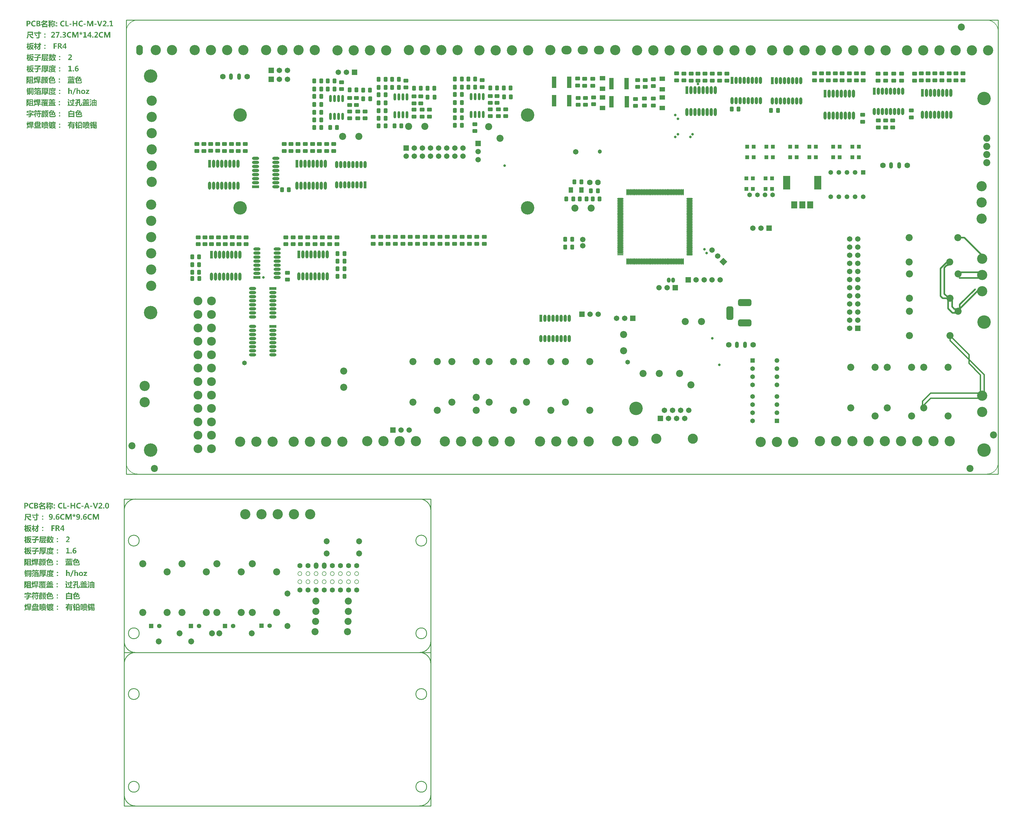
<source format=gbs>
%FSLAX24Y24*%
%MOIN*%
G70*
G01*
G75*
G04 Layer_Color=16711935*
%ADD10R,0.0500X0.0500*%
%ADD11C,0.0394*%
G04:AMPARAMS|DCode=12|XSize=40mil|YSize=50mil|CornerRadius=6mil|HoleSize=0mil|Usage=FLASHONLY|Rotation=0.000|XOffset=0mil|YOffset=0mil|HoleType=Round|Shape=RoundedRectangle|*
%AMROUNDEDRECTD12*
21,1,0.0400,0.0380,0,0,0.0*
21,1,0.0280,0.0500,0,0,0.0*
1,1,0.0120,0.0140,-0.0190*
1,1,0.0120,-0.0140,-0.0190*
1,1,0.0120,-0.0140,0.0190*
1,1,0.0120,0.0140,0.0190*
%
%ADD12ROUNDEDRECTD12*%
%ADD13R,0.0472X0.1339*%
%ADD14R,0.0472X0.1339*%
G04:AMPARAMS|DCode=15|XSize=40mil|YSize=50mil|CornerRadius=6mil|HoleSize=0mil|Usage=FLASHONLY|Rotation=270.000|XOffset=0mil|YOffset=0mil|HoleType=Round|Shape=RoundedRectangle|*
%AMROUNDEDRECTD15*
21,1,0.0400,0.0380,0,0,270.0*
21,1,0.0280,0.0500,0,0,270.0*
1,1,0.0120,-0.0190,-0.0140*
1,1,0.0120,-0.0190,0.0140*
1,1,0.0120,0.0190,0.0140*
1,1,0.0120,0.0190,-0.0140*
%
%ADD15ROUNDEDRECTD15*%
%ADD16R,0.0374X0.0354*%
%ADD17R,0.0374X0.0354*%
%ADD18O,0.1575X0.0984*%
G04:AMPARAMS|DCode=19|XSize=98.4mil|YSize=157.5mil|CornerRadius=0mil|HoleSize=0mil|Usage=FLASHONLY|Rotation=270.000|XOffset=0mil|YOffset=0mil|HoleType=Round|Shape=Octagon|*
%AMOCTAGOND19*
4,1,8,0.0787,0.0246,0.0787,-0.0246,0.0541,-0.0492,-0.0541,-0.0492,-0.0787,-0.0246,-0.0787,0.0246,-0.0541,0.0492,0.0541,0.0492,0.0787,0.0246,0.0*
%
%ADD19OCTAGOND19*%

%ADD20O,0.0800X0.0240*%
%ADD21O,0.0240X0.0800*%
%ADD22R,0.0984X0.0591*%
%ADD23R,0.0984X0.0591*%
%ADD24R,0.1339X0.0472*%
%ADD25R,0.1339X0.0472*%
%ADD26R,0.0700X0.1339*%
%ADD27R,0.1339X0.0700*%
%ADD28R,0.0354X0.0374*%
%ADD29R,0.0354X0.0374*%
%ADD30R,0.0500X0.0500*%
%ADD31R,0.0500X0.0600*%
%ADD32R,0.0600X0.0500*%
%ADD33R,0.0866X0.0866*%
%ADD34R,0.0787X0.0787*%
%ADD35R,0.0421X0.0984*%
%ADD36R,0.4252X0.4886*%
%ADD37R,0.0787X0.0276*%
%ADD38R,0.0787X0.1181*%
%ADD39O,0.0800X0.0300*%
%ADD40R,0.0800X0.0300*%
%ADD41R,0.1000X0.1000*%
%ADD42C,0.0400*%
%ADD43C,0.0100*%
%ADD44C,0.0200*%
%ADD45C,0.0300*%
%ADD46C,0.0150*%
%ADD47C,0.0250*%
%ADD48C,0.0500*%
%ADD49C,0.1181*%
%ADD50C,0.0120*%
%ADD51C,0.0180*%
%ADD52C,0.0350*%
%ADD53C,0.0320*%
%ADD54C,0.0600*%
%ADD55C,0.0050*%
%ADD56C,0.0060*%
%ADD57O,0.0400X0.0550*%
%ADD58C,0.1575*%
%ADD59C,0.0500*%
%ADD60R,0.0787X0.1575*%
%ADD61R,0.0650X0.0800*%
%ADD62C,0.1181*%
%ADD63O,0.1181X0.1000*%
%ADD64R,0.0591X0.0591*%
%ADD65C,0.0591*%
%ADD66C,0.0591*%
%ADD67R,0.0591X0.0591*%
%ADD68C,0.0787*%
%ADD69C,0.0600*%
%ADD70P,0.0649X8X202.5*%
%ADD71C,0.0433*%
%ADD72O,0.0400X0.0700*%
%ADD73R,0.0591X0.0591*%
%ADD74R,0.0394X0.0394*%
%ADD75O,0.0750X0.1181*%
%ADD76C,0.0787*%
%ADD77C,0.1000*%
G04:AMPARAMS|DCode=78|XSize=78.7mil|YSize=157.5mil|CornerRadius=19.7mil|HoleSize=0mil|Usage=FLASHONLY|Rotation=180.000|XOffset=0mil|YOffset=0mil|HoleType=Round|Shape=RoundedRectangle|*
%AMROUNDEDRECTD78*
21,1,0.0787,0.1181,0,0,180.0*
21,1,0.0394,0.1575,0,0,180.0*
1,1,0.0394,-0.0197,0.0591*
1,1,0.0394,0.0197,0.0591*
1,1,0.0394,0.0197,-0.0591*
1,1,0.0394,-0.0197,-0.0591*
%
%ADD78ROUNDEDRECTD78*%
G04:AMPARAMS|DCode=79|XSize=157.5mil|YSize=78.7mil|CornerRadius=19.7mil|HoleSize=0mil|Usage=FLASHONLY|Rotation=180.000|XOffset=0mil|YOffset=0mil|HoleType=Round|Shape=RoundedRectangle|*
%AMROUNDEDRECTD79*
21,1,0.1575,0.0394,0,0,180.0*
21,1,0.1181,0.0787,0,0,180.0*
1,1,0.0394,-0.0591,0.0197*
1,1,0.0394,0.0591,0.0197*
1,1,0.0394,0.0591,-0.0197*
1,1,0.0394,-0.0591,-0.0197*
%
%ADD79ROUNDEDRECTD79*%
%ADD80C,0.1161*%
%ADD81P,0.0835X4X180.0*%
%ADD82C,0.0650*%
%ADD83C,0.0630*%
%ADD84C,0.0550*%
%ADD85O,0.0500X0.0700*%
%ADD86R,0.0472X0.0472*%
%ADD87C,0.0472*%
%ADD88C,0.0250*%
%ADD89C,0.0200*%
%ADD90O,0.0300X0.0900*%
%ADD91R,0.0300X0.0900*%
%ADD92O,0.0300X0.0800*%
%ADD93R,0.0300X0.0800*%
%ADD94O,0.0095X0.0700*%
%ADD95O,0.0700X0.0095*%
%ADD96R,0.0700X0.0095*%
%ADD97C,0.0160*%
%ADD98C,0.0800*%
%ADD99C,0.0315*%
%ADD100C,0.0080*%
%ADD101C,0.0098*%
%ADD102C,0.0070*%
%ADD103C,0.0197*%
%ADD104C,0.0079*%
%ADD105C,0.0039*%
%ADD106C,0.0040*%
%ADD107C,0.0010*%
%ADD108C,0.0061*%
%ADD109C,0.0020*%
%ADD110R,0.0153X0.1575*%
%ADD111R,0.0153X0.1575*%
%ADD112R,0.0153X0.1575*%
%ADD113R,0.1575X0.0153*%
%ADD114R,0.0358X0.3629*%
%ADD115R,0.0358X0.3629*%
%ADD116R,0.0750X0.0250*%
%ADD117R,0.0250X0.0750*%
%ADD118R,0.1575X0.0153*%
%ADD119R,0.1575X0.0153*%
%ADD120R,0.0256X0.1329*%
%ADD121R,0.0211X0.0887*%
%ADD122R,0.0050X0.0887*%
%ADD123C,0.1200*%
%ADD124C,0.0866*%
%ADD125R,0.0580X0.0580*%
%ADD126C,0.0474*%
G04:AMPARAMS|DCode=127|XSize=48mil|YSize=58mil|CornerRadius=10mil|HoleSize=0mil|Usage=FLASHONLY|Rotation=0.000|XOffset=0mil|YOffset=0mil|HoleType=Round|Shape=RoundedRectangle|*
%AMROUNDEDRECTD127*
21,1,0.0480,0.0380,0,0,0.0*
21,1,0.0280,0.0580,0,0,0.0*
1,1,0.0200,0.0140,-0.0190*
1,1,0.0200,-0.0140,-0.0190*
1,1,0.0200,-0.0140,0.0190*
1,1,0.0200,0.0140,0.0190*
%
%ADD127ROUNDEDRECTD127*%
%ADD128R,0.0552X0.1419*%
%ADD129R,0.0552X0.1419*%
G04:AMPARAMS|DCode=130|XSize=48mil|YSize=58mil|CornerRadius=10mil|HoleSize=0mil|Usage=FLASHONLY|Rotation=270.000|XOffset=0mil|YOffset=0mil|HoleType=Round|Shape=RoundedRectangle|*
%AMROUNDEDRECTD130*
21,1,0.0480,0.0380,0,0,270.0*
21,1,0.0280,0.0580,0,0,270.0*
1,1,0.0200,-0.0190,-0.0140*
1,1,0.0200,-0.0190,0.0140*
1,1,0.0200,0.0190,0.0140*
1,1,0.0200,0.0190,-0.0140*
%
%ADD130ROUNDEDRECTD130*%
%ADD131R,0.0454X0.0434*%
%ADD132R,0.0454X0.0434*%
%ADD133O,0.1655X0.1064*%
G04:AMPARAMS|DCode=134|XSize=106.4mil|YSize=165.5mil|CornerRadius=0mil|HoleSize=0mil|Usage=FLASHONLY|Rotation=270.000|XOffset=0mil|YOffset=0mil|HoleType=Round|Shape=Octagon|*
%AMOCTAGOND134*
4,1,8,0.0827,0.0266,0.0827,-0.0266,0.0561,-0.0532,-0.0561,-0.0532,-0.0827,-0.0266,-0.0827,0.0266,-0.0561,0.0532,0.0561,0.0532,0.0827,0.0266,0.0*
%
%ADD134OCTAGOND134*%

%ADD135O,0.0880X0.0320*%
%ADD136O,0.0320X0.0880*%
%ADD137R,0.1064X0.0671*%
%ADD138R,0.1064X0.0671*%
%ADD139R,0.1419X0.0552*%
%ADD140R,0.1419X0.0552*%
%ADD141R,0.0780X0.1419*%
%ADD142R,0.1419X0.0780*%
%ADD143R,0.0434X0.0454*%
%ADD144R,0.0434X0.0454*%
%ADD145R,0.0580X0.0580*%
%ADD146R,0.0580X0.0680*%
%ADD147R,0.0680X0.0580*%
%ADD148R,0.0946X0.0946*%
%ADD149R,0.0867X0.0867*%
%ADD150R,0.0501X0.1064*%
%ADD151R,0.4332X0.4966*%
%ADD152R,0.0867X0.0356*%
%ADD153R,0.0867X0.1261*%
%ADD154O,0.0880X0.0380*%
%ADD155R,0.0880X0.0380*%
%ADD156R,0.1080X0.1080*%
%ADD157O,0.0480X0.0630*%
%ADD158C,0.1655*%
%ADD159C,0.0580*%
%ADD160R,0.0867X0.1655*%
%ADD161R,0.0730X0.0880*%
%ADD162C,0.1261*%
%ADD163O,0.1261X0.1080*%
%ADD164R,0.0671X0.0671*%
%ADD165C,0.0671*%
%ADD166C,0.0671*%
%ADD167R,0.0671X0.0671*%
%ADD168C,0.0867*%
%ADD169C,0.0680*%
%ADD170P,0.0736X8X202.5*%
%ADD171C,0.0513*%
%ADD172O,0.0480X0.0780*%
%ADD173R,0.0671X0.0671*%
%ADD174R,0.0474X0.0474*%
%ADD175O,0.0830X0.1261*%
%ADD176C,0.0867*%
%ADD177C,0.1080*%
G04:AMPARAMS|DCode=178|XSize=86.7mil|YSize=165.5mil|CornerRadius=23.7mil|HoleSize=0mil|Usage=FLASHONLY|Rotation=180.000|XOffset=0mil|YOffset=0mil|HoleType=Round|Shape=RoundedRectangle|*
%AMROUNDEDRECTD178*
21,1,0.0867,0.1181,0,0,180.0*
21,1,0.0394,0.1655,0,0,180.0*
1,1,0.0474,-0.0197,0.0591*
1,1,0.0474,0.0197,0.0591*
1,1,0.0474,0.0197,-0.0591*
1,1,0.0474,-0.0197,-0.0591*
%
%ADD178ROUNDEDRECTD178*%
G04:AMPARAMS|DCode=179|XSize=165.5mil|YSize=86.7mil|CornerRadius=23.7mil|HoleSize=0mil|Usage=FLASHONLY|Rotation=180.000|XOffset=0mil|YOffset=0mil|HoleType=Round|Shape=RoundedRectangle|*
%AMROUNDEDRECTD179*
21,1,0.1655,0.0394,0,0,180.0*
21,1,0.1181,0.0867,0,0,180.0*
1,1,0.0474,-0.0591,0.0197*
1,1,0.0474,0.0591,0.0197*
1,1,0.0474,0.0591,-0.0197*
1,1,0.0474,-0.0591,-0.0197*
%
%ADD179ROUNDEDRECTD179*%
%ADD180C,0.1241*%
%ADD181P,0.0948X4X180.0*%
%ADD182C,0.0730*%
%ADD183C,0.0710*%
%ADD184C,0.0630*%
%ADD185O,0.0580X0.0780*%
%ADD186R,0.0552X0.0552*%
%ADD187C,0.0552*%
%ADD188C,0.0330*%
%ADD189O,0.0380X0.0980*%
%ADD190R,0.0380X0.0980*%
%ADD191O,0.0380X0.0880*%
%ADD192R,0.0380X0.0880*%
%ADD193O,0.0175X0.0780*%
%ADD194O,0.0780X0.0175*%
%ADD195R,0.0780X0.0175*%
G36*
X-1328Y95057D02*
X-1574D01*
Y94880D01*
X-1348D01*
Y94761D01*
X-1574D01*
Y94490D01*
X-1720D01*
Y95177D01*
X-1328D01*
Y95057D01*
D02*
G37*
G36*
X-2784Y94624D02*
X-2777Y94623D01*
X-2768Y94620D01*
X-2759Y94617D01*
X-2749Y94611D01*
X-2740Y94603D01*
X-2739Y94602D01*
X-2737Y94600D01*
X-2732Y94596D01*
X-2728Y94589D01*
X-2723Y94581D01*
X-2719Y94572D01*
X-2717Y94562D01*
X-2716Y94551D01*
Y94550D01*
Y94547D01*
X-2717Y94540D01*
X-2719Y94533D01*
X-2721Y94526D01*
X-2726Y94517D01*
X-2732Y94508D01*
X-2740Y94500D01*
X-2741Y94499D01*
X-2744Y94497D01*
X-2749Y94493D01*
X-2756Y94490D01*
X-2764Y94486D01*
X-2773Y94482D01*
X-2784Y94480D01*
X-2797Y94479D01*
X-2802D01*
X-2809Y94480D01*
X-2817Y94481D01*
X-2826Y94484D01*
X-2836Y94488D01*
X-2846Y94493D01*
X-2854Y94500D01*
X-2856Y94501D01*
X-2858Y94503D01*
X-2862Y94508D01*
X-2866Y94514D01*
X-2870Y94522D01*
X-2874Y94530D01*
X-2877Y94540D01*
X-2878Y94551D01*
Y94552D01*
Y94557D01*
X-2877Y94562D01*
X-2874Y94569D01*
X-2872Y94578D01*
X-2868Y94587D01*
X-2862Y94596D01*
X-2854Y94603D01*
X-2853Y94604D01*
X-2850Y94607D01*
X-2846Y94610D01*
X-2839Y94614D01*
X-2830Y94619D01*
X-2820Y94622D01*
X-2809Y94624D01*
X-2797Y94626D01*
X-2791D01*
X-2784Y94624D01*
D02*
G37*
G36*
X-4182Y95108D02*
X-4183D01*
X-4189Y95107D01*
X-4197Y95105D01*
X-4209Y95103D01*
X-4223Y95101D01*
X-4242Y95098D01*
X-4263Y95095D01*
X-4288Y95092D01*
X-4315Y95089D01*
X-4347Y95085D01*
X-4380Y95081D01*
X-4418Y95078D01*
X-4458Y95074D01*
X-4501Y95071D01*
X-4548Y95068D01*
X-4597Y95064D01*
Y94980D01*
X-4208D01*
Y94867D01*
Y94864D01*
X-4210Y94860D01*
X-4212Y94851D01*
X-4215Y94840D01*
X-4220Y94826D01*
X-4225Y94810D01*
X-4232Y94792D01*
X-4239Y94772D01*
X-4248Y94751D01*
X-4257Y94728D01*
X-4279Y94681D01*
X-4304Y94634D01*
X-4333Y94588D01*
X-4332Y94587D01*
X-4330Y94586D01*
X-4327Y94582D01*
X-4321Y94578D01*
X-4314Y94572D01*
X-4307Y94567D01*
X-4298Y94560D01*
X-4287Y94553D01*
X-4263Y94539D01*
X-4235Y94524D01*
X-4204Y94511D01*
X-4171Y94500D01*
Y94499D01*
X-4173Y94498D01*
X-4175Y94494D01*
X-4178Y94490D01*
X-4182Y94484D01*
X-4187Y94478D01*
X-4197Y94462D01*
X-4209Y94442D01*
X-4222Y94420D01*
X-4237Y94394D01*
X-4251Y94367D01*
X-4252Y94368D01*
X-4255Y94369D01*
X-4260Y94372D01*
X-4267Y94376D01*
X-4274Y94381D01*
X-4284Y94387D01*
X-4294Y94393D01*
X-4307Y94401D01*
X-4332Y94420D01*
X-4359Y94441D01*
X-4387Y94466D01*
X-4413Y94492D01*
X-4414Y94491D01*
X-4417Y94489D01*
X-4421Y94486D01*
X-4427Y94480D01*
X-4433Y94474D01*
X-4442Y94467D01*
X-4451Y94459D01*
X-4462Y94450D01*
X-4474Y94440D01*
X-4488Y94430D01*
X-4517Y94409D01*
X-4549Y94388D01*
X-4583Y94368D01*
Y94369D01*
X-4584Y94371D01*
X-4587Y94374D01*
X-4589Y94379D01*
X-4595Y94390D01*
X-4604Y94406D01*
X-4615Y94423D01*
X-4627Y94442D01*
X-4652Y94481D01*
X-4651Y94482D01*
X-4648Y94483D01*
X-4643Y94486D01*
X-4637Y94489D01*
X-4628Y94493D01*
X-4619Y94499D01*
X-4608Y94506D01*
X-4597Y94512D01*
X-4571Y94528D01*
X-4544Y94547D01*
X-4517Y94568D01*
X-4490Y94591D01*
X-4491Y94592D01*
X-4492Y94596D01*
X-4495Y94600D01*
X-4499Y94607D01*
X-4503Y94614D01*
X-4509Y94624D01*
X-4514Y94636D01*
X-4521Y94648D01*
X-4528Y94662D01*
X-4535Y94678D01*
X-4550Y94711D01*
X-4564Y94748D01*
X-4578Y94788D01*
X-4491Y94867D01*
X-4597D01*
Y94792D01*
Y94791D01*
Y94789D01*
Y94786D01*
Y94781D01*
Y94776D01*
X-4598Y94768D01*
Y94760D01*
X-4599Y94750D01*
X-4601Y94729D01*
X-4603Y94703D01*
X-4608Y94676D01*
X-4613Y94644D01*
X-4621Y94612D01*
X-4630Y94578D01*
X-4640Y94542D01*
X-4653Y94507D01*
X-4669Y94470D01*
X-4687Y94434D01*
X-4708Y94400D01*
X-4731Y94367D01*
Y94368D01*
X-4733Y94369D01*
X-4739Y94376D01*
X-4748Y94387D01*
X-4759Y94400D01*
X-4772Y94416D01*
X-4788Y94433D01*
X-4803Y94450D01*
X-4821Y94468D01*
X-4820Y94469D01*
X-4817Y94473D01*
X-4811Y94481D01*
X-4803Y94492D01*
X-4795Y94506D01*
X-4787Y94522D01*
X-4777Y94541D01*
X-4765Y94563D01*
X-4755Y94588D01*
X-4745Y94616D01*
X-4737Y94647D01*
X-4728Y94680D01*
X-4721Y94716D01*
X-4715Y94754D01*
X-4712Y94796D01*
X-4711Y94840D01*
Y95180D01*
X-4703D01*
X-4697Y95181D01*
X-4681D01*
X-4670Y95182D01*
X-4659Y95183D01*
X-4645D01*
X-4632Y95184D01*
X-4601Y95187D01*
X-4568Y95189D01*
X-4531Y95191D01*
X-4492Y95194D01*
X-4452Y95198D01*
X-4370Y95205D01*
X-4330Y95210D01*
X-4291Y95215D01*
X-4254Y95221D01*
X-4221Y95227D01*
X-4182Y95108D01*
D02*
G37*
G36*
X-3360Y95091D02*
X-3264D01*
Y94973D01*
X-3360D01*
Y94528D01*
Y94527D01*
Y94524D01*
Y94521D01*
Y94517D01*
X-3361Y94504D01*
X-3364Y94489D01*
X-3368Y94472D01*
X-3373Y94454D01*
X-3381Y94438D01*
X-3392Y94423D01*
X-3393Y94422D01*
X-3398Y94418D01*
X-3406Y94411D01*
X-3416Y94404D01*
X-3428Y94398D01*
X-3443Y94391D01*
X-3461Y94387D01*
X-3481Y94384D01*
X-3491D01*
X-3498Y94383D01*
X-3523D01*
X-3534Y94382D01*
X-3577D01*
X-3593Y94381D01*
X-3652D01*
Y94382D01*
Y94384D01*
X-3653Y94388D01*
X-3654Y94392D01*
X-3657Y94404D01*
X-3660Y94420D01*
X-3664Y94439D01*
X-3670Y94460D01*
X-3676Y94482D01*
X-3682Y94506D01*
X-3671D01*
X-3666Y94504D01*
X-3643D01*
X-3623Y94503D01*
X-3601D01*
X-3578Y94502D01*
X-3546D01*
X-3541Y94503D01*
X-3531Y94506D01*
X-3518Y94510D01*
X-3506Y94518D01*
X-3500Y94523D01*
X-3494Y94530D01*
X-3491Y94538D01*
X-3488Y94547D01*
X-3486Y94557D01*
X-3484Y94568D01*
Y94859D01*
X-3486Y94858D01*
X-3488Y94854D01*
X-3490Y94850D01*
X-3496Y94838D01*
X-3504Y94822D01*
X-3516Y94802D01*
X-3530Y94780D01*
X-3546Y94756D01*
X-3562Y94728D01*
X-3582Y94699D01*
X-3603Y94669D01*
X-3627Y94638D01*
X-3652Y94607D01*
X-3678Y94576D01*
X-3707Y94544D01*
X-3736Y94514D01*
X-3767Y94487D01*
Y94488D01*
X-3769Y94489D01*
X-3771Y94492D01*
X-3774Y94497D01*
X-3783Y94508D01*
X-3794Y94521D01*
X-3808Y94538D01*
X-3822Y94556D01*
X-3854Y94591D01*
X-3853D01*
X-3852Y94593D01*
X-3846Y94598D01*
X-3835Y94606D01*
X-3823Y94618D01*
X-3807Y94632D01*
X-3788Y94649D01*
X-3768Y94670D01*
X-3744Y94692D01*
X-3721Y94719D01*
X-3696Y94748D01*
X-3671Y94779D01*
X-3644Y94813D01*
X-3619Y94849D01*
X-3594Y94889D01*
X-3570Y94930D01*
X-3548Y94973D01*
X-3739D01*
Y95091D01*
X-3484D01*
Y95242D01*
X-3360D01*
Y95091D01*
D02*
G37*
G36*
X-207Y94742D02*
X-124D01*
Y94640D01*
X-207D01*
Y94490D01*
X-338D01*
Y94640D01*
X-640D01*
Y94731D01*
X-349Y95177D01*
X-207D01*
Y94742D01*
D02*
G37*
G36*
X-949Y95175D02*
X-932Y95173D01*
X-915Y95171D01*
X-894Y95167D01*
X-871Y95161D01*
X-848Y95153D01*
X-826Y95143D01*
X-804Y95131D01*
X-782Y95115D01*
X-764Y95098D01*
X-748Y95077D01*
X-736Y95051D01*
X-731Y95038D01*
X-728Y95023D01*
X-727Y95007D01*
X-726Y94990D01*
Y94989D01*
Y94987D01*
Y94983D01*
X-727Y94978D01*
Y94972D01*
X-728Y94965D01*
X-731Y94949D01*
X-736Y94930D01*
X-744Y94910D01*
X-754Y94890D01*
X-767Y94870D01*
X-769Y94868D01*
X-775Y94862D01*
X-784Y94853D01*
X-797Y94842D01*
X-812Y94831D01*
X-832Y94819D01*
X-855Y94809D01*
X-880Y94800D01*
Y94798D01*
X-879D01*
X-878Y94797D01*
X-871Y94794D01*
X-862Y94788D01*
X-849Y94779D01*
X-841Y94772D01*
X-834Y94766D01*
X-825Y94757D01*
X-816Y94747D01*
X-806Y94736D01*
X-796Y94723D01*
X-786Y94709D01*
X-775Y94693D01*
X-646Y94490D01*
X-814D01*
X-921Y94668D01*
Y94669D01*
X-922Y94670D01*
X-927Y94677D01*
X-934Y94687D01*
X-940Y94698D01*
X-949Y94710D01*
X-959Y94721D01*
X-968Y94731D01*
X-977Y94739D01*
X-978Y94740D01*
X-980Y94741D01*
X-985Y94744D01*
X-990Y94748D01*
X-1005Y94753D01*
X-1012Y94754D01*
X-1021Y94756D01*
X-1066D01*
Y94490D01*
X-1212D01*
Y95177D01*
X-960D01*
X-949Y95175D01*
D02*
G37*
G36*
X-4827Y93693D02*
X-4733D01*
Y93576D01*
X-4827D01*
Y93496D01*
X-4825D01*
X-4824Y93495D01*
X-4818Y93492D01*
X-4807Y93486D01*
X-4792Y93479D01*
X-4775Y93470D01*
X-4757Y93460D01*
X-4737Y93449D01*
X-4714Y93436D01*
X-4770Y93335D01*
X-4771Y93336D01*
X-4774Y93339D01*
X-4780Y93342D01*
X-4787Y93346D01*
X-4795Y93352D01*
X-4805Y93357D01*
X-4827Y93371D01*
Y92992D01*
X-4942D01*
Y93330D01*
X-4943Y93328D01*
X-4945Y93323D01*
X-4948Y93317D01*
X-4951Y93310D01*
X-4955Y93302D01*
X-4960Y93292D01*
X-4964Y93281D01*
X-4976Y93258D01*
X-4990Y93231D01*
X-5005Y93202D01*
X-5023Y93173D01*
Y93174D01*
X-5024Y93178D01*
Y93182D01*
X-5025Y93188D01*
X-5028Y93195D01*
X-5029Y93204D01*
X-5031Y93214D01*
X-5033Y93225D01*
X-5038Y93250D01*
X-5043Y93275D01*
X-5049Y93303D01*
X-5055Y93330D01*
X-5054Y93331D01*
X-5052Y93335D01*
X-5048Y93343D01*
X-5042Y93352D01*
X-5035Y93363D01*
X-5029Y93378D01*
X-5020Y93392D01*
X-5011Y93410D01*
X-5002Y93427D01*
X-4993Y93447D01*
X-4974Y93489D01*
X-4958Y93532D01*
X-4950Y93554D01*
X-4943Y93576D01*
X-5046D01*
Y93693D01*
X-4942D01*
Y93856D01*
X-4827D01*
Y93693D01*
D02*
G37*
G36*
X-3331Y93697D02*
X-3624Y93522D01*
Y93473D01*
X-3268D01*
Y93353D01*
X-3624D01*
Y93183D01*
Y93182D01*
Y93179D01*
Y93174D01*
X-3626Y93169D01*
Y93161D01*
X-3627Y93152D01*
X-3629Y93133D01*
X-3634Y93111D01*
X-3641Y93089D01*
X-3651Y93068D01*
X-3664Y93049D01*
X-3667Y93046D01*
X-3672Y93042D01*
X-3681Y93034D01*
X-3694Y93026D01*
X-3712Y93019D01*
X-3733Y93011D01*
X-3759Y93006D01*
X-3789Y93004D01*
X-3952Y93005D01*
Y93006D01*
X-3953Y93009D01*
Y93012D01*
X-3954Y93016D01*
X-3955Y93023D01*
X-3958Y93030D01*
X-3961Y93048D01*
X-3967Y93068D01*
X-3972Y93090D01*
X-3979Y93114D01*
X-3985Y93140D01*
X-3982D01*
X-3978Y93139D01*
X-3972D01*
X-3964Y93138D01*
X-3957D01*
X-3947Y93136D01*
X-3937Y93135D01*
X-3913Y93134D01*
X-3887Y93132D01*
X-3860Y93131D01*
X-3826D01*
X-3821Y93132D01*
X-3809Y93135D01*
X-3796Y93141D01*
X-3788Y93144D01*
X-3781Y93150D01*
X-3776Y93156D01*
X-3770Y93164D01*
X-3765Y93173D01*
X-3762Y93183D01*
X-3760Y93195D01*
X-3759Y93209D01*
Y93353D01*
X-4139D01*
Y93473D01*
X-3759D01*
Y93577D01*
X-3543Y93697D01*
X-4079D01*
Y93815D01*
X-3331D01*
Y93697D01*
D02*
G37*
G36*
X321Y93806D02*
X330D01*
X340Y93805D01*
X362Y93801D01*
X387Y93795D01*
X414Y93785D01*
X441Y93773D01*
X453Y93764D01*
X464Y93755D01*
X465Y93754D01*
X466Y93753D01*
X470Y93750D01*
X473Y93746D01*
X479Y93741D01*
X483Y93734D01*
X494Y93719D01*
X505Y93697D01*
X515Y93673D01*
X522Y93644D01*
X523Y93629D01*
X524Y93612D01*
Y93611D01*
Y93606D01*
X523Y93600D01*
X522Y93591D01*
X520Y93580D01*
X516Y93567D01*
X512Y93552D01*
X506Y93535D01*
X499Y93517D01*
X489Y93497D01*
X476Y93476D01*
X462Y93455D01*
X445Y93432D01*
X426Y93409D01*
X403Y93384D01*
X377Y93360D01*
X234Y93230D01*
Y93228D01*
X519D01*
Y93109D01*
X70D01*
Y93221D01*
X267Y93411D01*
X269Y93412D01*
X270Y93413D01*
X273Y93416D01*
X277Y93421D01*
X289Y93432D01*
X302Y93445D01*
X316Y93461D01*
X331Y93477D01*
X343Y93494D01*
X354Y93510D01*
X355Y93512D01*
X359Y93516D01*
X362Y93525D01*
X367Y93535D01*
X372Y93549D01*
X375Y93563D01*
X379Y93579D01*
X380Y93594D01*
Y93595D01*
Y93599D01*
X379Y93603D01*
Y93610D01*
X376Y93616D01*
X374Y93625D01*
X371Y93634D01*
X366Y93643D01*
X361Y93652D01*
X354Y93661D01*
X345Y93670D01*
X335Y93676D01*
X323Y93683D01*
X309Y93687D01*
X293Y93691D01*
X274Y93692D01*
X265D01*
X259Y93691D01*
X251Y93690D01*
X242Y93689D01*
X231Y93686D01*
X220Y93683D01*
X193Y93674D01*
X180Y93669D01*
X164Y93662D01*
X150Y93654D01*
X134Y93644D01*
X119Y93633D01*
X103Y93621D01*
Y93749D01*
X104Y93750D01*
X107Y93751D01*
X112Y93754D01*
X119Y93757D01*
X127Y93762D01*
X137Y93767D01*
X149Y93773D01*
X162Y93779D01*
X175Y93783D01*
X191Y93789D01*
X207Y93794D01*
X225Y93799D01*
X263Y93805D01*
X283Y93806D01*
X304Y93807D01*
X314D01*
X321Y93806D01*
D02*
G37*
G36*
X-1632Y93856D02*
Y93855D01*
X-1633Y93853D01*
X-1635Y93850D01*
X-1636Y93844D01*
X-1637Y93839D01*
X-1639Y93831D01*
X-1643Y93814D01*
X-1649Y93794D01*
X-1656Y93772D01*
X-1662Y93749D01*
X-1670Y93724D01*
X-1448D01*
Y93616D01*
X-1484D01*
Y93615D01*
Y93614D01*
Y93611D01*
X-1485Y93606D01*
Y93601D01*
X-1486Y93594D01*
X-1488Y93577D01*
X-1490Y93557D01*
X-1494Y93534D01*
X-1498Y93507D01*
X-1504Y93480D01*
X-1509Y93450D01*
X-1517Y93419D01*
X-1525Y93386D01*
X-1535Y93354D01*
X-1545Y93322D01*
X-1556Y93290D01*
X-1569Y93259D01*
X-1584Y93230D01*
X-1582Y93229D01*
X-1581Y93226D01*
X-1578Y93223D01*
X-1574Y93219D01*
X-1568Y93213D01*
X-1561Y93206D01*
X-1545Y93191D01*
X-1525Y93173D01*
X-1501Y93153D01*
X-1475Y93134D01*
X-1445Y93115D01*
X-1446Y93114D01*
X-1450Y93109D01*
X-1457Y93100D01*
X-1466Y93088D01*
X-1478Y93072D01*
X-1490Y93052D01*
X-1506Y93028D01*
X-1514Y93013D01*
X-1521Y92999D01*
X-1522Y93000D01*
X-1525Y93001D01*
X-1529Y93004D01*
X-1535Y93008D01*
X-1541Y93013D01*
X-1549Y93019D01*
X-1567Y93034D01*
X-1588Y93052D01*
X-1611Y93073D01*
X-1633Y93098D01*
X-1656Y93123D01*
X-1657Y93122D01*
X-1659Y93120D01*
X-1663Y93115D01*
X-1669Y93109D01*
X-1676Y93102D01*
X-1683Y93093D01*
X-1693Y93084D01*
X-1705Y93074D01*
X-1717Y93063D01*
X-1729Y93052D01*
X-1758Y93030D01*
X-1790Y93006D01*
X-1826Y92985D01*
Y92986D01*
X-1827Y92988D01*
X-1832Y92994D01*
X-1839Y93004D01*
X-1849Y93016D01*
X-1861Y93031D01*
X-1875Y93048D01*
X-1890Y93064D01*
X-1906Y93081D01*
X-1937Y93029D01*
X-1938D01*
X-1939Y93030D01*
X-1942Y93032D01*
X-1946Y93034D01*
X-1957Y93040D01*
X-1971Y93049D01*
X-1989Y93058D01*
X-2009Y93068D01*
X-2030Y93080D01*
X-2053Y93091D01*
X-2055Y93090D01*
X-2058Y93088D01*
X-2063Y93085D01*
X-2070Y93081D01*
X-2080Y93075D01*
X-2091Y93069D01*
X-2105Y93062D01*
X-2119Y93055D01*
X-2135Y93048D01*
X-2152Y93040D01*
X-2171Y93032D01*
X-2192Y93025D01*
X-2213Y93018D01*
X-2237Y93011D01*
X-2286Y92999D01*
Y93000D01*
X-2287Y93001D01*
X-2289Y93008D01*
X-2292Y93018D01*
X-2298Y93031D01*
X-2305Y93046D01*
X-2312Y93065D01*
X-2322Y93085D01*
X-2333Y93108D01*
X-2329D01*
X-2325Y93109D01*
X-2318Y93110D01*
X-2310Y93111D01*
X-2300Y93112D01*
X-2290Y93113D01*
X-2278Y93115D01*
X-2252Y93121D01*
X-2226Y93126D01*
X-2197Y93134D01*
X-2170Y93144D01*
X-2171D01*
X-2172Y93145D01*
X-2176Y93146D01*
X-2181Y93149D01*
X-2187Y93151D01*
X-2193Y93154D01*
X-2209Y93161D01*
X-2228Y93170D01*
X-2250Y93179D01*
X-2273Y93189D01*
X-2299Y93199D01*
X-2298Y93201D01*
X-2293Y93206D01*
X-2288Y93215D01*
X-2281Y93226D01*
X-2272Y93240D01*
X-2263Y93254D01*
X-2245Y93286D01*
X-2318D01*
Y93378D01*
X-2201D01*
X-2200Y93379D01*
X-2199Y93384D01*
X-2196Y93391D01*
X-2192Y93400D01*
X-2189Y93410D01*
X-2185Y93422D01*
X-2176Y93447D01*
X-2128Y93443D01*
Y93529D01*
X-2129Y93527D01*
X-2131Y93525D01*
X-2135Y93522D01*
X-2140Y93516D01*
X-2146Y93511D01*
X-2153Y93503D01*
X-2163Y93495D01*
X-2173Y93486D01*
X-2185Y93476D01*
X-2197Y93466D01*
X-2226Y93445D01*
X-2258Y93422D01*
X-2293Y93400D01*
Y93401D01*
X-2295Y93402D01*
X-2296Y93405D01*
X-2297Y93410D01*
X-2300Y93421D01*
X-2306Y93435D01*
X-2311Y93452D01*
X-2318Y93470D01*
X-2335Y93506D01*
X-2333D01*
X-2330Y93507D01*
X-2326Y93510D01*
X-2320Y93513D01*
X-2312Y93516D01*
X-2303Y93521D01*
X-2292Y93525D01*
X-2281Y93531D01*
X-2257Y93544D01*
X-2230Y93560D01*
X-2202Y93579D01*
X-2176Y93599D01*
X-2308D01*
Y93689D01*
X-2239D01*
Y93690D01*
X-2240Y93691D01*
X-2243Y93697D01*
X-2249Y93706D01*
X-2256Y93720D01*
X-2265Y93734D01*
X-2276Y93752D01*
X-2288Y93770D01*
X-2302Y93790D01*
X-2222Y93840D01*
X-2221Y93839D01*
X-2217Y93834D01*
X-2211Y93825D01*
X-2202Y93815D01*
X-2192Y93801D01*
X-2179Y93783D01*
X-2165Y93761D01*
X-2148Y93736D01*
X-2227Y93689D01*
X-2128D01*
Y93863D01*
X-2016D01*
Y93689D01*
X-1922D01*
X-1996Y93736D01*
Y93737D01*
X-1993Y93739D01*
X-1988Y93745D01*
X-1980Y93756D01*
X-1970Y93770D01*
X-1958Y93786D01*
X-1946Y93804D01*
X-1933Y93823D01*
X-1921Y93843D01*
X-1838Y93793D01*
X-1839Y93791D01*
X-1843Y93784D01*
X-1850Y93774D01*
X-1858Y93761D01*
X-1869Y93745D01*
X-1881Y93727D01*
X-1896Y93709D01*
X-1911Y93689D01*
X-1860D01*
Y93599D01*
X-2016D01*
Y93536D01*
X-1985Y93577D01*
X-1983D01*
X-1982Y93576D01*
X-1979Y93574D01*
X-1975Y93572D01*
X-1965Y93566D01*
X-1950Y93559D01*
X-1935Y93550D01*
X-1917Y93540D01*
X-1880Y93519D01*
X-1879Y93520D01*
X-1877Y93525D01*
X-1873Y93532D01*
X-1868Y93543D01*
X-1861Y93556D01*
X-1855Y93572D01*
X-1846Y93591D01*
X-1837Y93613D01*
X-1827Y93636D01*
X-1817Y93663D01*
X-1807Y93692D01*
X-1796Y93723D01*
X-1786Y93755D01*
X-1775Y93791D01*
X-1765Y93829D01*
X-1755Y93867D01*
X-1632Y93856D01*
D02*
G37*
G36*
X-967Y93605D02*
X-959Y93604D01*
X-950Y93601D01*
X-941Y93597D01*
X-931Y93592D01*
X-922Y93584D01*
X-921Y93583D01*
X-919Y93581D01*
X-915Y93576D01*
X-910Y93570D01*
X-906Y93562D01*
X-901Y93553D01*
X-899Y93543D01*
X-898Y93532D01*
Y93531D01*
Y93526D01*
X-899Y93521D01*
X-901Y93514D01*
X-904Y93505D01*
X-908Y93496D01*
X-914Y93487D01*
X-921Y93479D01*
X-922Y93477D01*
X-926Y93475D01*
X-930Y93472D01*
X-937Y93469D01*
X-946Y93464D01*
X-956Y93461D01*
X-967Y93459D01*
X-979Y93457D01*
X-985D01*
X-991Y93459D01*
X-999Y93460D01*
X-1008Y93463D01*
X-1018Y93466D01*
X-1028Y93472D01*
X-1037Y93479D01*
X-1038Y93480D01*
X-1040Y93483D01*
X-1045Y93487D01*
X-1048Y93494D01*
X-1052Y93502D01*
X-1057Y93511D01*
X-1059Y93521D01*
X-1060Y93532D01*
Y93533D01*
Y93537D01*
X-1059Y93543D01*
X-1057Y93550D01*
X-1055Y93559D01*
X-1050Y93567D01*
X-1045Y93576D01*
X-1037Y93584D01*
X-1036Y93585D01*
X-1032Y93587D01*
X-1027Y93591D01*
X-1020Y93595D01*
X-1012Y93600D01*
X-1002Y93603D01*
X-991Y93605D01*
X-979Y93606D01*
X-974D01*
X-967Y93605D01*
D02*
G37*
G36*
X-2421Y93397D02*
X-2991D01*
Y93499D01*
X-2421D01*
Y93397D01*
D02*
G37*
G36*
X-117Y97377D02*
X140D01*
Y97258D01*
X-264D01*
Y97945D01*
X-117D01*
Y97377D01*
D02*
G37*
G36*
X-3582Y97944D02*
X-3573D01*
X-3562Y97943D01*
X-3550Y97942D01*
X-3538Y97939D01*
X-3510Y97935D01*
X-3481Y97927D01*
X-3453Y97917D01*
X-3441Y97911D01*
X-3429Y97903D01*
X-3428D01*
X-3427Y97901D01*
X-3419Y97895D01*
X-3410Y97885D01*
X-3398Y97873D01*
X-3387Y97855D01*
X-3378Y97835D01*
X-3370Y97812D01*
X-3369Y97798D01*
X-3368Y97785D01*
Y97784D01*
Y97783D01*
Y97779D01*
Y97775D01*
X-3370Y97765D01*
X-3372Y97752D01*
X-3377Y97736D01*
X-3383Y97719D01*
X-3393Y97703D01*
X-3406Y97686D01*
X-3408Y97684D01*
X-3412Y97679D01*
X-3420Y97672D01*
X-3431Y97663D01*
X-3446Y97654D01*
X-3461Y97644D01*
X-3480Y97635D01*
X-3500Y97628D01*
Y97626D01*
X-3497D01*
X-3493Y97625D01*
X-3488Y97624D01*
X-3476Y97621D01*
X-3459Y97616D01*
X-3440Y97609D01*
X-3421Y97599D01*
X-3402Y97588D01*
X-3384Y97573D01*
X-3382Y97571D01*
X-3378Y97565D01*
X-3370Y97555D01*
X-3362Y97543D01*
X-3354Y97526D01*
X-3347Y97507D01*
X-3342Y97486D01*
X-3340Y97462D01*
Y97461D01*
Y97457D01*
Y97453D01*
X-3341Y97446D01*
X-3342Y97438D01*
X-3343Y97429D01*
X-3348Y97408D01*
X-3357Y97384D01*
X-3361Y97372D01*
X-3368Y97359D01*
X-3376Y97347D01*
X-3384Y97335D01*
X-3394Y97324D01*
X-3407Y97313D01*
X-3408Y97312D01*
X-3410Y97311D01*
X-3413Y97308D01*
X-3419Y97304D01*
X-3426Y97301D01*
X-3433Y97296D01*
X-3443Y97291D01*
X-3454Y97286D01*
X-3467Y97281D01*
X-3480Y97276D01*
X-3496Y97271D01*
X-3511Y97267D01*
X-3529Y97264D01*
X-3548Y97261D01*
X-3568Y97259D01*
X-3589Y97258D01*
X-3846D01*
Y97945D01*
X-3590D01*
X-3582Y97944D01*
D02*
G37*
G36*
X-4802D02*
X-4795D01*
X-4779Y97942D01*
X-4759Y97938D01*
X-4738Y97934D01*
X-4714Y97927D01*
X-4690Y97918D01*
X-4667Y97906D01*
X-4643Y97892D01*
X-4622Y97874D01*
X-4602Y97853D01*
X-4585Y97828D01*
X-4579Y97814D01*
X-4573Y97799D01*
X-4569Y97783D01*
X-4565Y97766D01*
X-4563Y97747D01*
X-4562Y97727D01*
Y97726D01*
Y97723D01*
Y97717D01*
X-4563Y97709D01*
X-4564Y97701D01*
X-4567Y97691D01*
X-4569Y97679D01*
X-4572Y97666D01*
X-4575Y97654D01*
X-4581Y97639D01*
X-4588Y97626D01*
X-4594Y97612D01*
X-4604Y97597D01*
X-4614Y97584D01*
X-4627Y97571D01*
X-4640Y97558D01*
X-4641Y97557D01*
X-4643Y97556D01*
X-4648Y97553D01*
X-4654Y97548D01*
X-4661Y97544D01*
X-4671Y97538D01*
X-4681Y97533D01*
X-4693Y97527D01*
X-4707Y97522D01*
X-4721Y97516D01*
X-4738Y97511D01*
X-4754Y97506D01*
X-4772Y97502D01*
X-4792Y97499D01*
X-4812Y97497D01*
X-4909D01*
Y97258D01*
X-5055D01*
Y97945D01*
X-4808D01*
X-4802Y97944D01*
D02*
G37*
G36*
X-1728Y97277D02*
Y97276D01*
Y97275D01*
Y97268D01*
X-1729Y97258D01*
X-1730Y97246D01*
X-1732Y97233D01*
X-1737Y97218D01*
X-1741Y97205D01*
X-1748Y97193D01*
X-1749Y97192D01*
X-1751Y97188D01*
X-1757Y97183D01*
X-1764Y97177D01*
X-1772Y97171D01*
X-1782Y97165D01*
X-1796Y97161D01*
X-1810Y97157D01*
X-1812D01*
X-1818Y97156D01*
X-1829D01*
X-1836Y97155D01*
X-1843D01*
X-1852Y97154D01*
X-1874D01*
X-1887Y97153D01*
X-1949D01*
Y97154D01*
Y97156D01*
X-1950Y97160D01*
Y97164D01*
X-1952Y97175D01*
X-1955Y97191D01*
X-1957Y97208D01*
X-1961Y97228D01*
X-1965Y97247D01*
X-1969Y97267D01*
X-1967D01*
X-1962Y97266D01*
X-1953D01*
X-1943Y97265D01*
X-1931Y97264D01*
X-1918D01*
X-1888Y97263D01*
X-1886D01*
X-1881Y97264D01*
X-1875Y97265D01*
X-1866Y97267D01*
X-1858Y97273D01*
X-1851Y97279D01*
X-1847Y97288D01*
X-1845Y97302D01*
Y97736D01*
X-1728D01*
Y97277D01*
D02*
G37*
G36*
X4338Y97956D02*
X4347D01*
X4357Y97955D01*
X4379Y97951D01*
X4405Y97945D01*
X4431Y97935D01*
X4458Y97923D01*
X4470Y97914D01*
X4481Y97905D01*
X4483Y97904D01*
X4484Y97903D01*
X4487Y97899D01*
X4490Y97896D01*
X4496Y97891D01*
X4500Y97884D01*
X4511Y97868D01*
X4523Y97847D01*
X4533Y97823D01*
X4539Y97794D01*
X4540Y97778D01*
X4541Y97762D01*
Y97761D01*
Y97756D01*
X4540Y97749D01*
X4539Y97741D01*
X4537Y97729D01*
X4534Y97717D01*
X4529Y97702D01*
X4524Y97685D01*
X4516Y97667D01*
X4506Y97647D01*
X4494Y97626D01*
X4479Y97605D01*
X4463Y97582D01*
X4444Y97558D01*
X4420Y97534D01*
X4395Y97509D01*
X4251Y97379D01*
Y97377D01*
X4536D01*
Y97258D01*
X4087D01*
Y97371D01*
X4285Y97561D01*
X4286Y97562D01*
X4287Y97563D01*
X4290Y97566D01*
X4295Y97571D01*
X4306Y97582D01*
X4319Y97595D01*
X4334Y97611D01*
X4348Y97627D01*
X4360Y97644D01*
X4371Y97659D01*
X4373Y97662D01*
X4376Y97666D01*
X4379Y97675D01*
X4385Y97685D01*
X4389Y97698D01*
X4393Y97713D01*
X4396Y97728D01*
X4397Y97744D01*
Y97745D01*
Y97748D01*
X4396Y97753D01*
Y97759D01*
X4394Y97766D01*
X4391Y97775D01*
X4388Y97784D01*
X4384Y97793D01*
X4378Y97802D01*
X4371Y97811D01*
X4363Y97819D01*
X4353Y97826D01*
X4340Y97833D01*
X4326Y97837D01*
X4310Y97841D01*
X4291Y97842D01*
X4283D01*
X4276Y97841D01*
X4268Y97839D01*
X4259Y97838D01*
X4248Y97836D01*
X4237Y97833D01*
X4210Y97824D01*
X4197Y97818D01*
X4181Y97812D01*
X4167Y97804D01*
X4151Y97794D01*
X4136Y97783D01*
X4120Y97771D01*
Y97898D01*
X4121Y97899D01*
X4125Y97901D01*
X4129Y97904D01*
X4136Y97907D01*
X4145Y97912D01*
X4155Y97917D01*
X4166Y97923D01*
X4179Y97928D01*
X4193Y97933D01*
X4208Y97938D01*
X4225Y97944D01*
X4243Y97948D01*
X4280Y97955D01*
X4300Y97956D01*
X4321Y97957D01*
X4331D01*
X4338Y97956D01*
D02*
G37*
G36*
X2982Y97258D02*
X2822D01*
X2770Y97415D01*
X2521D01*
X2469Y97258D01*
X2311D01*
X2563Y97945D01*
X2735D01*
X2982Y97258D01*
D02*
G37*
G36*
X-2784Y94987D02*
X-2777Y94985D01*
X-2768Y94982D01*
X-2759Y94979D01*
X-2749Y94973D01*
X-2740Y94965D01*
X-2739Y94964D01*
X-2737Y94962D01*
X-2732Y94958D01*
X-2728Y94951D01*
X-2723Y94943D01*
X-2719Y94934D01*
X-2717Y94924D01*
X-2716Y94913D01*
Y94912D01*
Y94908D01*
X-2717Y94902D01*
X-2719Y94895D01*
X-2721Y94887D01*
X-2726Y94878D01*
X-2731Y94869D01*
X-2739Y94860D01*
X-2740Y94859D01*
X-2743Y94857D01*
X-2748Y94853D01*
X-2754Y94850D01*
X-2763Y94846D01*
X-2773Y94842D01*
X-2784Y94840D01*
X-2797Y94839D01*
X-2802D01*
X-2809Y94840D01*
X-2817Y94841D01*
X-2826Y94844D01*
X-2836Y94848D01*
X-2846Y94853D01*
X-2854Y94860D01*
X-2856Y94861D01*
X-2858Y94864D01*
X-2862Y94869D01*
X-2866Y94875D01*
X-2870Y94883D01*
X-2874Y94892D01*
X-2877Y94902D01*
X-2878Y94913D01*
Y94914D01*
Y94919D01*
X-2877Y94924D01*
X-2874Y94931D01*
X-2872Y94940D01*
X-2868Y94949D01*
X-2862Y94958D01*
X-2854Y94965D01*
X-2853Y94967D01*
X-2850Y94969D01*
X-2844Y94972D01*
X-2838Y94977D01*
X-2830Y94981D01*
X-2820Y94984D01*
X-2809Y94987D01*
X-2797Y94988D01*
X-2791D01*
X-2784Y94987D01*
D02*
G37*
G36*
X-4827Y95074D02*
X-4733D01*
Y94958D01*
X-4827D01*
Y94878D01*
X-4825D01*
X-4824Y94877D01*
X-4818Y94873D01*
X-4807Y94868D01*
X-4792Y94860D01*
X-4775Y94851D01*
X-4757Y94841D01*
X-4737Y94830D01*
X-4714Y94818D01*
X-4770Y94717D01*
X-4771Y94718D01*
X-4774Y94720D01*
X-4780Y94723D01*
X-4787Y94728D01*
X-4795Y94733D01*
X-4805Y94739D01*
X-4827Y94752D01*
Y94373D01*
X-4942D01*
Y94711D01*
X-4943Y94709D01*
X-4945Y94704D01*
X-4948Y94699D01*
X-4951Y94691D01*
X-4955Y94683D01*
X-4960Y94673D01*
X-4964Y94662D01*
X-4976Y94639D01*
X-4990Y94612D01*
X-5005Y94583D01*
X-5023Y94554D01*
Y94556D01*
X-5024Y94559D01*
Y94563D01*
X-5025Y94569D01*
X-5028Y94577D01*
X-5029Y94586D01*
X-5031Y94596D01*
X-5033Y94607D01*
X-5038Y94631D01*
X-5043Y94657D01*
X-5049Y94684D01*
X-5055Y94711D01*
X-5054Y94712D01*
X-5052Y94717D01*
X-5048Y94724D01*
X-5042Y94733D01*
X-5035Y94744D01*
X-5029Y94759D01*
X-5020Y94773D01*
X-5011Y94791D01*
X-5002Y94809D01*
X-4993Y94829D01*
X-4974Y94870D01*
X-4958Y94913D01*
X-4950Y94935D01*
X-4943Y94958D01*
X-5046D01*
Y95074D01*
X-4942D01*
Y95238D01*
X-4827D01*
Y95074D01*
D02*
G37*
G36*
X-3890Y95088D02*
X-3774D01*
Y94969D01*
X-3890D01*
Y94893D01*
X-3889D01*
X-3887Y94891D01*
X-3882Y94889D01*
X-3877Y94886D01*
X-3869Y94882D01*
X-3860Y94878D01*
X-3851Y94872D01*
X-3840Y94867D01*
X-3817Y94853D01*
X-3791Y94839D01*
X-3763Y94823D01*
X-3736Y94807D01*
X-3798Y94699D01*
X-3800Y94700D01*
X-3805Y94704D01*
X-3814Y94711D01*
X-3827Y94720D01*
X-3841Y94730D01*
X-3857Y94741D01*
X-3890Y94766D01*
Y94376D01*
X-4004D01*
Y94736D01*
X-4007Y94732D01*
X-4009Y94727D01*
X-4012Y94719D01*
X-4017Y94710D01*
X-4022Y94699D01*
X-4028Y94687D01*
X-4034Y94673D01*
X-4049Y94644D01*
X-4067Y94612D01*
X-4085Y94579D01*
X-4107Y94547D01*
X-4149Y94703D01*
X-4148Y94704D01*
X-4145Y94709D01*
X-4141Y94716D01*
X-4135Y94724D01*
X-4128Y94736D01*
X-4120Y94749D01*
X-4111Y94764D01*
X-4101Y94782D01*
X-4090Y94801D01*
X-4079Y94821D01*
X-4068Y94843D01*
X-4057Y94867D01*
X-4045Y94891D01*
X-4033Y94916D01*
X-4012Y94969D01*
X-4133D01*
Y95088D01*
X-4004D01*
Y95247D01*
X-3890D01*
Y95088D01*
D02*
G37*
G36*
X5156Y97956D02*
X5168Y97955D01*
X5182Y97952D01*
X5200Y97946D01*
X5220Y97938D01*
X5242Y97928D01*
X5265Y97914D01*
X5276Y97905D01*
X5286Y97895D01*
X5297Y97884D01*
X5308Y97872D01*
X5318Y97858D01*
X5328Y97843D01*
X5337Y97827D01*
X5346Y97809D01*
X5354Y97789D01*
X5360Y97769D01*
X5367Y97746D01*
X5372Y97722D01*
X5377Y97696D01*
X5380Y97668D01*
X5381Y97638D01*
X5382Y97606D01*
Y97604D01*
Y97598D01*
Y97589D01*
X5381Y97578D01*
X5380Y97564D01*
X5379Y97547D01*
X5377Y97528D01*
X5375Y97508D01*
X5367Y97466D01*
X5361Y97444D01*
X5356Y97422D01*
X5348Y97399D01*
X5339Y97378D01*
X5329Y97359D01*
X5318Y97341D01*
X5317Y97339D01*
X5315Y97336D01*
X5311Y97332D01*
X5306Y97326D01*
X5299Y97319D01*
X5291Y97311D01*
X5281Y97303D01*
X5270Y97294D01*
X5258Y97285D01*
X5245Y97277D01*
X5229Y97269D01*
X5212Y97262D01*
X5195Y97256D01*
X5176Y97252D01*
X5155Y97248D01*
X5132Y97247D01*
X5127D01*
X5122Y97248D01*
X5110Y97249D01*
X5095Y97253D01*
X5076Y97257D01*
X5056Y97265D01*
X5034Y97276D01*
X5011Y97291D01*
X5000Y97298D01*
X4989Y97308D01*
X4978Y97319D01*
X4967Y97331D01*
X4957Y97344D01*
X4947Y97358D01*
X4937Y97375D01*
X4928Y97392D01*
X4920Y97411D01*
X4912Y97432D01*
X4906Y97454D01*
X4900Y97477D01*
X4896Y97503D01*
X4892Y97531D01*
X4891Y97559D01*
X4890Y97591D01*
Y97593D01*
Y97598D01*
Y97607D01*
X4891Y97619D01*
X4892Y97635D01*
X4894Y97652D01*
X4896Y97671D01*
X4898Y97692D01*
X4906Y97735D01*
X4911Y97758D01*
X4918Y97781D01*
X4926Y97803D01*
X4935Y97824D01*
X4945Y97844D01*
X4956Y97863D01*
X4957Y97864D01*
X4959Y97867D01*
X4962Y97872D01*
X4968Y97877D01*
X4975Y97885D01*
X4984Y97893D01*
X4992Y97902D01*
X5005Y97911D01*
X5017Y97918D01*
X5031Y97927D01*
X5047Y97935D01*
X5064Y97943D01*
X5082Y97948D01*
X5102Y97953D01*
X5124Y97956D01*
X5146Y97957D01*
X5151D01*
X5156Y97956D01*
D02*
G37*
G36*
X4738Y97397D02*
X4746Y97396D01*
X4756Y97393D01*
X4765Y97389D01*
X4775Y97384D01*
X4785Y97376D01*
X4786Y97375D01*
X4788Y97373D01*
X4793Y97367D01*
X4797Y97362D01*
X4801Y97354D01*
X4806Y97344D01*
X4808Y97334D01*
X4809Y97322D01*
Y97321D01*
Y97316D01*
X4808Y97311D01*
X4806Y97303D01*
X4804Y97294D01*
X4799Y97285D01*
X4793Y97276D01*
X4785Y97267D01*
X4784Y97266D01*
X4780Y97264D01*
X4775Y97261D01*
X4768Y97257D01*
X4759Y97254D01*
X4749Y97251D01*
X4737Y97248D01*
X4724Y97247D01*
X4718D01*
X4711Y97248D01*
X4704Y97249D01*
X4694Y97253D01*
X4684Y97256D01*
X4674Y97262D01*
X4664Y97268D01*
X4663Y97269D01*
X4660Y97272D01*
X4656Y97277D01*
X4651Y97283D01*
X4647Y97291D01*
X4643Y97299D01*
X4640Y97311D01*
X4639Y97322D01*
Y97323D01*
Y97327D01*
X4640Y97334D01*
X4643Y97341D01*
X4646Y97349D01*
X4650Y97358D01*
X4656Y97367D01*
X4665Y97376D01*
X4666Y97377D01*
X4669Y97379D01*
X4675Y97383D01*
X4683Y97387D01*
X4691Y97392D01*
X4701Y97395D01*
X4713Y97397D01*
X4726Y97398D01*
X4731D01*
X4738Y97397D01*
D02*
G37*
G36*
X-1344D02*
X-1336Y97396D01*
X-1326Y97393D01*
X-1317Y97389D01*
X-1307Y97384D01*
X-1297Y97376D01*
X-1296Y97375D01*
X-1294Y97373D01*
X-1289Y97367D01*
X-1285Y97362D01*
X-1280Y97354D01*
X-1276Y97344D01*
X-1274Y97334D01*
X-1272Y97322D01*
Y97321D01*
Y97316D01*
X-1274Y97311D01*
X-1276Y97303D01*
X-1278Y97294D01*
X-1282Y97285D01*
X-1289Y97276D01*
X-1297Y97267D01*
X-1298Y97266D01*
X-1301Y97264D01*
X-1307Y97261D01*
X-1314Y97257D01*
X-1322Y97254D01*
X-1332Y97251D01*
X-1345Y97248D01*
X-1358Y97247D01*
X-1364D01*
X-1370Y97248D01*
X-1378Y97249D01*
X-1388Y97253D01*
X-1398Y97256D01*
X-1408Y97262D01*
X-1418Y97268D01*
X-1419Y97269D01*
X-1421Y97272D01*
X-1426Y97277D01*
X-1430Y97283D01*
X-1435Y97291D01*
X-1439Y97299D01*
X-1441Y97311D01*
X-1442Y97322D01*
Y97323D01*
Y97327D01*
X-1441Y97334D01*
X-1439Y97341D01*
X-1436Y97349D01*
X-1431Y97358D01*
X-1426Y97367D01*
X-1417Y97376D01*
X-1416Y97377D01*
X-1412Y97379D01*
X-1407Y97383D01*
X-1399Y97387D01*
X-1390Y97392D01*
X-1380Y97395D01*
X-1369Y97397D01*
X-1356Y97398D01*
X-1350D01*
X-1344Y97397D01*
D02*
G37*
G36*
X-967Y93243D02*
X-959Y93242D01*
X-950Y93239D01*
X-941Y93235D01*
X-931Y93230D01*
X-922Y93222D01*
X-921Y93221D01*
X-919Y93219D01*
X-915Y93214D01*
X-910Y93208D01*
X-906Y93200D01*
X-901Y93191D01*
X-899Y93181D01*
X-898Y93170D01*
Y93169D01*
Y93165D01*
X-899Y93159D01*
X-901Y93152D01*
X-904Y93144D01*
X-908Y93135D01*
X-915Y93126D01*
X-922Y93119D01*
X-924Y93118D01*
X-927Y93115D01*
X-931Y93112D01*
X-938Y93109D01*
X-947Y93104D01*
X-956Y93101D01*
X-967Y93099D01*
X-979Y93098D01*
X-985D01*
X-991Y93099D01*
X-999Y93100D01*
X-1008Y93103D01*
X-1018Y93106D01*
X-1028Y93112D01*
X-1037Y93119D01*
X-1038Y93120D01*
X-1040Y93122D01*
X-1045Y93126D01*
X-1048Y93133D01*
X-1052Y93141D01*
X-1057Y93149D01*
X-1059Y93159D01*
X-1060Y93170D01*
Y93171D01*
Y93175D01*
X-1059Y93181D01*
X-1057Y93188D01*
X-1055Y93196D01*
X-1050Y93205D01*
X-1045Y93214D01*
X-1037Y93222D01*
X-1036Y93223D01*
X-1032Y93225D01*
X-1028Y93229D01*
X-1021Y93233D01*
X-1012Y93238D01*
X-1002Y93241D01*
X-991Y93243D01*
X-979Y93244D01*
X-974D01*
X-967Y93243D01*
D02*
G37*
G36*
X-1791Y92476D02*
X-1790Y92471D01*
X-1787Y92462D01*
X-1782Y92452D01*
X-1778Y92439D01*
X-1772Y92425D01*
X-1767Y92409D01*
X-1760Y92394D01*
X-1454D01*
Y92295D01*
X-2153D01*
Y92068D01*
Y92067D01*
Y92065D01*
Y92060D01*
Y92054D01*
Y92046D01*
Y92037D01*
X-2155Y92026D01*
Y92014D01*
X-2156Y92000D01*
Y91987D01*
X-2158Y91956D01*
X-2160Y91921D01*
X-2165Y91884D01*
X-2169Y91846D01*
X-2175Y91806D01*
X-2182Y91766D01*
X-2190Y91727D01*
X-2201Y91689D01*
X-2212Y91654D01*
X-2227Y91620D01*
X-2242Y91591D01*
Y91593D01*
X-2245Y91594D01*
X-2251Y91599D01*
X-2260Y91608D01*
X-2272Y91620D01*
X-2288Y91633D01*
X-2303Y91647D01*
X-2339Y91676D01*
X-2338Y91678D01*
X-2336Y91683D01*
X-2332Y91690D01*
X-2327Y91703D01*
X-2321Y91717D01*
X-2316Y91735D01*
X-2309Y91756D01*
X-2301Y91779D01*
X-2295Y91807D01*
X-2288Y91837D01*
X-2282Y91870D01*
X-2277Y91907D01*
X-2272Y91947D01*
X-2269Y91990D01*
X-2267Y92036D01*
Y92085D01*
Y92394D01*
X-1913D01*
Y92395D01*
X-1916Y92398D01*
X-1918Y92404D01*
X-1920Y92411D01*
X-1925Y92420D01*
X-1929Y92431D01*
X-1935Y92443D01*
X-1940Y92456D01*
X-1792Y92478D01*
X-1791Y92476D01*
D02*
G37*
G36*
X640Y91032D02*
X880D01*
Y90932D01*
X640D01*
Y90896D01*
X522D01*
Y90932D01*
X360D01*
Y90894D01*
X243D01*
Y90932D01*
X-1D01*
Y91032D01*
X243D01*
Y91091D01*
X360D01*
Y91032D01*
X522D01*
Y91091D01*
X640D01*
Y91032D01*
D02*
G37*
G36*
X-1001Y90831D02*
X-994Y90830D01*
X-985Y90827D01*
X-976Y90823D01*
X-966Y90818D01*
X-957Y90810D01*
X-956Y90809D01*
X-954Y90807D01*
X-949Y90802D01*
X-945Y90796D01*
X-940Y90788D01*
X-936Y90779D01*
X-934Y90769D01*
X-932Y90758D01*
Y90757D01*
Y90752D01*
X-934Y90747D01*
X-936Y90740D01*
X-938Y90731D01*
X-942Y90722D01*
X-948Y90713D01*
X-956Y90704D01*
X-957Y90703D01*
X-960Y90701D01*
X-965Y90698D01*
X-971Y90695D01*
X-980Y90690D01*
X-990Y90687D01*
X-1001Y90684D01*
X-1014Y90683D01*
X-1019D01*
X-1026Y90684D01*
X-1034Y90686D01*
X-1042Y90689D01*
X-1052Y90692D01*
X-1062Y90698D01*
X-1071Y90704D01*
X-1072Y90706D01*
X-1075Y90709D01*
X-1079Y90713D01*
X-1082Y90720D01*
X-1087Y90728D01*
X-1091Y90737D01*
X-1094Y90747D01*
X-1095Y90758D01*
Y90759D01*
Y90763D01*
X-1094Y90769D01*
X-1091Y90776D01*
X-1089Y90784D01*
X-1085Y90793D01*
X-1079Y90802D01*
X-1071Y90810D01*
X-1070Y90811D01*
X-1067Y90813D01*
X-1061Y90817D01*
X-1055Y90821D01*
X-1047Y90826D01*
X-1037Y90829D01*
X-1026Y90831D01*
X-1014Y90832D01*
X-1008D01*
X-1001Y90831D01*
D02*
G37*
G36*
X-1539Y91861D02*
X-1540Y91860D01*
X-1542Y91858D01*
X-1546Y91854D01*
X-1551Y91848D01*
X-1558Y91841D01*
X-1565Y91834D01*
X-1582Y91815D01*
X-1605Y91794D01*
X-1628Y91771D01*
X-1653Y91750D01*
X-1680Y91730D01*
X-1679D01*
X-1676Y91729D01*
X-1670D01*
X-1662Y91727D01*
X-1653Y91726D01*
X-1642Y91725D01*
X-1629Y91723D01*
X-1615Y91721D01*
X-1598Y91719D01*
X-1580Y91717D01*
X-1560Y91715D01*
X-1540Y91714D01*
X-1518Y91711D01*
X-1495Y91710D01*
X-1446Y91708D01*
X-1447Y91706D01*
X-1450Y91699D01*
X-1456Y91689D01*
X-1462Y91676D01*
X-1470Y91659D01*
X-1479Y91641D01*
X-1489Y91621D01*
X-1499Y91600D01*
X-1501D01*
X-1508Y91601D01*
X-1518Y91603D01*
X-1531Y91605D01*
X-1548Y91607D01*
X-1567Y91610D01*
X-1589Y91614D01*
X-1611Y91618D01*
X-1636Y91623D01*
X-1661Y91627D01*
X-1715Y91639D01*
X-1766Y91653D01*
X-1790Y91659D01*
X-1813Y91667D01*
X-1815D01*
X-1819Y91665D01*
X-1827Y91663D01*
X-1836Y91660D01*
X-1849Y91656D01*
X-1863Y91653D01*
X-1881Y91647D01*
X-1900Y91643D01*
X-1922Y91637D01*
X-1947Y91630D01*
X-1972Y91625D01*
X-2000Y91618D01*
X-2030Y91613D01*
X-2062Y91606D01*
X-2096Y91599D01*
X-2130Y91594D01*
Y91595D01*
X-2131Y91596D01*
X-2135Y91603D01*
X-2139Y91613D01*
X-2146Y91625D01*
X-2153Y91640D01*
X-2163Y91657D01*
X-2175Y91675D01*
X-2187Y91693D01*
X-2180D01*
X-2172Y91694D01*
X-2162D01*
X-2150Y91695D01*
X-2136Y91696D01*
X-2119Y91698D01*
X-2101Y91699D01*
X-2081Y91701D01*
X-2061Y91704D01*
X-2019Y91710D01*
X-1975Y91718D01*
X-1931Y91727D01*
X-1932Y91728D01*
X-1935Y91729D01*
X-1939Y91733D01*
X-1943Y91737D01*
X-1950Y91741D01*
X-1958Y91748D01*
X-1976Y91764D01*
X-1997Y91784D01*
X-2020Y91806D01*
X-2043Y91833D01*
X-2067Y91861D01*
X-2123D01*
Y91957D01*
X-1539D01*
Y91861D01*
D02*
G37*
G36*
X-2363Y92345D02*
X-3039D01*
Y92046D01*
Y92045D01*
Y92043D01*
Y92038D01*
Y92033D01*
Y92026D01*
X-3040Y92017D01*
Y92008D01*
Y91997D01*
X-3042Y91971D01*
X-3043Y91944D01*
X-3047Y91911D01*
X-3050Y91877D01*
X-3056Y91841D01*
X-3061Y91804D01*
X-3069Y91767D01*
X-3078Y91729D01*
X-3089Y91693D01*
X-3101Y91657D01*
X-3116Y91624D01*
X-3132Y91594D01*
X-3133Y91595D01*
X-3134Y91596D01*
X-3138Y91599D01*
X-3143Y91604D01*
X-3154Y91615D01*
X-3170Y91628D01*
X-3187Y91644D01*
X-3204Y91660D01*
X-3223Y91677D01*
X-3241Y91693D01*
X-3240Y91694D01*
X-3238Y91699D01*
X-3233Y91706D01*
X-3229Y91717D01*
X-3223Y91730D01*
X-3217Y91747D01*
X-3209Y91767D01*
X-3201Y91789D01*
X-3194Y91815D01*
X-3187Y91843D01*
X-3180Y91874D01*
X-3174Y91907D01*
X-3170Y91944D01*
X-3166Y91983D01*
X-3163Y92024D01*
X-3162Y92068D01*
Y92443D01*
X-2363D01*
Y92345D01*
D02*
G37*
G36*
X-4182Y92335D02*
X-4183D01*
X-4189Y92334D01*
X-4197Y92333D01*
X-4209Y92330D01*
X-4223Y92328D01*
X-4242Y92325D01*
X-4263Y92323D01*
X-4288Y92319D01*
X-4315Y92316D01*
X-4347Y92313D01*
X-4380Y92308D01*
X-4418Y92305D01*
X-4458Y92301D01*
X-4501Y92298D01*
X-4548Y92295D01*
X-4597Y92291D01*
Y92207D01*
X-4208D01*
Y92094D01*
Y92091D01*
X-4210Y92087D01*
X-4212Y92078D01*
X-4215Y92067D01*
X-4220Y92053D01*
X-4225Y92037D01*
X-4232Y92019D01*
X-4239Y91999D01*
X-4248Y91978D01*
X-4257Y91955D01*
X-4279Y91908D01*
X-4304Y91861D01*
X-4333Y91815D01*
X-4332Y91814D01*
X-4330Y91813D01*
X-4327Y91809D01*
X-4321Y91805D01*
X-4314Y91799D01*
X-4307Y91794D01*
X-4298Y91787D01*
X-4287Y91780D01*
X-4263Y91766D01*
X-4235Y91751D01*
X-4204Y91738D01*
X-4171Y91727D01*
Y91726D01*
X-4173Y91725D01*
X-4175Y91721D01*
X-4178Y91717D01*
X-4182Y91711D01*
X-4187Y91705D01*
X-4197Y91689D01*
X-4209Y91669D01*
X-4222Y91647D01*
X-4237Y91621D01*
X-4251Y91594D01*
X-4252Y91595D01*
X-4255Y91596D01*
X-4260Y91599D01*
X-4267Y91603D01*
X-4274Y91608D01*
X-4284Y91614D01*
X-4294Y91620D01*
X-4307Y91628D01*
X-4332Y91647D01*
X-4359Y91668D01*
X-4387Y91693D01*
X-4413Y91719D01*
X-4414Y91718D01*
X-4417Y91716D01*
X-4421Y91713D01*
X-4427Y91707D01*
X-4433Y91701D01*
X-4442Y91694D01*
X-4451Y91686D01*
X-4462Y91677D01*
X-4474Y91667D01*
X-4488Y91657D01*
X-4517Y91636D01*
X-4549Y91615D01*
X-4583Y91595D01*
Y91596D01*
X-4584Y91598D01*
X-4587Y91601D01*
X-4589Y91606D01*
X-4595Y91617D01*
X-4604Y91633D01*
X-4615Y91650D01*
X-4627Y91669D01*
X-4652Y91708D01*
X-4651Y91709D01*
X-4648Y91710D01*
X-4643Y91713D01*
X-4637Y91716D01*
X-4628Y91720D01*
X-4619Y91726D01*
X-4608Y91733D01*
X-4597Y91739D01*
X-4571Y91755D01*
X-4544Y91774D01*
X-4517Y91795D01*
X-4490Y91818D01*
X-4491Y91819D01*
X-4492Y91823D01*
X-4495Y91827D01*
X-4499Y91834D01*
X-4503Y91841D01*
X-4509Y91851D01*
X-4514Y91863D01*
X-4521Y91875D01*
X-4528Y91889D01*
X-4535Y91905D01*
X-4550Y91938D01*
X-4564Y91975D01*
X-4578Y92015D01*
X-4491Y92094D01*
X-4597D01*
Y92019D01*
Y92018D01*
Y92016D01*
Y92013D01*
Y92008D01*
Y92003D01*
X-4598Y91995D01*
Y91987D01*
X-4599Y91977D01*
X-4601Y91956D01*
X-4603Y91930D01*
X-4608Y91903D01*
X-4613Y91871D01*
X-4621Y91839D01*
X-4630Y91805D01*
X-4640Y91769D01*
X-4653Y91734D01*
X-4669Y91697D01*
X-4687Y91661D01*
X-4708Y91627D01*
X-4731Y91594D01*
Y91595D01*
X-4733Y91596D01*
X-4739Y91603D01*
X-4748Y91614D01*
X-4759Y91627D01*
X-4772Y91643D01*
X-4788Y91660D01*
X-4803Y91677D01*
X-4821Y91695D01*
X-4820Y91696D01*
X-4817Y91700D01*
X-4811Y91708D01*
X-4803Y91719D01*
X-4795Y91733D01*
X-4787Y91749D01*
X-4777Y91768D01*
X-4765Y91790D01*
X-4755Y91815D01*
X-4745Y91843D01*
X-4737Y91874D01*
X-4728Y91907D01*
X-4721Y91943D01*
X-4715Y91981D01*
X-4712Y92023D01*
X-4711Y92067D01*
Y92407D01*
X-4703D01*
X-4697Y92408D01*
X-4681D01*
X-4670Y92409D01*
X-4659Y92410D01*
X-4645D01*
X-4632Y92411D01*
X-4601Y92414D01*
X-4568Y92416D01*
X-4531Y92418D01*
X-4492Y92421D01*
X-4452Y92425D01*
X-4370Y92432D01*
X-4330Y92437D01*
X-4291Y92443D01*
X-4254Y92448D01*
X-4221Y92454D01*
X-4182Y92335D01*
D02*
G37*
G36*
X593Y90873D02*
X584Y90842D01*
X860D01*
Y90747D01*
X674D01*
X676Y90744D01*
X680Y90742D01*
X684Y90738D01*
X697Y90729D01*
X713Y90716D01*
X732Y90701D01*
X751Y90684D01*
X772Y90668D01*
X791Y90650D01*
X714Y90572D01*
X713Y90573D01*
X712Y90575D01*
X708Y90578D01*
X704Y90582D01*
X698Y90588D01*
X692Y90593D01*
X676Y90609D01*
X656Y90627D01*
X632Y90647D01*
X605Y90669D01*
X575Y90692D01*
X628Y90747D01*
X551D01*
Y90746D01*
X550Y90742D01*
X547Y90738D01*
X544Y90731D01*
X541Y90723D01*
X537Y90715D01*
X532Y90703D01*
X527Y90692D01*
X515Y90667D01*
X501Y90640D01*
X485Y90612D01*
X468Y90586D01*
X467Y90587D01*
X464Y90589D01*
X458Y90593D01*
X450Y90600D01*
X436Y90608D01*
X421Y90619D01*
X411Y90625D01*
X400Y90630D01*
X387Y90638D01*
X374Y90645D01*
X375Y90646D01*
X377Y90649D01*
X381Y90656D01*
X385Y90663D01*
X391Y90673D01*
X397Y90686D01*
X405Y90700D01*
X413Y90716D01*
X422Y90733D01*
X431Y90752D01*
X440Y90773D01*
X448Y90796D01*
X457Y90819D01*
X466Y90843D01*
X482Y90896D01*
X593Y90873D01*
D02*
G37*
G36*
X-2990Y91089D02*
X-2989Y91083D01*
X-2987Y91074D01*
X-2983Y91063D01*
X-2980Y91050D01*
X-2976Y91036D01*
X-2968Y91006D01*
X-2839D01*
Y90899D01*
X-2939D01*
X-2861Y90872D01*
X-2862Y90871D01*
X-2865Y90866D01*
X-2869Y90859D01*
X-2875Y90849D01*
X-2882Y90838D01*
X-2889Y90826D01*
X-2906Y90799D01*
X-2838D01*
Y90700D01*
X-2941D01*
X-2886Y90629D01*
X-2887Y90628D01*
X-2890Y90626D01*
X-2896Y90622D01*
X-2903Y90618D01*
X-2913Y90612D01*
X-2925Y90607D01*
X-2937Y90599D01*
X-2950Y90592D01*
X-2979Y90576D01*
X-3011Y90559D01*
X-3043Y90542D01*
X-3076Y90528D01*
X-3077Y90529D01*
X-3079Y90533D01*
X-3083Y90541D01*
X-3090Y90551D01*
X-3098Y90565D01*
X-3107Y90579D01*
X-3118Y90597D01*
X-3130Y90616D01*
Y90553D01*
Y90551D01*
Y90547D01*
Y90539D01*
Y90528D01*
X-3131Y90515D01*
Y90499D01*
X-3132Y90482D01*
X-3133Y90465D01*
X-3137Y90426D01*
X-3141Y90385D01*
X-3147Y90345D01*
X-3151Y90326D01*
X-3156Y90308D01*
X-3153D01*
X-3149Y90310D01*
X-3141Y90312D01*
X-3130Y90316D01*
X-3118Y90320D01*
X-3102Y90326D01*
X-3086Y90332D01*
X-3067Y90340D01*
X-3047Y90349D01*
X-3026Y90359D01*
X-3004Y90370D01*
X-2982Y90382D01*
X-2960Y90396D01*
X-2937Y90410D01*
X-2915Y90427D01*
X-2893Y90443D01*
X-2831Y90353D01*
X-2832Y90352D01*
X-2837Y90349D01*
X-2843Y90345D01*
X-2852Y90338D01*
X-2863Y90330D01*
X-2877Y90321D01*
X-2892Y90311D01*
X-2909Y90300D01*
X-2929Y90289D01*
X-2949Y90278D01*
X-2971Y90266D01*
X-2995Y90255D01*
X-3019Y90242D01*
X-3044Y90232D01*
X-3071Y90221D01*
X-3098Y90212D01*
Y90213D01*
X-3099Y90215D01*
X-3102Y90221D01*
X-3108Y90230D01*
X-3114Y90242D01*
X-3123Y90257D01*
X-3133Y90272D01*
X-3144Y90289D01*
X-3157Y90306D01*
X-3158Y90303D01*
X-3159Y90298D01*
X-3162Y90288D01*
X-3167Y90276D01*
X-3172Y90260D01*
X-3178Y90243D01*
X-3186Y90225D01*
X-3194Y90206D01*
Y90207D01*
X-3197Y90209D01*
X-3199Y90211D01*
X-3202Y90216D01*
X-3211Y90228D01*
X-3222Y90241D01*
X-3236Y90258D01*
X-3249Y90275D01*
X-3262Y90290D01*
X-3274Y90306D01*
Y90307D01*
X-3273Y90310D01*
X-3271Y90316D01*
X-3269Y90323D01*
X-3266Y90333D01*
X-3262Y90346D01*
X-3259Y90359D01*
X-3256Y90375D01*
X-3252Y90391D01*
X-3249Y90410D01*
X-3246Y90430D01*
X-3242Y90451D01*
X-3240Y90475D01*
X-3238Y90499D01*
X-3237Y90523D01*
Y90550D01*
Y90799D01*
X-3156D01*
X-3157Y90800D01*
X-3158Y90804D01*
X-3161Y90812D01*
X-3166Y90821D01*
X-3170Y90831D01*
X-3177Y90843D01*
X-3189Y90869D01*
X-3127Y90899D01*
X-3242D01*
Y91006D01*
X-3082D01*
Y91007D01*
X-3084Y91011D01*
X-3086Y91018D01*
X-3089Y91027D01*
X-3092Y91038D01*
X-3096Y91050D01*
X-3100Y91063D01*
X-3104Y91078D01*
X-2991Y91091D01*
X-2990Y91089D01*
D02*
G37*
G36*
X-4747Y90968D02*
Y90967D01*
X-4748Y90963D01*
X-4750Y90958D01*
X-4752Y90950D01*
X-4754Y90940D01*
X-4759Y90928D01*
X-4762Y90914D01*
X-4767Y90900D01*
X-4772Y90883D01*
X-4778Y90864D01*
X-4784Y90844D01*
X-4791Y90824D01*
X-4798Y90802D01*
X-4805Y90779D01*
X-4821Y90729D01*
X-4820Y90728D01*
X-4818Y90724D01*
X-4813Y90720D01*
X-4808Y90712D01*
X-4801Y90703D01*
X-4794Y90692D01*
X-4787Y90680D01*
X-4778Y90667D01*
X-4770Y90651D01*
X-4762Y90633D01*
X-4755Y90616D01*
X-4749Y90596D01*
X-4743Y90575D01*
X-4739Y90552D01*
X-4737Y90529D01*
X-4735Y90505D01*
Y90503D01*
Y90501D01*
Y90497D01*
X-4737Y90491D01*
Y90486D01*
X-4738Y90478D01*
X-4741Y90461D01*
X-4747Y90442D01*
X-4754Y90423D01*
X-4765Y90407D01*
X-4781Y90392D01*
X-4783Y90391D01*
X-4790Y90388D01*
X-4800Y90382D01*
X-4814Y90377D01*
X-4833Y90370D01*
X-4855Y90366D01*
X-4882Y90361D01*
X-4912Y90360D01*
Y90361D01*
Y90363D01*
X-4913Y90368D01*
Y90373D01*
X-4914Y90380D01*
X-4915Y90388D01*
X-4918Y90406D01*
X-4921Y90427D01*
X-4924Y90450D01*
X-4930Y90475D01*
X-4935Y90498D01*
X-4932D01*
X-4929Y90497D01*
X-4924D01*
X-4913Y90496D01*
X-4903Y90495D01*
X-4901D01*
X-4895Y90496D01*
X-4888Y90497D01*
X-4879Y90500D01*
X-4870Y90506D01*
X-4862Y90513D01*
X-4857Y90525D01*
X-4854Y90531D01*
Y90539D01*
Y90540D01*
Y90542D01*
Y90548D01*
X-4855Y90553D01*
X-4857Y90561D01*
X-4859Y90570D01*
X-4861Y90581D01*
X-4864Y90592D01*
X-4869Y90606D01*
X-4873Y90619D01*
X-4880Y90633D01*
X-4888Y90649D01*
X-4897Y90666D01*
X-4908Y90681D01*
X-4919Y90699D01*
X-4933Y90716D01*
Y90717D01*
X-4931Y90721D01*
X-4930Y90728D01*
X-4927Y90736D01*
X-4923Y90747D01*
X-4920Y90759D01*
X-4915Y90773D01*
X-4911Y90789D01*
X-4905Y90807D01*
X-4900Y90824D01*
X-4889Y90864D01*
X-4878Y90907D01*
X-4867Y90950D01*
X-4939D01*
Y90215D01*
X-5055D01*
Y91053D01*
X-4747D01*
Y90968D01*
D02*
G37*
G36*
X-3956Y90857D02*
X-3954Y90859D01*
X-3950Y90863D01*
X-3944Y90872D01*
X-3938Y90882D01*
X-3929Y90894D01*
X-3920Y90908D01*
X-3903Y90934D01*
X-3850Y90882D01*
Y91057D01*
X-3353D01*
Y90679D01*
X-3850D01*
Y90838D01*
X-3851Y90837D01*
X-3852Y90836D01*
X-3856Y90832D01*
X-3860Y90828D01*
X-3870Y90817D01*
X-3884Y90802D01*
X-3901Y90786D01*
X-3919Y90767D01*
X-3937Y90747D01*
X-3956Y90727D01*
Y90726D01*
Y90722D01*
Y90718D01*
Y90710D01*
Y90702D01*
Y90692D01*
Y90681D01*
X-3957Y90669D01*
X-3958Y90641D01*
X-3960Y90610D01*
X-3962Y90579D01*
X-3967Y90547D01*
X-3964Y90545D01*
X-3960Y90538D01*
X-3951Y90528D01*
X-3940Y90516D01*
X-3928Y90500D01*
X-3912Y90482D01*
X-3897Y90462D01*
X-3880Y90442D01*
Y90475D01*
X-3664D01*
Y90537D01*
X-3842D01*
Y90637D01*
X-3356D01*
Y90537D01*
X-3542D01*
Y90475D01*
X-3307D01*
Y90376D01*
X-3542D01*
Y90218D01*
X-3664D01*
Y90376D01*
X-3836D01*
X-3917Y90303D01*
Y90305D01*
X-3919Y90306D01*
X-3920Y90309D01*
X-3923Y90313D01*
X-3931Y90326D01*
X-3941Y90341D01*
X-3952Y90359D01*
X-3966Y90379D01*
X-3979Y90400D01*
X-3993Y90421D01*
Y90420D01*
X-3996Y90416D01*
X-3997Y90410D01*
X-4000Y90401D01*
X-4003Y90391D01*
X-4009Y90379D01*
X-4013Y90366D01*
X-4020Y90351D01*
X-4034Y90319D01*
X-4053Y90283D01*
X-4073Y90247D01*
X-4098Y90211D01*
Y90212D01*
X-4100Y90213D01*
X-4105Y90220D01*
X-4113Y90229D01*
X-4124Y90241D01*
X-4137Y90255D01*
X-4151Y90269D01*
X-4164Y90283D01*
X-4179Y90298D01*
X-4178Y90299D01*
X-4174Y90303D01*
X-4170Y90310D01*
X-4163Y90319D01*
X-4155Y90331D01*
X-4147Y90346D01*
X-4137Y90363D01*
X-4127Y90383D01*
X-4117Y90407D01*
X-4105Y90432D01*
X-4096Y90460D01*
X-4087Y90492D01*
X-4078Y90526D01*
X-4070Y90563D01*
X-4064Y90603D01*
X-4060Y90646D01*
X-4135Y90632D01*
Y90634D01*
X-4137Y90640D01*
X-4138Y90649D01*
X-4140Y90661D01*
X-4142Y90676D01*
X-4144Y90692D01*
X-4148Y90711D01*
X-4151Y90732D01*
X-4154Y90753D01*
X-4158Y90776D01*
X-4165Y90822D01*
X-4173Y90868D01*
X-4178Y90889D01*
X-4181Y90909D01*
X-4100Y90923D01*
Y90922D01*
X-4099Y90919D01*
Y90913D01*
X-4097Y90906D01*
X-4096Y90896D01*
X-4093Y90884D01*
X-4091Y90870D01*
X-4089Y90853D01*
X-4087Y90836D01*
X-4083Y90816D01*
X-4080Y90793D01*
X-4076Y90769D01*
X-4072Y90743D01*
X-4068Y90716D01*
X-4063Y90686D01*
X-4059Y90653D01*
Y90654D01*
Y90657D01*
X-4058Y90661D01*
Y90667D01*
Y90674D01*
X-4057Y90683D01*
Y90693D01*
X-4056Y90704D01*
Y90729D01*
X-4054Y90759D01*
Y90790D01*
X-4056Y90824D01*
Y91080D01*
X-3952D01*
X-3956Y90857D01*
D02*
G37*
G36*
X362Y90603D02*
X249D01*
Y90876D01*
X362D01*
Y90603D01*
D02*
G37*
G36*
X167D02*
X54D01*
Y90864D01*
X167D01*
Y90603D01*
D02*
G37*
G36*
X-1590Y92239D02*
X-1469D01*
Y92144D01*
X-1590D01*
Y91999D01*
X-2037D01*
Y92144D01*
X-2135D01*
Y92239D01*
X-2037D01*
Y92277D01*
X-1923D01*
Y92239D01*
X-1703D01*
Y92277D01*
X-1590D01*
Y92239D01*
D02*
G37*
G36*
X-967Y92214D02*
X-959Y92213D01*
X-950Y92209D01*
X-941Y92206D01*
X-931Y92200D01*
X-922Y92193D01*
X-921Y92191D01*
X-919Y92189D01*
X-915Y92185D01*
X-910Y92178D01*
X-906Y92170D01*
X-901Y92161D01*
X-899Y92151D01*
X-898Y92140D01*
Y92139D01*
Y92135D01*
X-899Y92129D01*
X-901Y92123D01*
X-904Y92114D01*
X-908Y92105D01*
X-914Y92096D01*
X-921Y92087D01*
X-922Y92086D01*
X-926Y92084D01*
X-930Y92080D01*
X-937Y92077D01*
X-946Y92073D01*
X-956Y92069D01*
X-967Y92067D01*
X-979Y92066D01*
X-985D01*
X-991Y92067D01*
X-999Y92068D01*
X-1008Y92071D01*
X-1018Y92075D01*
X-1028Y92080D01*
X-1037Y92087D01*
X-1038Y92088D01*
X-1040Y92091D01*
X-1045Y92096D01*
X-1048Y92103D01*
X-1052Y92110D01*
X-1057Y92119D01*
X-1059Y92129D01*
X-1060Y92140D01*
Y92141D01*
Y92146D01*
X-1059Y92151D01*
X-1057Y92158D01*
X-1055Y92167D01*
X-1050Y92176D01*
X-1045Y92185D01*
X-1037Y92193D01*
X-1036Y92194D01*
X-1032Y92196D01*
X-1027Y92199D01*
X-1020Y92204D01*
X-1012Y92208D01*
X-1002Y92211D01*
X-991Y92214D01*
X-979Y92215D01*
X-974D01*
X-967Y92214D01*
D02*
G37*
G36*
X-2416Y92014D02*
X-2981D01*
Y92307D01*
X-2416D01*
Y92014D01*
D02*
G37*
G36*
X-4182Y93726D02*
X-4183D01*
X-4189Y93725D01*
X-4197Y93724D01*
X-4209Y93722D01*
X-4223Y93720D01*
X-4242Y93716D01*
X-4263Y93714D01*
X-4288Y93711D01*
X-4315Y93707D01*
X-4347Y93704D01*
X-4380Y93700D01*
X-4418Y93696D01*
X-4458Y93693D01*
X-4501Y93690D01*
X-4548Y93686D01*
X-4597Y93683D01*
Y93599D01*
X-4208D01*
Y93485D01*
Y93483D01*
X-4210Y93479D01*
X-4212Y93470D01*
X-4215Y93459D01*
X-4220Y93444D01*
X-4225Y93429D01*
X-4232Y93411D01*
X-4239Y93391D01*
X-4248Y93370D01*
X-4257Y93346D01*
X-4279Y93300D01*
X-4304Y93253D01*
X-4333Y93206D01*
X-4332Y93205D01*
X-4330Y93204D01*
X-4327Y93201D01*
X-4321Y93196D01*
X-4314Y93191D01*
X-4307Y93185D01*
X-4298Y93179D01*
X-4287Y93172D01*
X-4263Y93158D01*
X-4235Y93143D01*
X-4204Y93130D01*
X-4171Y93119D01*
Y93118D01*
X-4173Y93116D01*
X-4175Y93113D01*
X-4178Y93109D01*
X-4182Y93103D01*
X-4187Y93096D01*
X-4197Y93081D01*
X-4209Y93061D01*
X-4222Y93039D01*
X-4237Y93013D01*
X-4251Y92985D01*
X-4252Y92986D01*
X-4255Y92988D01*
X-4260Y92991D01*
X-4267Y92994D01*
X-4274Y93000D01*
X-4284Y93005D01*
X-4294Y93012D01*
X-4307Y93020D01*
X-4332Y93039D01*
X-4359Y93060D01*
X-4387Y93084D01*
X-4413Y93111D01*
X-4414Y93110D01*
X-4417Y93108D01*
X-4421Y93104D01*
X-4427Y93099D01*
X-4433Y93093D01*
X-4442Y93085D01*
X-4451Y93078D01*
X-4462Y93069D01*
X-4474Y93059D01*
X-4488Y93049D01*
X-4517Y93028D01*
X-4549Y93006D01*
X-4583Y92986D01*
Y92988D01*
X-4584Y92990D01*
X-4587Y92993D01*
X-4589Y92998D01*
X-4595Y93009D01*
X-4604Y93024D01*
X-4615Y93042D01*
X-4627Y93061D01*
X-4652Y93100D01*
X-4651Y93101D01*
X-4648Y93102D01*
X-4643Y93104D01*
X-4637Y93108D01*
X-4628Y93112D01*
X-4619Y93118D01*
X-4608Y93124D01*
X-4597Y93131D01*
X-4571Y93146D01*
X-4544Y93165D01*
X-4517Y93186D01*
X-4490Y93210D01*
X-4491Y93211D01*
X-4492Y93214D01*
X-4495Y93219D01*
X-4499Y93225D01*
X-4503Y93233D01*
X-4509Y93243D01*
X-4514Y93254D01*
X-4521Y93266D01*
X-4528Y93281D01*
X-4535Y93296D01*
X-4550Y93330D01*
X-4564Y93366D01*
X-4578Y93406D01*
X-4491Y93485D01*
X-4597D01*
Y93411D01*
Y93410D01*
Y93407D01*
Y93404D01*
Y93400D01*
Y93394D01*
X-4598Y93386D01*
Y93379D01*
X-4599Y93369D01*
X-4601Y93348D01*
X-4603Y93322D01*
X-4608Y93294D01*
X-4613Y93263D01*
X-4621Y93231D01*
X-4630Y93196D01*
X-4640Y93161D01*
X-4653Y93125D01*
X-4669Y93089D01*
X-4687Y93053D01*
X-4708Y93019D01*
X-4731Y92985D01*
Y92986D01*
X-4733Y92988D01*
X-4739Y92994D01*
X-4748Y93005D01*
X-4759Y93019D01*
X-4772Y93034D01*
X-4788Y93052D01*
X-4803Y93069D01*
X-4821Y93086D01*
X-4820Y93088D01*
X-4817Y93092D01*
X-4811Y93100D01*
X-4803Y93111D01*
X-4795Y93124D01*
X-4787Y93141D01*
X-4777Y93160D01*
X-4765Y93182D01*
X-4755Y93206D01*
X-4745Y93234D01*
X-4737Y93265D01*
X-4728Y93299D01*
X-4721Y93334D01*
X-4715Y93373D01*
X-4712Y93414D01*
X-4711Y93459D01*
Y93799D01*
X-4703D01*
X-4697Y93800D01*
X-4681D01*
X-4670Y93801D01*
X-4659Y93802D01*
X-4645D01*
X-4632Y93803D01*
X-4601Y93805D01*
X-4568Y93807D01*
X-4531Y93810D01*
X-4492Y93813D01*
X-4452Y93816D01*
X-4370Y93824D01*
X-4330Y93829D01*
X-4291Y93834D01*
X-4254Y93840D01*
X-4221Y93845D01*
X-4182Y93726D01*
D02*
G37*
G36*
X-2402Y93557D02*
X-3034D01*
Y93556D01*
Y93552D01*
Y93544D01*
Y93535D01*
Y93524D01*
Y93511D01*
Y93495D01*
X-3036Y93480D01*
Y93444D01*
X-3037Y93407D01*
X-3039Y93370D01*
X-3041Y93334D01*
X-2358D01*
Y93233D01*
X-2568D01*
X-2567Y93232D01*
X-2562Y93229D01*
X-2556Y93223D01*
X-2548Y93215D01*
X-2537Y93206D01*
X-2526Y93195D01*
X-2512Y93183D01*
X-2498Y93171D01*
X-2466Y93142D01*
X-2433Y93112D01*
X-2401Y93082D01*
X-2386Y93068D01*
X-2371Y93054D01*
X-2459Y92981D01*
X-2506Y93030D01*
X-2517D01*
X-2525Y93029D01*
X-2533D01*
X-2546Y93028D01*
X-2559D01*
X-2573Y93026D01*
X-2589Y93025D01*
X-2607D01*
X-2643Y93023D01*
X-2684Y93021D01*
X-2726Y93019D01*
X-2769Y93015D01*
X-2811Y93013D01*
X-2852Y93010D01*
X-2890Y93008D01*
X-2908Y93005D01*
X-2923Y93004D01*
X-2939Y93003D01*
X-2952Y93001D01*
X-2964Y93000D01*
X-2976Y92999D01*
X-2983Y92996D01*
X-2990Y92995D01*
X-3039Y93091D01*
X-3038D01*
X-3036Y93093D01*
X-3032Y93095D01*
X-3027Y93099D01*
X-3020Y93104D01*
X-3012Y93110D01*
X-3003Y93116D01*
X-2993Y93124D01*
X-2983Y93134D01*
X-2971Y93144D01*
X-2959Y93155D01*
X-2947Y93169D01*
X-2933Y93183D01*
X-2919Y93199D01*
X-2906Y93215D01*
X-2891Y93233D01*
X-3052D01*
Y93232D01*
X-3053Y93228D01*
X-3054Y93221D01*
X-3056Y93213D01*
X-3058Y93202D01*
X-3061Y93190D01*
X-3064Y93175D01*
X-3069Y93160D01*
X-3074Y93142D01*
X-3081Y93123D01*
X-3088Y93104D01*
X-3097Y93084D01*
X-3107Y93063D01*
X-3117Y93042D01*
X-3129Y93021D01*
X-3142Y92999D01*
X-3143Y93000D01*
X-3144Y93002D01*
X-3148Y93005D01*
X-3151Y93010D01*
X-3161Y93021D01*
X-3174Y93036D01*
X-3189Y93052D01*
X-3204Y93070D01*
X-3221Y93088D01*
X-3238Y93103D01*
Y93104D01*
X-3236Y93106D01*
X-3234Y93110D01*
X-3231Y93114D01*
X-3229Y93121D01*
X-3224Y93128D01*
X-3221Y93136D01*
X-3217Y93146D01*
X-3207Y93168D01*
X-3198Y93193D01*
X-3188Y93221D01*
X-3180Y93252D01*
Y93253D01*
X-3179Y93256D01*
X-3178Y93261D01*
X-3177Y93269D01*
X-3176Y93278D01*
X-3173Y93290D01*
X-3171Y93304D01*
X-3169Y93321D01*
X-3168Y93340D01*
X-3166Y93361D01*
X-3163Y93385D01*
X-3162Y93412D01*
X-3160Y93442D01*
X-3159Y93474D01*
X-3158Y93510D01*
Y93547D01*
Y93829D01*
X-2402D01*
Y93557D01*
D02*
G37*
G36*
X1222Y92415D02*
X1240Y92414D01*
X1260Y92411D01*
X1280Y92408D01*
X1300Y92404D01*
X1317Y92397D01*
Y92276D01*
X1316D01*
X1315Y92277D01*
X1308Y92280D01*
X1297Y92286D01*
X1284Y92291D01*
X1266Y92296D01*
X1247Y92301D01*
X1226Y92305D01*
X1204Y92306D01*
X1196D01*
X1191Y92305D01*
X1184Y92304D01*
X1176Y92303D01*
X1158Y92298D01*
X1137Y92290D01*
X1127Y92286D01*
X1116Y92279D01*
X1106Y92271D01*
X1095Y92264D01*
X1085Y92254D01*
X1076Y92243D01*
Y92241D01*
X1074Y92239D01*
X1072Y92236D01*
X1068Y92231D01*
X1065Y92225D01*
X1061Y92218D01*
X1057Y92209D01*
X1053Y92199D01*
X1048Y92188D01*
X1044Y92176D01*
X1036Y92148D01*
X1031Y92117D01*
X1030Y92099D01*
X1028Y92081D01*
X1032D01*
X1033Y92083D01*
X1034Y92085D01*
X1037Y92088D01*
X1041Y92094D01*
X1046Y92099D01*
X1053Y92106D01*
X1060Y92113D01*
X1068Y92119D01*
X1078Y92126D01*
X1088Y92134D01*
X1101Y92139D01*
X1114Y92145D01*
X1128Y92150D01*
X1143Y92154D01*
X1160Y92156D01*
X1177Y92157D01*
X1186D01*
X1192Y92156D01*
X1198Y92155D01*
X1207Y92154D01*
X1227Y92149D01*
X1248Y92143D01*
X1272Y92131D01*
X1283Y92125D01*
X1294Y92117D01*
X1304Y92108D01*
X1314Y92097D01*
X1315Y92096D01*
X1316Y92095D01*
X1318Y92091D01*
X1322Y92086D01*
X1326Y92080D01*
X1331Y92074D01*
X1335Y92065D01*
X1340Y92056D01*
X1348Y92034D01*
X1357Y92007D01*
X1363Y91977D01*
X1365Y91961D01*
Y91944D01*
Y91943D01*
Y91939D01*
Y91934D01*
X1364Y91927D01*
X1363Y91918D01*
X1362Y91907D01*
X1360Y91896D01*
X1357Y91884D01*
X1348Y91857D01*
X1344Y91843D01*
X1337Y91828D01*
X1330Y91814D01*
X1321Y91799D01*
X1311Y91786D01*
X1298Y91773D01*
X1297Y91771D01*
X1295Y91769D01*
X1292Y91766D01*
X1286Y91763D01*
X1281Y91757D01*
X1273Y91751D01*
X1263Y91746D01*
X1253Y91739D01*
X1242Y91733D01*
X1228Y91727D01*
X1215Y91721D01*
X1200Y91716D01*
X1184Y91713D01*
X1167Y91709D01*
X1150Y91707D01*
X1131Y91706D01*
X1125D01*
X1120Y91707D01*
X1111D01*
X1101Y91708D01*
X1090Y91710D01*
X1077Y91713D01*
X1063Y91717D01*
X1048Y91721D01*
X1034Y91727D01*
X1018Y91734D01*
X1004Y91741D01*
X988Y91751D01*
X974Y91763D01*
X961Y91776D01*
X948Y91790D01*
X947Y91791D01*
X946Y91795D01*
X943Y91799D01*
X938Y91806D01*
X934Y91815D01*
X928Y91825D01*
X923Y91837D01*
X917Y91851D01*
X912Y91867D01*
X906Y91885D01*
X901Y91904D01*
X896Y91925D01*
X892Y91947D01*
X888Y91971D01*
X887Y91997D01*
X886Y92024D01*
Y92026D01*
Y92031D01*
X887Y92040D01*
Y92053D01*
X888Y92067D01*
X891Y92085D01*
X893Y92104D01*
X896Y92124D01*
X901Y92146D01*
X906Y92169D01*
X913Y92193D01*
X921Y92216D01*
X930Y92239D01*
X941Y92263D01*
X953Y92285D01*
X967Y92306D01*
X968Y92307D01*
X971Y92310D01*
X976Y92316D01*
X983Y92324D01*
X991Y92331D01*
X1001Y92340D01*
X1013Y92350D01*
X1026Y92361D01*
X1042Y92371D01*
X1060Y92381D01*
X1077Y92390D01*
X1098Y92399D01*
X1120Y92406D01*
X1144Y92411D01*
X1168Y92415D01*
X1195Y92416D01*
X1214D01*
X1222Y92415D01*
D02*
G37*
G36*
X721Y91856D02*
X728Y91855D01*
X738Y91851D01*
X747Y91848D01*
X757Y91843D01*
X767Y91835D01*
X768Y91834D01*
X771Y91831D01*
X775Y91826D01*
X780Y91820D01*
X784Y91813D01*
X788Y91803D01*
X791Y91793D01*
X792Y91780D01*
Y91779D01*
Y91775D01*
X791Y91769D01*
X788Y91761D01*
X786Y91753D01*
X782Y91744D01*
X775Y91735D01*
X767Y91726D01*
X766Y91725D01*
X763Y91723D01*
X757Y91719D01*
X751Y91716D01*
X742Y91713D01*
X732Y91709D01*
X720Y91707D01*
X706Y91706D01*
X701D01*
X694Y91707D01*
X686Y91708D01*
X676Y91711D01*
X666Y91715D01*
X656Y91720D01*
X646Y91727D01*
X645Y91728D01*
X643Y91730D01*
X639Y91736D01*
X634Y91741D01*
X630Y91749D01*
X625Y91758D01*
X623Y91769D01*
X622Y91780D01*
Y91781D01*
Y91786D01*
X623Y91793D01*
X625Y91799D01*
X628Y91808D01*
X633Y91817D01*
X639Y91826D01*
X647Y91835D01*
X649Y91836D01*
X652Y91838D01*
X657Y91841D01*
X665Y91846D01*
X674Y91850D01*
X684Y91854D01*
X695Y91856D01*
X708Y91857D01*
X714D01*
X721Y91856D01*
D02*
G37*
G36*
X-967Y91851D02*
X-959Y91850D01*
X-950Y91847D01*
X-941Y91844D01*
X-931Y91838D01*
X-922Y91830D01*
X-921Y91829D01*
X-919Y91827D01*
X-915Y91823D01*
X-910Y91816D01*
X-906Y91808D01*
X-901Y91799D01*
X-899Y91789D01*
X-898Y91778D01*
Y91777D01*
Y91774D01*
X-899Y91767D01*
X-901Y91760D01*
X-904Y91753D01*
X-908Y91744D01*
X-915Y91735D01*
X-922Y91727D01*
X-924Y91726D01*
X-927Y91724D01*
X-931Y91720D01*
X-938Y91717D01*
X-947Y91713D01*
X-956Y91709D01*
X-967Y91707D01*
X-979Y91706D01*
X-985D01*
X-991Y91707D01*
X-999Y91708D01*
X-1008Y91711D01*
X-1018Y91715D01*
X-1028Y91720D01*
X-1037Y91727D01*
X-1038Y91728D01*
X-1040Y91730D01*
X-1045Y91735D01*
X-1048Y91741D01*
X-1052Y91749D01*
X-1057Y91757D01*
X-1059Y91767D01*
X-1060Y91778D01*
Y91779D01*
Y91784D01*
X-1059Y91789D01*
X-1057Y91796D01*
X-1055Y91805D01*
X-1050Y91814D01*
X-1045Y91823D01*
X-1037Y91830D01*
X-1036Y91831D01*
X-1032Y91834D01*
X-1028Y91837D01*
X-1021Y91841D01*
X-1012Y91846D01*
X-1002Y91849D01*
X-991Y91851D01*
X-979Y91853D01*
X-974D01*
X-967Y91851D01*
D02*
G37*
G36*
X-2411Y91899D02*
X-2600Y91828D01*
X-2359D01*
Y91743D01*
X-2617D01*
Y91695D01*
Y91694D01*
Y91689D01*
X-2618Y91683D01*
X-2619Y91674D01*
X-2622Y91665D01*
X-2626Y91655D01*
X-2631Y91646D01*
X-2638Y91637D01*
X-2639Y91636D01*
X-2641Y91634D01*
X-2647Y91630D01*
X-2653Y91626D01*
X-2662Y91621D01*
X-2672Y91617D01*
X-2684Y91613D01*
X-2699Y91610D01*
X-2701D01*
X-2703Y91609D01*
X-2712D01*
X-2719Y91608D01*
X-2728D01*
X-2738Y91607D01*
X-2749D01*
X-2763Y91606D01*
X-2779D01*
X-2797Y91605D01*
X-2891D01*
Y91606D01*
Y91607D01*
X-2892Y91614D01*
X-2894Y91624D01*
X-2898Y91637D01*
X-2901Y91651D01*
X-2906Y91669D01*
X-2910Y91687D01*
X-2916Y91706D01*
X-2912D01*
X-2908Y91705D01*
X-2903D01*
X-2897Y91704D01*
X-2889D01*
X-2871Y91703D01*
X-2850Y91700D01*
X-2828Y91699D01*
X-2806Y91698D01*
X-2781D01*
X-2777Y91699D01*
X-2771Y91700D01*
X-2763Y91703D01*
X-2756Y91707D01*
X-2750Y91714D01*
X-2746Y91723D01*
X-2743Y91735D01*
Y91743D01*
X-3034D01*
Y91828D01*
X-2743D01*
Y91847D01*
X-2633Y91890D01*
X-2986D01*
Y91974D01*
X-2411D01*
Y91899D01*
D02*
G37*
G36*
X-4827Y92301D02*
X-4733D01*
Y92185D01*
X-4827D01*
Y92105D01*
X-4825D01*
X-4824Y92104D01*
X-4818Y92100D01*
X-4807Y92095D01*
X-4792Y92087D01*
X-4775Y92078D01*
X-4757Y92068D01*
X-4737Y92057D01*
X-4714Y92045D01*
X-4770Y91944D01*
X-4771Y91945D01*
X-4774Y91947D01*
X-4780Y91950D01*
X-4787Y91955D01*
X-4795Y91960D01*
X-4805Y91966D01*
X-4827Y91979D01*
Y91600D01*
X-4942D01*
Y91938D01*
X-4943Y91936D01*
X-4945Y91931D01*
X-4948Y91926D01*
X-4951Y91918D01*
X-4955Y91910D01*
X-4960Y91900D01*
X-4964Y91889D01*
X-4976Y91866D01*
X-4990Y91839D01*
X-5005Y91810D01*
X-5023Y91781D01*
Y91783D01*
X-5024Y91786D01*
Y91790D01*
X-5025Y91796D01*
X-5028Y91804D01*
X-5029Y91813D01*
X-5031Y91823D01*
X-5033Y91834D01*
X-5038Y91858D01*
X-5043Y91884D01*
X-5049Y91911D01*
X-5055Y91938D01*
X-5054Y91939D01*
X-5052Y91944D01*
X-5048Y91951D01*
X-5042Y91960D01*
X-5035Y91971D01*
X-5029Y91986D01*
X-5020Y92000D01*
X-5011Y92018D01*
X-5002Y92036D01*
X-4993Y92056D01*
X-4974Y92097D01*
X-4958Y92140D01*
X-4950Y92163D01*
X-4943Y92185D01*
X-5046D01*
Y92301D01*
X-4942D01*
Y92465D01*
X-4827D01*
Y92301D01*
D02*
G37*
G36*
X-3331Y92306D02*
X-3624Y92130D01*
Y92081D01*
X-3268D01*
Y91961D01*
X-3624D01*
Y91791D01*
Y91790D01*
Y91787D01*
Y91783D01*
X-3626Y91777D01*
Y91769D01*
X-3627Y91760D01*
X-3629Y91741D01*
X-3634Y91719D01*
X-3641Y91697D01*
X-3651Y91676D01*
X-3664Y91657D01*
X-3667Y91655D01*
X-3672Y91650D01*
X-3681Y91643D01*
X-3694Y91635D01*
X-3712Y91627D01*
X-3733Y91619D01*
X-3759Y91615D01*
X-3789Y91613D01*
X-3952Y91614D01*
Y91615D01*
X-3953Y91617D01*
Y91620D01*
X-3954Y91625D01*
X-3955Y91631D01*
X-3958Y91638D01*
X-3961Y91656D01*
X-3967Y91676D01*
X-3972Y91698D01*
X-3979Y91723D01*
X-3985Y91748D01*
X-3982D01*
X-3978Y91747D01*
X-3972D01*
X-3964Y91746D01*
X-3957D01*
X-3947Y91745D01*
X-3937Y91744D01*
X-3913Y91743D01*
X-3887Y91740D01*
X-3860Y91739D01*
X-3826D01*
X-3821Y91740D01*
X-3809Y91744D01*
X-3796Y91749D01*
X-3788Y91753D01*
X-3781Y91758D01*
X-3776Y91765D01*
X-3770Y91773D01*
X-3765Y91781D01*
X-3762Y91791D01*
X-3760Y91804D01*
X-3759Y91817D01*
Y91961D01*
X-4139D01*
Y92081D01*
X-3759D01*
Y92186D01*
X-3543Y92306D01*
X-4079D01*
Y92424D01*
X-3331D01*
Y92306D01*
D02*
G37*
G36*
X386Y91830D02*
X529D01*
Y91717D01*
X100D01*
Y91830D01*
X243D01*
Y92270D01*
X95Y92237D01*
Y92355D01*
X386Y92416D01*
Y91830D01*
D02*
G37*
G36*
X-1596Y97616D02*
X-1595Y97613D01*
X-1592Y97607D01*
X-1589Y97599D01*
X-1586Y97589D01*
X-1582Y97577D01*
X-1577Y97562D01*
X-1571Y97545D01*
X-1565Y97525D01*
X-1558Y97503D01*
X-1550Y97478D01*
X-1541Y97451D01*
X-1532Y97421D01*
X-1522Y97387D01*
X-1511Y97352D01*
X-1500Y97314D01*
X-1615Y97275D01*
Y97277D01*
X-1617Y97283D01*
X-1619Y97293D01*
X-1621Y97305D01*
X-1626Y97321D01*
X-1630Y97338D01*
X-1635Y97358D01*
X-1640Y97381D01*
X-1647Y97404D01*
X-1654Y97429D01*
X-1667Y97482D01*
X-1682Y97535D01*
X-1698Y97587D01*
X-1596Y97617D01*
Y97616D01*
D02*
G37*
G36*
X3612Y147547D02*
X3846D01*
Y146820D01*
X3728D01*
Y146882D01*
X3388D01*
Y146820D01*
X3271D01*
Y147547D01*
X3503D01*
Y147676D01*
X3612D01*
Y147547D01*
D02*
G37*
G36*
X3115Y147201D02*
X3118Y147199D01*
X3122Y147198D01*
X3129Y147195D01*
X3136Y147192D01*
X3152Y147186D01*
X3171Y147178D01*
X3191Y147170D01*
X3212Y147161D01*
X3233Y147155D01*
X3232Y147152D01*
X3231Y147147D01*
X3228Y147137D01*
X3224Y147123D01*
X3219Y147108D01*
X3213Y147089D01*
X3207Y147067D01*
X3200Y147043D01*
X3192Y147019D01*
X3185Y146992D01*
X3176Y146963D01*
X3167Y146936D01*
X3148Y146877D01*
X3129Y146818D01*
X3128D01*
X3126Y146819D01*
X3122Y146820D01*
X3118Y146822D01*
X3106Y146827D01*
X3089Y146832D01*
X3070Y146839D01*
X3050Y146846D01*
X3028Y146853D01*
X3006Y146860D01*
X3007Y146862D01*
X3008Y146868D01*
X3011Y146876D01*
X3016Y146888D01*
X3021Y146902D01*
X3027Y146920D01*
X3033Y146940D01*
X3041Y146963D01*
X3049Y146988D01*
X3058Y147015D01*
X3066Y147042D01*
X3075Y147072D01*
X3085Y147103D01*
X3093Y147136D01*
X3111Y147202D01*
X3112D01*
X3115Y147201D01*
D02*
G37*
G36*
X-2128Y147587D02*
X-2389D01*
Y147551D01*
X-2168D01*
Y147398D01*
X-2544D01*
Y147397D01*
X-2545Y147396D01*
X-2549Y147389D01*
X-2556Y147380D01*
X-2564Y147369D01*
X-2143D01*
Y147310D01*
X-2607D01*
Y147309D01*
X-2609Y147308D01*
X-2615Y147301D01*
X-2623Y147292D01*
X-2632Y147281D01*
X-2189D01*
Y147076D01*
X-2543D01*
Y147075D01*
X-2545Y147073D01*
X-2549Y147066D01*
X-2557Y147056D01*
X-2567Y147045D01*
X-2189D01*
Y146987D01*
X-2191D01*
X-2192Y146985D01*
X-2195Y146982D01*
X-2198Y146980D01*
X-2209Y146972D01*
X-2225Y146962D01*
X-2243Y146950D01*
X-2264Y146938D01*
X-2286Y146926D01*
X-2312Y146913D01*
X-2307D01*
X-2303Y146912D01*
X-2296Y146911D01*
X-2287Y146910D01*
X-2277Y146909D01*
X-2266Y146908D01*
X-2253Y146906D01*
X-2239Y146905D01*
X-2224Y146903D01*
X-2207Y146901D01*
X-2189Y146900D01*
X-2152Y146897D01*
X-2111Y146895D01*
X-2134Y146816D01*
X-2142D01*
X-2151Y146817D01*
X-2163Y146818D01*
X-2177Y146819D01*
X-2195Y146821D01*
X-2214Y146823D01*
X-2236Y146826D01*
X-2258Y146829D01*
X-2283Y146832D01*
X-2333Y146842D01*
X-2385Y146853D01*
X-2435Y146868D01*
X-2436D01*
X-2440Y146866D01*
X-2448Y146865D01*
X-2458Y146861D01*
X-2470Y146858D01*
X-2486Y146855D01*
X-2503Y146850D01*
X-2522Y146846D01*
X-2544Y146841D01*
X-2567Y146837D01*
X-2592Y146832D01*
X-2618Y146827D01*
X-2647Y146822D01*
X-2676Y146819D01*
X-2707Y146815D01*
X-2739Y146811D01*
X-2772Y146886D01*
X-2766D01*
X-2759Y146887D01*
X-2750Y146888D01*
X-2739D01*
X-2727Y146889D01*
X-2713Y146891D01*
X-2696Y146892D01*
X-2679Y146895D01*
X-2662Y146897D01*
X-2624Y146901D01*
X-2585Y146907D01*
X-2547Y146913D01*
X-2549Y146915D01*
X-2556Y146918D01*
X-2566Y146922D01*
X-2578Y146929D01*
X-2593Y146937D01*
X-2608Y146947D01*
X-2624Y146958D01*
X-2640Y146969D01*
X-2642Y146968D01*
X-2646Y146965D01*
X-2653Y146959D01*
X-2662Y146951D01*
X-2672Y146942D01*
X-2683Y146933D01*
X-2709Y146913D01*
X-2710Y146915D01*
X-2714Y146918D01*
X-2719Y146923D01*
X-2726Y146931D01*
X-2735Y146940D01*
X-2745Y146951D01*
X-2757Y146963D01*
X-2770Y146977D01*
X-2769Y146978D01*
X-2767Y146979D01*
X-2763Y146981D01*
X-2758Y146985D01*
X-2752Y146989D01*
X-2744Y146995D01*
X-2726Y147007D01*
X-2706Y147022D01*
X-2685Y147039D01*
X-2663Y147057D01*
X-2643Y147076D01*
X-2690D01*
Y147217D01*
X-2692Y147216D01*
X-2693Y147215D01*
X-2699Y147208D01*
X-2708Y147199D01*
X-2719Y147188D01*
X-2720Y147190D01*
X-2725Y147195D01*
X-2730Y147201D01*
X-2738Y147211D01*
X-2747Y147222D01*
X-2757Y147235D01*
X-2778Y147260D01*
X-2777Y147261D01*
X-2775Y147263D01*
X-2770Y147267D01*
X-2765Y147272D01*
X-2757Y147279D01*
X-2749Y147286D01*
X-2732Y147303D01*
X-2710Y147325D01*
X-2688Y147348D01*
X-2667Y147372D01*
X-2648Y147398D01*
X-2810D01*
X-2752Y147348D01*
X-2753Y147347D01*
X-2755Y147345D01*
X-2759Y147339D01*
X-2765Y147333D01*
X-2772Y147325D01*
X-2780Y147316D01*
X-2790Y147305D01*
X-2803Y147292D01*
X-2815Y147279D01*
X-2830Y147263D01*
X-2846Y147248D01*
X-2864Y147231D01*
X-2883Y147212D01*
X-2903Y147195D01*
X-2924Y147175D01*
X-2947Y147155D01*
X-2948Y147157D01*
X-2949Y147162D01*
X-2953Y147172D01*
X-2957Y147185D01*
X-2963Y147199D01*
X-2968Y147216D01*
X-2976Y147233D01*
X-2984Y147253D01*
X-2983Y147255D01*
X-2979Y147257D01*
X-2975Y147260D01*
X-2968Y147266D01*
X-2960Y147271D01*
X-2952Y147279D01*
X-2929Y147297D01*
X-2905Y147319D01*
X-2879Y147343D01*
X-2853Y147370D01*
X-2828Y147398D01*
X-2937D01*
Y147551D01*
X-2716D01*
Y147587D01*
X-2977D01*
Y147654D01*
X-2128D01*
Y147587D01*
D02*
G37*
G36*
X-3986Y146948D02*
X-3931D01*
Y146835D01*
X-4515D01*
Y146948D01*
X-4434D01*
Y147650D01*
X-3986D01*
Y146948D01*
D02*
G37*
G36*
X480Y147026D02*
X481Y147025D01*
X484Y147022D01*
X487Y147019D01*
X493Y147013D01*
X499Y147008D01*
X507Y147001D01*
X516Y146995D01*
X527Y146987D01*
X538Y146980D01*
X551Y146972D01*
X566Y146966D01*
X581Y146960D01*
X598Y146955D01*
X617Y146951D01*
X636Y146949D01*
X656Y146948D01*
X793Y146947D01*
X867D01*
X889Y146948D01*
X970D01*
X1002Y146949D01*
X1038D01*
X1075Y146950D01*
X1114D01*
X1155Y146951D01*
Y146950D01*
X1154Y146948D01*
X1152Y146945D01*
X1150Y146939D01*
X1148Y146933D01*
X1146Y146926D01*
X1140Y146909D01*
X1134Y146890D01*
X1127Y146870D01*
X1120Y146851D01*
X1115Y146833D01*
X609Y146840D01*
X604D01*
X599Y146841D01*
X587Y146842D01*
X573Y146843D01*
X556Y146847D01*
X538Y146850D01*
X519Y146856D01*
X501Y146862D01*
X499Y146863D01*
X494Y146866D01*
X486Y146871D01*
X475Y146877D01*
X464Y146886D01*
X450Y146896D01*
X438Y146908D01*
X427Y146921D01*
X426Y146920D01*
X424Y146918D01*
X420Y146915D01*
X415Y146909D01*
X401Y146896D01*
X386Y146880D01*
X368Y146862D01*
X350Y146843D01*
X334Y146827D01*
X320Y146811D01*
X270Y146950D01*
X358Y147025D01*
Y147269D01*
X277D01*
Y147387D01*
X480D01*
Y147026D01*
D02*
G37*
G36*
X1817Y146983D02*
Y146981D01*
X1818Y146977D01*
X1819Y146969D01*
X1822Y146961D01*
X1827Y146952D01*
X1835Y146945D01*
X1845Y146940D01*
X1859Y146938D01*
X1895D01*
X1899Y146939D01*
X1905Y146940D01*
X1911Y146942D01*
X1918Y146947D01*
X1926Y146952D01*
X1931Y146961D01*
X1937Y146972D01*
Y146975D01*
X1938Y146977D01*
X1939Y146980D01*
Y146985D01*
X1940Y146991D01*
X1941Y146998D01*
X1942Y147008D01*
X1944Y147018D01*
X1945Y147030D01*
X1946Y147045D01*
Y147060D01*
X1947Y147079D01*
X1948Y147099D01*
Y147121D01*
Y147146D01*
X2063Y147110D01*
Y147109D01*
Y147106D01*
X2062Y147101D01*
Y147095D01*
X2061Y147086D01*
Y147077D01*
X2059Y147055D01*
X2057Y147029D01*
X2053Y147002D01*
X2050Y146977D01*
X2047Y146952D01*
Y146951D01*
Y146950D01*
X2046Y146947D01*
Y146942D01*
X2043Y146932D01*
X2040Y146920D01*
X2036Y146906D01*
X2031Y146892D01*
X2026Y146881D01*
X2019Y146871D01*
X2018Y146870D01*
X2016Y146868D01*
X2011Y146863D01*
X2007Y146859D01*
X1999Y146853D01*
X1991Y146848D01*
X1981Y146842D01*
X1970Y146838D01*
X1969D01*
X1965Y146836D01*
X1958Y146835D01*
X1949Y146832D01*
X1938Y146830D01*
X1926Y146829D01*
X1911Y146827D01*
X1828D01*
X1820Y146828D01*
X1811Y146829D01*
X1801Y146831D01*
X1789Y146835D01*
X1777Y146839D01*
X1764Y146845D01*
X1750Y146852D01*
X1738Y146861D01*
X1726Y146873D01*
X1715Y146887D01*
X1706Y146903D01*
X1699Y146922D01*
X1695Y146945D01*
X1692Y146969D01*
Y147684D01*
X1817D01*
Y146983D01*
D02*
G37*
G36*
X569Y155955D02*
X579D01*
X590Y155954D01*
X603Y155952D01*
X628Y155949D01*
X657Y155945D01*
X685Y155938D01*
X711Y155929D01*
Y155788D01*
X710D01*
X708Y155790D01*
X705Y155791D01*
X699Y155795D01*
X693Y155797D01*
X685Y155800D01*
X676Y155805D01*
X666Y155808D01*
X643Y155816D01*
X616Y155821D01*
X586Y155826D01*
X554Y155828D01*
X544D01*
X537Y155827D01*
X528Y155826D01*
X518Y155825D01*
X507Y155822D01*
X496Y155820D01*
X470Y155812D01*
X457Y155807D01*
X443Y155801D01*
X429Y155794D01*
X417Y155785D01*
X405Y155775D01*
X393Y155764D01*
X391Y155762D01*
X390Y155760D01*
X387Y155757D01*
X384Y155752D01*
X379Y155746D01*
X374Y155738D01*
X368Y155729D01*
X363Y155719D01*
X357Y155707D01*
X351Y155695D01*
X347Y155681D01*
X341Y155666D01*
X335Y155634D01*
X334Y155615D01*
X333Y155596D01*
Y155595D01*
Y155591D01*
Y155586D01*
X334Y155579D01*
X335Y155570D01*
X336Y155560D01*
X337Y155549D01*
X339Y155538D01*
X346Y155511D01*
X357Y155485D01*
X363Y155470D01*
X370Y155457D01*
X379Y155445D01*
X389Y155432D01*
X390Y155431D01*
X391Y155430D01*
X395Y155427D01*
X400Y155422D01*
X406Y155418D01*
X413Y155414D01*
X421Y155408D01*
X430Y155402D01*
X441Y155396D01*
X453Y155390D01*
X479Y155381D01*
X510Y155374D01*
X527Y155372D01*
X545Y155371D01*
X554D01*
X560Y155372D01*
X568D01*
X578Y155374D01*
X588Y155375D01*
X600Y155377D01*
X626Y155382D01*
X654Y155390D01*
X683Y155401D01*
X711Y155416D01*
Y155281D01*
X710D01*
X708Y155280D01*
X704Y155278D01*
X698Y155276D01*
X690Y155274D01*
X681Y155270D01*
X671Y155267D01*
X659Y155264D01*
X646Y155260D01*
X631Y155257D01*
X615Y155254D01*
X598Y155251D01*
X579Y155249D01*
X559Y155247D01*
X538Y155246D01*
X509D01*
X501Y155247D01*
X490D01*
X477Y155249D01*
X461Y155250D01*
X445Y155254D01*
X427Y155257D01*
X407Y155262D01*
X387Y155268D01*
X367Y155276D01*
X346Y155285D01*
X326Y155296D01*
X306Y155308D01*
X287Y155321D01*
X269Y155338D01*
X268Y155339D01*
X266Y155342D01*
X260Y155348D01*
X255Y155355D01*
X248Y155365D01*
X240Y155376D01*
X233Y155388D01*
X224Y155404D01*
X215Y155420D01*
X207Y155439D01*
X199Y155459D01*
X193Y155481D01*
X187Y155505D01*
X183Y155530D01*
X179Y155557D01*
X178Y155585D01*
Y155587D01*
Y155592D01*
X179Y155600D01*
Y155611D01*
X181Y155626D01*
X184Y155641D01*
X187Y155660D01*
X191Y155679D01*
X196Y155700D01*
X203Y155721D01*
X211Y155744D01*
X221Y155766D01*
X233Y155788D01*
X247Y155810D01*
X263Y155831D01*
X280Y155851D01*
X281Y155852D01*
X285Y155856D01*
X290Y155861D01*
X299Y155868D01*
X309Y155876D01*
X321Y155885D01*
X336Y155894D01*
X351Y155904D01*
X369Y155914D01*
X389Y155922D01*
X411Y155931D01*
X435Y155939D01*
X459Y155946D01*
X486Y155951D01*
X514Y155955D01*
X544Y155956D01*
X560D01*
X569Y155955D01*
D02*
G37*
G36*
X-2512Y155754D02*
X-2504Y155752D01*
X-2495Y155749D01*
X-2486Y155746D01*
X-2476Y155740D01*
X-2467Y155732D01*
X-2466Y155731D01*
X-2464Y155729D01*
X-2459Y155725D01*
X-2455Y155718D01*
X-2450Y155710D01*
X-2446Y155701D01*
X-2444Y155691D01*
X-2443Y155680D01*
Y155679D01*
Y155675D01*
X-2444Y155669D01*
X-2446Y155662D01*
X-2448Y155654D01*
X-2453Y155645D01*
X-2458Y155636D01*
X-2466Y155627D01*
X-2467Y155626D01*
X-2470Y155624D01*
X-2475Y155620D01*
X-2482Y155617D01*
X-2490Y155612D01*
X-2500Y155609D01*
X-2512Y155607D01*
X-2524Y155606D01*
X-2529D01*
X-2536Y155607D01*
X-2544Y155608D01*
X-2553Y155611D01*
X-2563Y155615D01*
X-2573Y155620D01*
X-2582Y155627D01*
X-2583Y155628D01*
X-2585Y155631D01*
X-2589Y155636D01*
X-2593Y155642D01*
X-2597Y155650D01*
X-2602Y155659D01*
X-2604Y155669D01*
X-2605Y155680D01*
Y155681D01*
Y155686D01*
X-2604Y155691D01*
X-2602Y155698D01*
X-2599Y155707D01*
X-2595Y155716D01*
X-2589Y155725D01*
X-2582Y155732D01*
X-2580Y155734D01*
X-2577Y155736D01*
X-2572Y155739D01*
X-2565Y155744D01*
X-2557Y155748D01*
X-2547Y155751D01*
X-2536Y155754D01*
X-2524Y155755D01*
X-2518D01*
X-2512Y155754D01*
D02*
G37*
G36*
X-3990Y155527D02*
X-4118D01*
Y155577D01*
X-4304D01*
Y155576D01*
X-4302Y155574D01*
X-4301Y155570D01*
X-4300Y155566D01*
X-4298Y155560D01*
X-4296Y155554D01*
X-4288Y155537D01*
X-4278Y155517D01*
X-4265Y155495D01*
X-4248Y155470D01*
X-4228Y155445D01*
X-4205Y155418D01*
X-4190Y155405D01*
X-4176Y155391D01*
X-4160Y155378D01*
X-4144Y155366D01*
X-4125Y155352D01*
X-4106Y155340D01*
X-4085Y155329D01*
X-4063Y155318D01*
X-4039Y155308D01*
X-4014Y155298D01*
X-3987Y155289D01*
X-3959Y155281D01*
X-3930Y155274D01*
X-3899Y155268D01*
X-3900Y155267D01*
X-3901Y155265D01*
X-3905Y155261D01*
X-3909Y155257D01*
X-3914Y155250D01*
X-3920Y155244D01*
X-3934Y155227D01*
X-3949Y155207D01*
X-3967Y155187D01*
X-3984Y155165D01*
X-4000Y155144D01*
X-4003Y155145D01*
X-4008Y155146D01*
X-4017Y155148D01*
X-4029Y155153D01*
X-4044Y155157D01*
X-4061Y155164D01*
X-4080Y155170D01*
X-4101Y155178D01*
X-4123Y155188D01*
X-4146Y155198D01*
X-4193Y155221D01*
X-4237Y155250D01*
X-4259Y155266D01*
X-4279Y155282D01*
X-4280Y155284D01*
X-4284Y155287D01*
X-4289Y155292D01*
X-4296Y155300D01*
X-4305Y155310D01*
X-4315Y155322D01*
X-4326Y155337D01*
X-4337Y155355D01*
X-4349Y155374D01*
X-4363Y155396D01*
X-4375Y155419D01*
X-4388Y155446D01*
X-4400Y155475D01*
X-4412Y155507D01*
X-4424Y155540D01*
X-4434Y155577D01*
X-4542D01*
Y155576D01*
Y155574D01*
Y155570D01*
Y155565D01*
Y155558D01*
X-4544Y155550D01*
Y155540D01*
X-4545Y155530D01*
X-4547Y155507D01*
X-4550Y155479D01*
X-4554Y155448D01*
X-4559Y155416D01*
X-4567Y155380D01*
X-4576Y155345D01*
X-4587Y155307D01*
X-4600Y155270D01*
X-4616Y155234D01*
X-4635Y155197D01*
X-4656Y155164D01*
X-4680Y155131D01*
Y155133D01*
X-4682Y155134D01*
X-4688Y155140D01*
X-4698Y155150D01*
X-4710Y155164D01*
X-4725Y155178D01*
X-4741Y155195D01*
X-4760Y155211D01*
X-4779Y155228D01*
X-4778Y155229D01*
X-4776Y155232D01*
X-4772Y155237D01*
X-4768Y155244D01*
X-4764Y155251D01*
X-4757Y155260D01*
X-4750Y155271D01*
X-4744Y155284D01*
X-4729Y155310D01*
X-4715Y155341D01*
X-4702Y155374D01*
X-4692Y155408D01*
Y155409D01*
X-4691Y155412D01*
X-4690Y155418D01*
X-4689Y155426D01*
X-4687Y155436D01*
X-4686Y155449D01*
X-4684Y155464D01*
X-4681Y155481D01*
X-4679Y155501D01*
X-4677Y155524D01*
X-4675Y155549D01*
X-4674Y155576D01*
X-4671Y155607D01*
X-4670Y155639D01*
X-4669Y155675D01*
Y155714D01*
Y155967D01*
X-3990D01*
Y155527D01*
D02*
G37*
G36*
X-2738Y147177D02*
X-2739Y147175D01*
X-2744Y147170D01*
X-2749Y147162D01*
X-2758Y147152D01*
X-2767Y147140D01*
X-2778Y147127D01*
X-2802Y147099D01*
Y146816D01*
X-2900D01*
Y146991D01*
X-2902Y146990D01*
X-2905Y146987D01*
X-2910Y146981D01*
X-2917Y146975D01*
X-2926Y146967D01*
X-2935Y146958D01*
X-2955Y146939D01*
Y146940D01*
Y146941D01*
X-2957Y146948D01*
X-2959Y146959D01*
X-2963Y146972D01*
X-2967Y146989D01*
X-2972Y147007D01*
X-2977Y147026D01*
X-2984Y147046D01*
X-2983Y147047D01*
X-2979Y147050D01*
X-2974Y147055D01*
X-2967Y147061D01*
X-2958Y147069D01*
X-2948Y147079D01*
X-2937Y147089D01*
X-2925Y147102D01*
X-2912Y147116D01*
X-2898Y147130D01*
X-2868Y147162D01*
X-2838Y147197D01*
X-2808Y147235D01*
X-2738Y147177D01*
D02*
G37*
G36*
X1945Y155806D02*
X2065Y155857D01*
X2098Y155764D01*
X1967Y155745D01*
X2060Y155642D01*
X1977Y155585D01*
X1910Y155707D01*
X1844Y155585D01*
X1760Y155642D01*
X1854Y155745D01*
X1722Y155764D01*
X1755Y155857D01*
X1876Y155806D01*
X1857Y155944D01*
X1964D01*
X1945Y155806D01*
D02*
G37*
G36*
X4499Y155955D02*
X4509D01*
X4520Y155954D01*
X4532Y155952D01*
X4558Y155949D01*
X4587Y155945D01*
X4614Y155938D01*
X4641Y155929D01*
Y155788D01*
X4640D01*
X4638Y155790D01*
X4634Y155791D01*
X4629Y155795D01*
X4622Y155797D01*
X4614Y155800D01*
X4606Y155805D01*
X4595Y155808D01*
X4572Y155816D01*
X4545Y155821D01*
X4516Y155826D01*
X4483Y155828D01*
X4473D01*
X4467Y155827D01*
X4458Y155826D01*
X4448Y155825D01*
X4437Y155822D01*
X4426Y155820D01*
X4400Y155812D01*
X4387Y155807D01*
X4372Y155801D01*
X4359Y155794D01*
X4347Y155785D01*
X4334Y155775D01*
X4322Y155764D01*
X4321Y155762D01*
X4320Y155760D01*
X4317Y155757D01*
X4313Y155752D01*
X4309Y155746D01*
X4303Y155738D01*
X4298Y155729D01*
X4292Y155719D01*
X4287Y155707D01*
X4281Y155695D01*
X4277Y155681D01*
X4271Y155666D01*
X4264Y155634D01*
X4263Y155615D01*
X4262Y155596D01*
Y155595D01*
Y155591D01*
Y155586D01*
X4263Y155579D01*
X4264Y155570D01*
X4266Y155560D01*
X4267Y155549D01*
X4269Y155538D01*
X4276Y155511D01*
X4287Y155485D01*
X4292Y155470D01*
X4300Y155457D01*
X4309Y155445D01*
X4319Y155432D01*
X4320Y155431D01*
X4321Y155430D01*
X4324Y155427D01*
X4330Y155422D01*
X4336Y155418D01*
X4342Y155414D01*
X4351Y155408D01*
X4360Y155402D01*
X4371Y155396D01*
X4382Y155390D01*
X4409Y155381D01*
X4440Y155374D01*
X4457Y155372D01*
X4474Y155371D01*
X4483D01*
X4490Y155372D01*
X4498D01*
X4508Y155374D01*
X4518Y155375D01*
X4530Y155377D01*
X4555Y155382D01*
X4583Y155390D01*
X4612Y155401D01*
X4641Y155416D01*
Y155281D01*
X4640D01*
X4638Y155280D01*
X4633Y155278D01*
X4628Y155276D01*
X4620Y155274D01*
X4611Y155270D01*
X4601Y155267D01*
X4589Y155264D01*
X4575Y155260D01*
X4561Y155257D01*
X4544Y155254D01*
X4528Y155251D01*
X4509Y155249D01*
X4489Y155247D01*
X4468Y155246D01*
X4439D01*
X4431Y155247D01*
X4420D01*
X4407Y155249D01*
X4391Y155250D01*
X4374Y155254D01*
X4357Y155257D01*
X4337Y155262D01*
X4317Y155268D01*
X4297Y155276D01*
X4276Y155285D01*
X4256Y155296D01*
X4236Y155308D01*
X4217Y155321D01*
X4199Y155338D01*
X4198Y155339D01*
X4196Y155342D01*
X4190Y155348D01*
X4184Y155355D01*
X4178Y155365D01*
X4170Y155376D01*
X4162Y155388D01*
X4153Y155404D01*
X4144Y155420D01*
X4137Y155439D01*
X4129Y155459D01*
X4122Y155481D01*
X4117Y155505D01*
X4112Y155530D01*
X4109Y155557D01*
X4108Y155585D01*
Y155587D01*
Y155592D01*
X4109Y155600D01*
Y155611D01*
X4111Y155626D01*
X4113Y155641D01*
X4117Y155660D01*
X4121Y155679D01*
X4126Y155700D01*
X4132Y155721D01*
X4141Y155744D01*
X4151Y155766D01*
X4162Y155788D01*
X4177Y155810D01*
X4192Y155831D01*
X4210Y155851D01*
X4211Y155852D01*
X4214Y155856D01*
X4220Y155861D01*
X4229Y155868D01*
X4239Y155876D01*
X4251Y155885D01*
X4266Y155894D01*
X4281Y155904D01*
X4299Y155914D01*
X4319Y155922D01*
X4341Y155931D01*
X4364Y155939D01*
X4389Y155946D01*
X4416Y155951D01*
X4443Y155955D01*
X4473Y155956D01*
X4490D01*
X4499Y155955D01*
D02*
G37*
G36*
X-3680Y147455D02*
X-3679Y147457D01*
X-3675Y147461D01*
X-3669Y147470D01*
X-3663Y147480D01*
X-3654Y147492D01*
X-3645Y147506D01*
X-3628Y147532D01*
X-3575Y147480D01*
Y147654D01*
X-3078D01*
Y147277D01*
X-3575D01*
Y147436D01*
X-3576Y147435D01*
X-3577Y147433D01*
X-3580Y147430D01*
X-3585Y147426D01*
X-3595Y147415D01*
X-3609Y147400D01*
X-3626Y147383D01*
X-3644Y147365D01*
X-3661Y147345D01*
X-3680Y147325D01*
Y147323D01*
Y147320D01*
Y147316D01*
Y147308D01*
Y147300D01*
Y147290D01*
Y147279D01*
X-3681Y147267D01*
X-3683Y147239D01*
X-3685Y147208D01*
X-3687Y147177D01*
X-3691Y147145D01*
X-3689Y147142D01*
X-3685Y147136D01*
X-3676Y147126D01*
X-3665Y147113D01*
X-3653Y147098D01*
X-3637Y147080D01*
X-3621Y147060D01*
X-3605Y147040D01*
Y147072D01*
X-3389D01*
Y147135D01*
X-3567D01*
Y147235D01*
X-3080D01*
Y147135D01*
X-3267D01*
Y147072D01*
X-3032D01*
Y146973D01*
X-3267D01*
Y146816D01*
X-3389D01*
Y146973D01*
X-3560D01*
X-3641Y146901D01*
Y146902D01*
X-3644Y146903D01*
X-3645Y146907D01*
X-3648Y146911D01*
X-3656Y146923D01*
X-3666Y146939D01*
X-3677Y146957D01*
X-3690Y146977D01*
X-3704Y146998D01*
X-3718Y147019D01*
Y147018D01*
X-3720Y147013D01*
X-3721Y147008D01*
X-3725Y146999D01*
X-3728Y146989D01*
X-3734Y146977D01*
X-3738Y146963D01*
X-3745Y146949D01*
X-3759Y146917D01*
X-3778Y146881D01*
X-3798Y146845D01*
X-3823Y146809D01*
Y146810D01*
X-3825Y146811D01*
X-3830Y146818D01*
X-3838Y146827D01*
X-3849Y146839D01*
X-3861Y146852D01*
X-3876Y146867D01*
X-3889Y146881D01*
X-3904Y146896D01*
X-3903Y146897D01*
X-3899Y146901D01*
X-3895Y146908D01*
X-3888Y146917D01*
X-3880Y146929D01*
X-3871Y146943D01*
X-3861Y146961D01*
X-3851Y146981D01*
X-3841Y147005D01*
X-3830Y147030D01*
X-3820Y147058D01*
X-3811Y147090D01*
X-3803Y147123D01*
X-3795Y147161D01*
X-3789Y147201D01*
X-3785Y147243D01*
X-3860Y147230D01*
Y147232D01*
X-3861Y147238D01*
X-3863Y147247D01*
X-3865Y147259D01*
X-3867Y147273D01*
X-3869Y147290D01*
X-3873Y147309D01*
X-3876Y147330D01*
X-3879Y147351D01*
X-3883Y147373D01*
X-3890Y147420D01*
X-3898Y147466D01*
X-3903Y147487D01*
X-3906Y147507D01*
X-3825Y147521D01*
Y147520D01*
X-3824Y147517D01*
Y147511D01*
X-3821Y147503D01*
X-3820Y147493D01*
X-3818Y147482D01*
X-3816Y147468D01*
X-3814Y147451D01*
X-3811Y147433D01*
X-3808Y147413D01*
X-3805Y147391D01*
X-3800Y147367D01*
X-3797Y147341D01*
X-3793Y147313D01*
X-3788Y147283D01*
X-3784Y147251D01*
Y147252D01*
Y147255D01*
X-3783Y147259D01*
Y147265D01*
Y147272D01*
X-3781Y147281D01*
Y147291D01*
X-3780Y147302D01*
Y147327D01*
X-3779Y147357D01*
Y147388D01*
X-3780Y147422D01*
Y147678D01*
X-3677D01*
X-3680Y147455D01*
D02*
G37*
G36*
X3078Y147440D02*
X3080Y147439D01*
X3085Y147436D01*
X3090Y147431D01*
X3097Y147427D01*
X3106Y147421D01*
X3124Y147407D01*
X3147Y147390D01*
X3171Y147371D01*
X3197Y147351D01*
X3221Y147330D01*
X3136Y147238D01*
X3135Y147239D01*
X3133Y147240D01*
X3130Y147243D01*
X3126Y147247D01*
X3120Y147252D01*
X3115Y147258D01*
X3098Y147273D01*
X3078Y147290D01*
X3055Y147311D01*
X3028Y147333D01*
X2998Y147358D01*
X3077Y147441D01*
X3078Y147440D01*
D02*
G37*
G36*
X648Y147418D02*
X649Y147416D01*
X653Y147412D01*
X658Y147407D01*
X664Y147400D01*
X670Y147391D01*
X679Y147381D01*
X688Y147370D01*
X699Y147358D01*
X710Y147343D01*
X723Y147329D01*
X737Y147311D01*
X751Y147293D01*
X767Y147275D01*
X783Y147253D01*
X800Y147231D01*
X798Y147230D01*
X791Y147225D01*
X781Y147218D01*
X769Y147208D01*
X754Y147196D01*
X736Y147182D01*
X716Y147168D01*
X696Y147151D01*
X695Y147152D01*
X693Y147156D01*
X689Y147160D01*
X684Y147167D01*
X678Y147176D01*
X670Y147186D01*
X661Y147198D01*
X653Y147210D01*
X641Y147225D01*
X630Y147239D01*
X605Y147272D01*
X577Y147309D01*
X548Y147347D01*
X647Y147419D01*
X648Y147418D01*
D02*
G37*
G36*
X3090Y147676D02*
X3093Y147673D01*
X3099Y147670D01*
X3104Y147664D01*
X3112Y147660D01*
X3131Y147646D01*
X3153Y147629D01*
X3178Y147610D01*
X3206Y147588D01*
X3236Y147563D01*
X3153Y147472D01*
X3152Y147473D01*
X3150Y147476D01*
X3147Y147479D01*
X3141Y147483D01*
X3135Y147490D01*
X3127Y147497D01*
X3109Y147513D01*
X3088Y147533D01*
X3063Y147555D01*
X3038Y147577D01*
X3011Y147599D01*
X3087Y147678D01*
X3088D01*
X3090Y147676D01*
D02*
G37*
G36*
X400Y147690D02*
X403Y147687D01*
X406Y147682D01*
X410Y147676D01*
X416Y147668D01*
X423Y147658D01*
X429Y147647D01*
X438Y147636D01*
X455Y147609D01*
X474Y147581D01*
X493Y147552D01*
X510Y147525D01*
X509D01*
X506Y147522D01*
X500Y147519D01*
X496Y147516D01*
X490Y147512D01*
X483Y147509D01*
X475Y147505D01*
X466Y147499D01*
X455Y147492D01*
X443Y147486D01*
X429Y147478D01*
X414Y147469D01*
X396Y147459D01*
Y147460D01*
X394Y147463D01*
X391Y147468D01*
X387Y147475D01*
X383Y147482D01*
X378Y147492D01*
X371Y147502D01*
X366Y147515D01*
X350Y147540D01*
X334Y147570D01*
X316Y147600D01*
X298Y147631D01*
X399Y147691D01*
X400Y147690D01*
D02*
G37*
G36*
X-726Y147429D02*
X-718Y147428D01*
X-710Y147425D01*
X-701Y147421D01*
X-691Y147416D01*
X-682Y147408D01*
X-681Y147407D01*
X-678Y147405D01*
X-674Y147400D01*
X-670Y147393D01*
X-665Y147386D01*
X-661Y147377D01*
X-658Y147367D01*
X-657Y147356D01*
Y147355D01*
Y147350D01*
X-658Y147345D01*
X-661Y147338D01*
X-663Y147329D01*
X-667Y147320D01*
X-673Y147311D01*
X-681Y147302D01*
X-682Y147301D01*
X-685Y147299D01*
X-690Y147296D01*
X-696Y147292D01*
X-705Y147288D01*
X-715Y147285D01*
X-726Y147282D01*
X-738Y147281D01*
X-744D01*
X-751Y147282D01*
X-758Y147283D01*
X-767Y147287D01*
X-777Y147290D01*
X-787Y147296D01*
X-796Y147302D01*
X-797Y147303D01*
X-800Y147307D01*
X-804Y147311D01*
X-807Y147318D01*
X-812Y147326D01*
X-816Y147335D01*
X-818Y147345D01*
X-820Y147356D01*
Y147357D01*
Y147361D01*
X-818Y147367D01*
X-816Y147373D01*
X-814Y147382D01*
X-810Y147391D01*
X-804Y147400D01*
X-796Y147408D01*
X-795Y147409D01*
X-792Y147411D01*
X-786Y147415D01*
X-780Y147419D01*
X-772Y147423D01*
X-762Y147427D01*
X-751Y147429D01*
X-738Y147430D01*
X-733D01*
X-726Y147429D01*
D02*
G37*
G36*
Y147067D02*
X-718Y147066D01*
X-710Y147062D01*
X-701Y147059D01*
X-691Y147053D01*
X-682Y147046D01*
X-681Y147045D01*
X-678Y147042D01*
X-674Y147038D01*
X-670Y147031D01*
X-665Y147023D01*
X-661Y147015D01*
X-658Y147005D01*
X-657Y146993D01*
Y146992D01*
Y146989D01*
X-658Y146982D01*
X-661Y146976D01*
X-663Y146968D01*
X-667Y146959D01*
X-674Y146950D01*
X-682Y146942D01*
X-683Y146941D01*
X-686Y146939D01*
X-691Y146936D01*
X-697Y146932D01*
X-706Y146928D01*
X-715Y146925D01*
X-726Y146922D01*
X-738Y146921D01*
X-744D01*
X-751Y146922D01*
X-758Y146923D01*
X-767Y146927D01*
X-777Y146930D01*
X-787Y146936D01*
X-796Y146942D01*
X-797Y146943D01*
X-800Y146946D01*
X-804Y146950D01*
X-807Y146957D01*
X-812Y146965D01*
X-816Y146972D01*
X-818Y146982D01*
X-820Y146993D01*
Y146995D01*
Y146999D01*
X-818Y147005D01*
X-816Y147011D01*
X-814Y147020D01*
X-810Y147029D01*
X-804Y147038D01*
X-796Y147046D01*
X-795Y147047D01*
X-792Y147049D01*
X-787Y147052D01*
X-781Y147057D01*
X-772Y147061D01*
X-762Y147065D01*
X-751Y147067D01*
X-738Y147068D01*
X-733D01*
X-726Y147067D01*
D02*
G37*
G36*
X2883Y146941D02*
X2970D01*
Y146842D01*
X2092D01*
Y146941D01*
X2177D01*
Y147168D01*
X2883D01*
Y146941D01*
D02*
G37*
G36*
X-1294D02*
X-1207D01*
Y146842D01*
X-2085D01*
Y146941D01*
X-2001D01*
Y147168D01*
X-1294D01*
Y146941D01*
D02*
G37*
G36*
X1014Y147539D02*
X1142D01*
Y147432D01*
X1014D01*
Y147137D01*
Y147136D01*
Y147133D01*
Y147129D01*
Y147125D01*
X1012Y147118D01*
X1011Y147110D01*
X1009Y147093D01*
X1005Y147075D01*
X999Y147056D01*
X990Y147038D01*
X979Y147021D01*
X978Y147020D01*
X972Y147016D01*
X965Y147009D01*
X954Y147001D01*
X940Y146995D01*
X924Y146988D01*
X904Y146982D01*
X881Y146980D01*
X864D01*
X856Y146979D01*
X811D01*
X797Y146978D01*
X708D01*
Y146979D01*
Y146980D01*
X707Y146983D01*
X706Y146988D01*
X704Y147000D01*
X699Y147016D01*
X695Y147035D01*
X689Y147056D01*
X683Y147080D01*
X675Y147106D01*
X679D01*
X685Y147105D01*
X691D01*
X700Y147103D01*
X710D01*
X733Y147102D01*
X757Y147100D01*
X780Y147099D01*
X801Y147098D01*
X825D01*
X829Y147099D01*
X840Y147102D01*
X853Y147107D01*
X864Y147116D01*
X869Y147121D01*
X875Y147129D01*
X879Y147137D01*
X881Y147147D01*
X884Y147158D01*
X885Y147171D01*
Y147432D01*
X533D01*
Y147539D01*
X885D01*
Y147686D01*
X1014D01*
Y147539D01*
D02*
G37*
G36*
X-4471Y147566D02*
Y147565D01*
X-4473Y147561D01*
X-4475Y147556D01*
X-4477Y147548D01*
X-4479Y147538D01*
X-4484Y147526D01*
X-4487Y147512D01*
X-4491Y147498D01*
X-4497Y147481D01*
X-4503Y147462D01*
X-4509Y147442D01*
X-4516Y147422D01*
X-4523Y147400D01*
X-4530Y147377D01*
X-4546Y147327D01*
X-4545Y147326D01*
X-4543Y147322D01*
X-4538Y147318D01*
X-4533Y147310D01*
X-4526Y147301D01*
X-4519Y147290D01*
X-4511Y147278D01*
X-4503Y147265D01*
X-4495Y147249D01*
X-4487Y147231D01*
X-4480Y147213D01*
X-4474Y147193D01*
X-4468Y147172D01*
X-4464Y147150D01*
X-4461Y147127D01*
X-4460Y147102D01*
Y147101D01*
Y147099D01*
Y147095D01*
X-4461Y147089D01*
Y147083D01*
X-4463Y147076D01*
X-4466Y147059D01*
X-4471Y147040D01*
X-4479Y147021D01*
X-4490Y147005D01*
X-4506Y146990D01*
X-4508Y146989D01*
X-4515Y146986D01*
X-4525Y146980D01*
X-4539Y146975D01*
X-4558Y146968D01*
X-4580Y146963D01*
X-4607Y146959D01*
X-4637Y146958D01*
Y146959D01*
Y146961D01*
X-4638Y146966D01*
Y146971D01*
X-4639Y146978D01*
X-4640Y146986D01*
X-4642Y147003D01*
X-4646Y147025D01*
X-4649Y147048D01*
X-4655Y147072D01*
X-4660Y147096D01*
X-4657D01*
X-4654Y147095D01*
X-4649D01*
X-4638Y147093D01*
X-4628Y147092D01*
X-4626D01*
X-4620Y147093D01*
X-4613Y147095D01*
X-4604Y147098D01*
X-4595Y147103D01*
X-4587Y147111D01*
X-4581Y147122D01*
X-4579Y147129D01*
Y147137D01*
Y147138D01*
Y147140D01*
Y147146D01*
X-4580Y147151D01*
X-4581Y147159D01*
X-4584Y147168D01*
X-4586Y147179D01*
X-4589Y147190D01*
X-4594Y147203D01*
X-4598Y147217D01*
X-4605Y147231D01*
X-4613Y147247D01*
X-4621Y147263D01*
X-4633Y147279D01*
X-4644Y147297D01*
X-4658Y147313D01*
Y147315D01*
X-4656Y147319D01*
X-4655Y147326D01*
X-4651Y147333D01*
X-4648Y147345D01*
X-4645Y147357D01*
X-4640Y147371D01*
X-4636Y147387D01*
X-4630Y147405D01*
X-4625Y147422D01*
X-4614Y147462D01*
X-4602Y147505D01*
X-4591Y147548D01*
X-4664D01*
Y146812D01*
X-4780D01*
Y147651D01*
X-4471D01*
Y147566D01*
D02*
G37*
G36*
X1662Y147541D02*
X1500Y147393D01*
Y147303D01*
X1501D01*
X1504Y147305D01*
X1508Y147306D01*
X1515Y147308D01*
X1521Y147310D01*
X1530Y147312D01*
X1540Y147315D01*
X1551Y147318D01*
X1576Y147326D01*
X1602Y147333D01*
X1631Y147343D01*
X1661Y147352D01*
Y147351D01*
Y147350D01*
Y147347D01*
Y147342D01*
Y147331D01*
Y147316D01*
Y147297D01*
Y147275D01*
X1662Y147250D01*
X1665Y147223D01*
X1500Y147179D01*
Y146945D01*
Y146943D01*
Y146942D01*
Y146935D01*
X1499Y146925D01*
X1497Y146912D01*
X1492Y146898D01*
X1488Y146883D01*
X1480Y146869D01*
X1470Y146857D01*
X1469Y146856D01*
X1465Y146852D01*
X1458Y146847D01*
X1449Y146841D01*
X1438Y146836D01*
X1425Y146831D01*
X1409Y146828D01*
X1391Y146826D01*
X1377D01*
X1370Y146825D01*
X1332D01*
X1320Y146823D01*
X1239D01*
Y146825D01*
Y146826D01*
X1238Y146829D01*
Y146833D01*
X1236Y146846D01*
X1234Y146861D01*
X1230Y146879D01*
X1227Y146898D01*
X1218Y146939D01*
X1224D01*
X1228Y146938D01*
X1239Y146937D01*
X1254D01*
X1270Y146936D01*
X1288Y146935D01*
X1327Y146933D01*
X1329D01*
X1335Y146935D01*
X1342Y146937D01*
X1351Y146941D01*
X1360Y146948D01*
X1368Y146959D01*
X1371Y146966D01*
X1374Y146973D01*
X1376Y146983D01*
Y146993D01*
Y147145D01*
X1209Y147097D01*
X1180Y147223D01*
X1181D01*
X1185Y147225D01*
X1190Y147226D01*
X1198Y147228D01*
X1207Y147229D01*
X1217Y147232D01*
X1229Y147235D01*
X1242Y147238D01*
X1272Y147245D01*
X1306Y147252D01*
X1340Y147261D01*
X1376Y147270D01*
Y147441D01*
X1492Y147543D01*
X1226D01*
Y147658D01*
X1662D01*
Y147541D01*
D02*
G37*
G36*
X5538Y155257D02*
X5392D01*
Y155674D01*
Y155675D01*
Y155676D01*
Y155679D01*
Y155684D01*
Y155690D01*
Y155697D01*
X5393Y155714D01*
Y155735D01*
X5395Y155759D01*
X5397Y155788D01*
X5399Y155819D01*
X5394D01*
Y155818D01*
Y155816D01*
X5393Y155812D01*
X5392Y155808D01*
X5390Y155797D01*
X5387Y155784D01*
X5383Y155768D01*
X5380Y155754D01*
X5377Y155740D01*
X5373Y155730D01*
X5204Y155257D01*
X5088D01*
X4915Y155726D01*
Y155727D01*
X4914Y155729D01*
X4912Y155735D01*
X4910Y155744D01*
X4908Y155756D01*
X4905Y155764D01*
X4903Y155772D01*
X4901Y155782D01*
X4899Y155794D01*
X4897Y155806D01*
X4893Y155819D01*
X4890D01*
Y155818D01*
Y155816D01*
Y155810D01*
X4891Y155805D01*
Y155797D01*
X4892Y155787D01*
Y155777D01*
X4893Y155765D01*
Y155738D01*
X4894Y155709D01*
X4895Y155677D01*
Y155645D01*
Y155257D01*
X4763D01*
Y155944D01*
X4977D01*
X5124Y155528D01*
X5125Y155526D01*
X5128Y155519D01*
X5131Y155509D01*
X5134Y155497D01*
X5139Y155482D01*
X5143Y155466D01*
X5147Y155449D01*
X5150Y155431D01*
X5153D01*
Y155432D01*
X5154Y155434D01*
Y155437D01*
X5155Y155441D01*
X5159Y155451D01*
X5162Y155465D01*
X5165Y155480D01*
X5171Y155497D01*
X5175Y155514D01*
X5181Y155529D01*
X5330Y155944D01*
X5538D01*
Y155257D01*
D02*
G37*
G36*
X-1835Y97991D02*
X-1836Y97988D01*
X-1837Y97983D01*
X-1839Y97974D01*
X-1843Y97962D01*
X-1847Y97948D01*
X-1852Y97933D01*
X-1862Y97901D01*
X-1519D01*
Y97798D01*
X-1557Y97643D01*
X-1667Y97666D01*
X-1635Y97795D01*
X-1903D01*
Y97794D01*
X-1905Y97792D01*
X-1907Y97787D01*
X-1910Y97782D01*
X-1913Y97774D01*
X-1918Y97766D01*
X-1928Y97746D01*
X-1940Y97723D01*
X-1955Y97697D01*
X-1970Y97671D01*
X-1987Y97644D01*
X-1988Y97645D01*
X-1991Y97651D01*
X-1997Y97657D01*
X-2005Y97666D01*
X-2013Y97677D01*
X-2023Y97691D01*
X-2047Y97718D01*
Y97644D01*
X-2146D01*
Y97596D01*
X-2145D01*
X-2143Y97595D01*
X-2140Y97593D01*
X-2136Y97591D01*
X-2125Y97584D01*
X-2110Y97576D01*
X-2093Y97565D01*
X-2075Y97554D01*
X-2053Y97541D01*
X-2032Y97526D01*
X-2085Y97429D01*
X-2086Y97431D01*
X-2090Y97434D01*
X-2096Y97439D01*
X-2103Y97446D01*
X-2113Y97454D01*
X-2123Y97463D01*
X-2146Y97481D01*
Y97146D01*
X-2256D01*
Y97424D01*
X-2258Y97422D01*
X-2260Y97417D01*
X-2262Y97411D01*
X-2266Y97404D01*
X-2270Y97395D01*
X-2281Y97375D01*
X-2293Y97352D01*
X-2307Y97328D01*
X-2322Y97304D01*
X-2338Y97281D01*
Y97282D01*
X-2339Y97283D01*
X-2340Y97286D01*
X-2341Y97291D01*
X-2342Y97296D01*
X-2345Y97303D01*
X-2350Y97319D01*
X-2356Y97341D01*
X-2363Y97365D01*
X-2372Y97392D01*
X-2382Y97422D01*
X-2381Y97423D01*
X-2379Y97426D01*
X-2376Y97431D01*
X-2370Y97437D01*
X-2365Y97446D01*
X-2357Y97456D01*
X-2349Y97468D01*
X-2340Y97482D01*
X-2330Y97497D01*
X-2321Y97514D01*
X-2310Y97533D01*
X-2300Y97552D01*
X-2290Y97573D01*
X-2280Y97595D01*
X-2270Y97619D01*
X-2260Y97644D01*
X-2373D01*
Y97758D01*
X-2256D01*
Y97858D01*
X-2360Y97847D01*
Y97848D01*
Y97851D01*
X-2361Y97855D01*
Y97859D01*
X-2363Y97873D01*
X-2365Y97889D01*
X-2367Y97907D01*
X-2369Y97925D01*
X-2371Y97941D01*
X-2372Y97947D01*
X-2373Y97953D01*
X-2371D01*
X-2366Y97954D01*
X-2356Y97955D01*
X-2343Y97956D01*
X-2328Y97957D01*
X-2309Y97959D01*
X-2289Y97962D01*
X-2267Y97964D01*
X-2242Y97967D01*
X-2217Y97969D01*
X-2163Y97976D01*
X-2110Y97983D01*
X-2057Y97989D01*
X-2037Y97884D01*
X-2146Y97871D01*
Y97758D01*
X-2053D01*
X-2052Y97759D01*
X-2050Y97764D01*
X-2046Y97771D01*
X-2041Y97781D01*
X-2035Y97792D01*
X-2028Y97805D01*
X-2020Y97821D01*
X-2011Y97837D01*
X-2003Y97856D01*
X-1995Y97876D01*
X-1978Y97917D01*
X-1962Y97963D01*
X-1957Y97985D01*
X-1951Y98008D01*
X-1835Y97991D01*
D02*
G37*
G36*
X-2880Y98007D02*
X-2881Y98005D01*
X-2883Y98001D01*
X-2888Y97992D01*
X-2893Y97982D01*
X-2901Y97969D01*
X-2909Y97955D01*
X-2928Y97926D01*
X-2490D01*
Y97818D01*
X-2491Y97816D01*
X-2496Y97812D01*
X-2503Y97804D01*
X-2513Y97793D01*
X-2527Y97779D01*
X-2543Y97764D01*
X-2562Y97747D01*
X-2583Y97727D01*
X-2609Y97707D01*
X-2636Y97686D01*
X-2666Y97664D01*
X-2699Y97641D01*
X-2735Y97617D01*
X-2773Y97595D01*
X-2815Y97572D01*
X-2858Y97549D01*
X-2483D01*
Y97144D01*
X-2611D01*
Y97184D01*
X-3016D01*
Y97142D01*
X-3143D01*
Y97436D01*
X-3146Y97435D01*
X-3151Y97434D01*
X-3160Y97431D01*
X-3172Y97426D01*
X-3186Y97422D01*
X-3202Y97417D01*
X-3219Y97412D01*
X-3237Y97406D01*
X-3238Y97408D01*
X-3240Y97414D01*
X-3244Y97423D01*
X-3250Y97436D01*
X-3258Y97452D01*
X-3268Y97469D01*
X-3279Y97491D01*
X-3291Y97514D01*
X-3289D01*
X-3283Y97516D01*
X-3273Y97518D01*
X-3260Y97522D01*
X-3244Y97525D01*
X-3226Y97531D01*
X-3204Y97536D01*
X-3182Y97543D01*
X-3157Y97549D01*
X-3131Y97557D01*
X-3076Y97576D01*
X-3019Y97596D01*
X-2963Y97619D01*
X-2964Y97621D01*
X-2967Y97622D01*
X-2970Y97624D01*
X-2975Y97627D01*
X-2986Y97636D01*
X-3001Y97647D01*
X-3018Y97659D01*
X-3036Y97673D01*
X-3054Y97686D01*
X-3071Y97697D01*
X-2984Y97776D01*
X-2983D01*
X-2981Y97774D01*
X-2977Y97772D01*
X-2972Y97768D01*
X-2966Y97764D01*
X-2958Y97758D01*
X-2939Y97746D01*
X-2917Y97732D01*
X-2893Y97716D01*
X-2868Y97699D01*
X-2841Y97682D01*
X-2840Y97683D01*
X-2837Y97684D01*
X-2831Y97687D01*
X-2823Y97692D01*
X-2815Y97697D01*
X-2803Y97704D01*
X-2792Y97712D01*
X-2779Y97721D01*
X-2750Y97741D01*
X-2719Y97763D01*
X-2687Y97788D01*
X-2656Y97816D01*
X-3015D01*
X-3016Y97815D01*
X-3018Y97812D01*
X-3022Y97807D01*
X-3029Y97802D01*
X-3037Y97793D01*
X-3046Y97784D01*
X-3057Y97774D01*
X-3069Y97763D01*
X-3082Y97751D01*
X-3097Y97737D01*
X-3128Y97711D01*
X-3164Y97682D01*
X-3203Y97654D01*
X-3204Y97656D01*
X-3209Y97661D01*
X-3216Y97668D01*
X-3224Y97678D01*
X-3236Y97692D01*
X-3250Y97706D01*
X-3266Y97724D01*
X-3283Y97743D01*
X-3281Y97744D01*
X-3276Y97748D01*
X-3267Y97755D01*
X-3256Y97764D01*
X-3241Y97775D01*
X-3224Y97788D01*
X-3207Y97804D01*
X-3187Y97821D01*
X-3166Y97841D01*
X-3143Y97861D01*
X-3122Y97884D01*
X-3100Y97908D01*
X-3078Y97934D01*
X-3057Y97961D01*
X-3037Y97988D01*
X-3018Y98017D01*
X-2880Y98007D01*
D02*
G37*
G36*
X1215Y97258D02*
X1068D01*
Y97542D01*
X776D01*
Y97258D01*
X630D01*
Y97945D01*
X776D01*
Y97668D01*
X1068D01*
Y97945D01*
X1215D01*
Y97258D01*
D02*
G37*
G36*
X1724Y97956D02*
X1734D01*
X1745Y97955D01*
X1757Y97954D01*
X1783Y97951D01*
X1812Y97946D01*
X1839Y97939D01*
X1866Y97931D01*
Y97789D01*
X1865D01*
X1863Y97792D01*
X1859Y97793D01*
X1854Y97796D01*
X1847Y97798D01*
X1839Y97802D01*
X1831Y97806D01*
X1821Y97809D01*
X1797Y97817D01*
X1771Y97823D01*
X1741Y97827D01*
X1708Y97829D01*
X1698D01*
X1692Y97828D01*
X1683Y97827D01*
X1673Y97826D01*
X1662Y97824D01*
X1651Y97822D01*
X1625Y97814D01*
X1612Y97808D01*
X1597Y97803D01*
X1584Y97795D01*
X1572Y97786D01*
X1559Y97776D01*
X1547Y97765D01*
X1546Y97764D01*
X1545Y97762D01*
X1542Y97758D01*
X1538Y97754D01*
X1534Y97747D01*
X1528Y97739D01*
X1523Y97731D01*
X1517Y97721D01*
X1512Y97708D01*
X1506Y97696D01*
X1502Y97683D01*
X1496Y97667D01*
X1489Y97635D01*
X1488Y97616D01*
X1487Y97597D01*
Y97596D01*
Y97593D01*
Y97587D01*
X1488Y97581D01*
X1489Y97572D01*
X1491Y97562D01*
X1492Y97551D01*
X1494Y97539D01*
X1501Y97513D01*
X1512Y97486D01*
X1517Y97472D01*
X1525Y97458D01*
X1534Y97446D01*
X1544Y97434D01*
X1545Y97433D01*
X1546Y97432D01*
X1549Y97428D01*
X1555Y97424D01*
X1561Y97419D01*
X1567Y97415D01*
X1576Y97409D01*
X1585Y97404D01*
X1596Y97397D01*
X1607Y97392D01*
X1634Y97383D01*
X1665Y97375D01*
X1682Y97374D01*
X1699Y97373D01*
X1708D01*
X1715Y97374D01*
X1723D01*
X1733Y97375D01*
X1743Y97376D01*
X1755Y97378D01*
X1781Y97384D01*
X1808Y97392D01*
X1837Y97403D01*
X1866Y97417D01*
Y97283D01*
X1865D01*
X1863Y97282D01*
X1858Y97279D01*
X1853Y97277D01*
X1845Y97275D01*
X1836Y97272D01*
X1826Y97268D01*
X1814Y97265D01*
X1801Y97262D01*
X1786Y97258D01*
X1769Y97255D01*
X1753Y97253D01*
X1734Y97251D01*
X1714Y97248D01*
X1693Y97247D01*
X1664D01*
X1656Y97248D01*
X1645D01*
X1632Y97251D01*
X1616Y97252D01*
X1599Y97255D01*
X1582Y97258D01*
X1562Y97264D01*
X1542Y97269D01*
X1522Y97277D01*
X1501Y97286D01*
X1481Y97297D01*
X1461Y97309D01*
X1442Y97323D01*
X1424Y97339D01*
X1423Y97341D01*
X1421Y97344D01*
X1415Y97349D01*
X1410Y97356D01*
X1403Y97366D01*
X1395Y97377D01*
X1387Y97389D01*
X1378Y97405D01*
X1370Y97422D01*
X1362Y97441D01*
X1354Y97461D01*
X1347Y97483D01*
X1342Y97506D01*
X1337Y97532D01*
X1334Y97558D01*
X1333Y97586D01*
Y97588D01*
Y97594D01*
X1334Y97602D01*
Y97613D01*
X1336Y97627D01*
X1338Y97643D01*
X1342Y97662D01*
X1346Y97681D01*
X1351Y97702D01*
X1357Y97723D01*
X1366Y97745D01*
X1376Y97767D01*
X1387Y97789D01*
X1402Y97812D01*
X1417Y97833D01*
X1435Y97853D01*
X1436Y97854D01*
X1440Y97857D01*
X1445Y97863D01*
X1454Y97869D01*
X1464Y97877D01*
X1476Y97886D01*
X1491Y97895D01*
X1506Y97905D01*
X1524Y97915D01*
X1544Y97924D01*
X1566Y97933D01*
X1589Y97941D01*
X1614Y97947D01*
X1641Y97953D01*
X1668Y97956D01*
X1698Y97957D01*
X1715D01*
X1724Y97956D01*
D02*
G37*
G36*
X-528D02*
X-518D01*
X-507Y97955D01*
X-495Y97954D01*
X-469Y97951D01*
X-440Y97946D01*
X-413Y97939D01*
X-386Y97931D01*
Y97789D01*
X-387D01*
X-389Y97792D01*
X-393Y97793D01*
X-398Y97796D01*
X-405Y97798D01*
X-413Y97802D01*
X-421Y97806D01*
X-431Y97809D01*
X-455Y97817D01*
X-481Y97823D01*
X-511Y97827D01*
X-544Y97829D01*
X-554D01*
X-560Y97828D01*
X-569Y97827D01*
X-579Y97826D01*
X-590Y97824D01*
X-601Y97822D01*
X-627Y97814D01*
X-640Y97808D01*
X-655Y97803D01*
X-668Y97795D01*
X-680Y97786D01*
X-693Y97776D01*
X-705Y97765D01*
X-706Y97764D01*
X-707Y97762D01*
X-710Y97758D01*
X-714Y97754D01*
X-718Y97747D01*
X-724Y97739D01*
X-729Y97731D01*
X-735Y97721D01*
X-740Y97708D01*
X-746Y97696D01*
X-750Y97683D01*
X-756Y97667D01*
X-763Y97635D01*
X-764Y97616D01*
X-765Y97597D01*
Y97596D01*
Y97593D01*
Y97587D01*
X-764Y97581D01*
X-763Y97572D01*
X-761Y97562D01*
X-760Y97551D01*
X-758Y97539D01*
X-751Y97513D01*
X-740Y97486D01*
X-735Y97472D01*
X-727Y97458D01*
X-718Y97446D01*
X-708Y97434D01*
X-707Y97433D01*
X-706Y97432D01*
X-703Y97428D01*
X-697Y97424D01*
X-691Y97419D01*
X-685Y97415D01*
X-676Y97409D01*
X-667Y97404D01*
X-656Y97397D01*
X-645Y97392D01*
X-618Y97383D01*
X-587Y97375D01*
X-570Y97374D01*
X-553Y97373D01*
X-544D01*
X-537Y97374D01*
X-529D01*
X-519Y97375D01*
X-509Y97376D01*
X-497Y97378D01*
X-471Y97384D01*
X-444Y97392D01*
X-415Y97403D01*
X-386Y97417D01*
Y97283D01*
X-387D01*
X-389Y97282D01*
X-394Y97279D01*
X-399Y97277D01*
X-407Y97275D01*
X-416Y97272D01*
X-426Y97268D01*
X-438Y97265D01*
X-451Y97262D01*
X-466Y97258D01*
X-483Y97255D01*
X-499Y97253D01*
X-518Y97251D01*
X-538Y97248D01*
X-559Y97247D01*
X-588D01*
X-596Y97248D01*
X-607D01*
X-620Y97251D01*
X-636Y97252D01*
X-653Y97255D01*
X-670Y97258D01*
X-690Y97264D01*
X-710Y97269D01*
X-730Y97277D01*
X-751Y97286D01*
X-771Y97297D01*
X-791Y97309D01*
X-810Y97323D01*
X-828Y97339D01*
X-829Y97341D01*
X-831Y97344D01*
X-837Y97349D01*
X-842Y97356D01*
X-849Y97366D01*
X-857Y97377D01*
X-865Y97389D01*
X-874Y97405D01*
X-882Y97422D01*
X-890Y97441D01*
X-898Y97461D01*
X-905Y97483D01*
X-910Y97506D01*
X-915Y97532D01*
X-918Y97558D01*
X-919Y97586D01*
Y97588D01*
Y97594D01*
X-918Y97602D01*
Y97613D01*
X-916Y97627D01*
X-914Y97643D01*
X-910Y97662D01*
X-906Y97681D01*
X-901Y97702D01*
X-895Y97723D01*
X-886Y97745D01*
X-876Y97767D01*
X-865Y97789D01*
X-850Y97812D01*
X-835Y97833D01*
X-817Y97853D01*
X-816Y97854D01*
X-812Y97857D01*
X-807Y97863D01*
X-798Y97869D01*
X-788Y97877D01*
X-776Y97886D01*
X-761Y97895D01*
X-746Y97905D01*
X-728Y97915D01*
X-708Y97924D01*
X-686Y97933D01*
X-663Y97941D01*
X-638Y97947D01*
X-611Y97953D01*
X-584Y97956D01*
X-554Y97957D01*
X-537D01*
X-528Y97956D01*
D02*
G37*
G36*
X-4110D02*
X-4100D01*
X-4089Y97955D01*
X-4077Y97954D01*
X-4051Y97951D01*
X-4022Y97946D01*
X-3994Y97939D01*
X-3968Y97931D01*
Y97789D01*
X-3969D01*
X-3971Y97792D01*
X-3974Y97793D01*
X-3980Y97796D01*
X-3987Y97798D01*
X-3994Y97802D01*
X-4003Y97806D01*
X-4013Y97809D01*
X-4037Y97817D01*
X-4063Y97823D01*
X-4093Y97827D01*
X-4126Y97829D01*
X-4135D01*
X-4142Y97828D01*
X-4151Y97827D01*
X-4161Y97826D01*
X-4172Y97824D01*
X-4183Y97822D01*
X-4209Y97814D01*
X-4222Y97808D01*
X-4237Y97803D01*
X-4250Y97795D01*
X-4262Y97786D01*
X-4274Y97776D01*
X-4287Y97765D01*
X-4288Y97764D01*
X-4289Y97762D01*
X-4292Y97758D01*
X-4295Y97754D01*
X-4300Y97747D01*
X-4305Y97739D01*
X-4311Y97731D01*
X-4317Y97721D01*
X-4322Y97708D01*
X-4328Y97696D01*
X-4332Y97683D01*
X-4338Y97667D01*
X-4344Y97635D01*
X-4345Y97616D01*
X-4347Y97597D01*
Y97596D01*
Y97593D01*
Y97587D01*
X-4345Y97581D01*
X-4344Y97572D01*
X-4343Y97562D01*
X-4342Y97551D01*
X-4340Y97539D01*
X-4333Y97513D01*
X-4322Y97486D01*
X-4317Y97472D01*
X-4309Y97458D01*
X-4300Y97446D01*
X-4290Y97434D01*
X-4289Y97433D01*
X-4288Y97432D01*
X-4284Y97428D01*
X-4279Y97424D01*
X-4273Y97419D01*
X-4267Y97415D01*
X-4258Y97409D01*
X-4249Y97404D01*
X-4238Y97397D01*
X-4227Y97392D01*
X-4200Y97383D01*
X-4169Y97375D01*
X-4152Y97374D01*
X-4134Y97373D01*
X-4126D01*
X-4119Y97374D01*
X-4111D01*
X-4101Y97375D01*
X-4091Y97376D01*
X-4079Y97378D01*
X-4053Y97384D01*
X-4026Y97392D01*
X-3997Y97403D01*
X-3968Y97417D01*
Y97283D01*
X-3969D01*
X-3971Y97282D01*
X-3976Y97279D01*
X-3981Y97277D01*
X-3989Y97275D01*
X-3998Y97272D01*
X-4008Y97268D01*
X-4020Y97265D01*
X-4033Y97262D01*
X-4048Y97258D01*
X-4064Y97255D01*
X-4081Y97253D01*
X-4100Y97251D01*
X-4120Y97248D01*
X-4141Y97247D01*
X-4170D01*
X-4178Y97248D01*
X-4189D01*
X-4202Y97251D01*
X-4218Y97252D01*
X-4234Y97255D01*
X-4252Y97258D01*
X-4272Y97264D01*
X-4292Y97269D01*
X-4312Y97277D01*
X-4333Y97286D01*
X-4353Y97297D01*
X-4373Y97309D01*
X-4392Y97323D01*
X-4410Y97339D01*
X-4411Y97341D01*
X-4413Y97344D01*
X-4419Y97349D01*
X-4424Y97356D01*
X-4431Y97366D01*
X-4439Y97377D01*
X-4447Y97389D01*
X-4455Y97405D01*
X-4464Y97422D01*
X-4472Y97441D01*
X-4480Y97461D01*
X-4487Y97483D01*
X-4492Y97506D01*
X-4497Y97532D01*
X-4500Y97558D01*
X-4501Y97586D01*
Y97588D01*
Y97594D01*
X-4500Y97602D01*
Y97613D01*
X-4498Y97627D01*
X-4495Y97643D01*
X-4492Y97662D01*
X-4488Y97681D01*
X-4483Y97702D01*
X-4477Y97723D01*
X-4468Y97745D01*
X-4458Y97767D01*
X-4447Y97789D01*
X-4432Y97812D01*
X-4417Y97833D01*
X-4399Y97853D01*
X-4398Y97854D01*
X-4394Y97857D01*
X-4389Y97863D01*
X-4380Y97869D01*
X-4370Y97877D01*
X-4358Y97886D01*
X-4343Y97895D01*
X-4328Y97905D01*
X-4310Y97915D01*
X-4290Y97924D01*
X-4268Y97933D01*
X-4244Y97941D01*
X-4220Y97947D01*
X-4193Y97953D01*
X-4165Y97956D01*
X-4135Y97957D01*
X-4119D01*
X-4110Y97956D01*
D02*
G37*
G36*
X484Y97471D02*
X222D01*
Y97572D01*
X484D01*
Y97471D01*
D02*
G37*
G36*
X3791Y97258D02*
X3626D01*
X3390Y97945D01*
X3548D01*
X3697Y97459D01*
Y97458D01*
X3699Y97453D01*
X3700Y97446D01*
X3703Y97437D01*
X3705Y97427D01*
X3707Y97415D01*
X3710Y97392D01*
X3714D01*
Y97393D01*
X3715Y97397D01*
X3716Y97404D01*
X3717Y97413D01*
X3719Y97423D01*
X3722Y97434D01*
X3728Y97461D01*
X3877Y97945D01*
X4030D01*
X3791Y97258D01*
D02*
G37*
G36*
X-1880Y97588D02*
Y97586D01*
X-1882Y97582D01*
X-1885Y97573D01*
X-1888Y97562D01*
X-1891Y97548D01*
X-1897Y97532D01*
X-1902Y97514D01*
X-1909Y97493D01*
X-1916Y97471D01*
X-1923Y97446D01*
X-1932Y97422D01*
X-1941Y97395D01*
X-1962Y97339D01*
X-1985Y97282D01*
X-1987Y97283D01*
X-1993Y97286D01*
X-2003Y97291D01*
X-2016Y97297D01*
X-2031Y97304D01*
X-2050Y97313D01*
X-2069Y97322D01*
X-2090Y97331D01*
X-2089Y97333D01*
X-2087Y97337D01*
X-2083Y97345D01*
X-2079Y97356D01*
X-2073Y97369D01*
X-2067Y97385D01*
X-2060Y97403D01*
X-2052Y97423D01*
X-2045Y97444D01*
X-2036Y97466D01*
X-2027Y97491D01*
X-2018Y97515D01*
X-2001Y97566D01*
X-1986Y97618D01*
X-1880Y97588D01*
D02*
G37*
G36*
X-1344Y97754D02*
X-1336Y97753D01*
X-1326Y97749D01*
X-1317Y97746D01*
X-1307Y97741D01*
X-1297Y97734D01*
X-1296Y97733D01*
X-1294Y97731D01*
X-1289Y97725D01*
X-1285Y97719D01*
X-1280Y97712D01*
X-1276Y97702D01*
X-1274Y97692D01*
X-1272Y97679D01*
Y97678D01*
Y97674D01*
X-1274Y97667D01*
X-1276Y97659D01*
X-1278Y97651D01*
X-1282Y97642D01*
X-1289Y97633D01*
X-1297Y97624D01*
X-1298Y97623D01*
X-1301Y97621D01*
X-1307Y97617D01*
X-1314Y97614D01*
X-1322Y97609D01*
X-1332Y97606D01*
X-1345Y97604D01*
X-1358Y97603D01*
X-1364D01*
X-1370Y97604D01*
X-1379Y97605D01*
X-1388Y97608D01*
X-1398Y97612D01*
X-1408Y97617D01*
X-1418Y97624D01*
X-1419Y97625D01*
X-1421Y97628D01*
X-1426Y97633D01*
X-1430Y97639D01*
X-1435Y97647D01*
X-1439Y97657D01*
X-1441Y97667D01*
X-1442Y97679D01*
Y97681D01*
Y97685D01*
X-1441Y97692D01*
X-1439Y97698D01*
X-1436Y97707D01*
X-1431Y97716D01*
X-1426Y97725D01*
X-1417Y97734D01*
X-1416Y97735D01*
X-1412Y97737D01*
X-1407Y97741D01*
X-1399Y97745D01*
X-1390Y97748D01*
X-1380Y97752D01*
X-1369Y97754D01*
X-1356Y97755D01*
X-1350D01*
X-1344Y97754D01*
D02*
G37*
G36*
X3319Y97471D02*
X3057D01*
Y97572D01*
X3319D01*
Y97471D01*
D02*
G37*
G36*
X2239D02*
X1977D01*
Y97572D01*
X2239D01*
Y97471D01*
D02*
G37*
G36*
X-3186Y155872D02*
X-3002D01*
Y155752D01*
X-3186D01*
Y155301D01*
Y155300D01*
Y155298D01*
Y155295D01*
Y155290D01*
X-3187Y155279D01*
X-3189Y155264D01*
X-3193Y155247D01*
X-3197Y155229D01*
X-3204Y155212D01*
X-3213Y155196D01*
X-3214Y155194D01*
X-3218Y155189D01*
X-3225Y155183D01*
X-3235Y155175D01*
X-3249Y155166D01*
X-3267Y155159D01*
X-3288Y155154D01*
X-3301Y155151D01*
X-3315Y155150D01*
X-3323D01*
X-3329Y155149D01*
X-3347D01*
X-3359Y155148D01*
X-3388D01*
X-3405Y155147D01*
X-3446D01*
X-3468Y155146D01*
X-3549D01*
Y155147D01*
Y155149D01*
X-3550Y155153D01*
X-3551Y155157D01*
X-3553Y155163D01*
X-3554Y155170D01*
X-3557Y155187D01*
X-3561Y155207D01*
X-3566Y155228D01*
X-3571Y155251D01*
X-3578Y155276D01*
X-3550D01*
X-3537Y155275D01*
X-3488D01*
X-3454Y155274D01*
X-3423D01*
X-3410Y155273D01*
X-3380D01*
X-3376Y155274D01*
X-3365Y155276D01*
X-3351Y155280D01*
X-3339Y155287D01*
X-3328Y155298D01*
X-3324Y155306D01*
X-3320Y155314D01*
X-3318Y155322D01*
X-3317Y155334D01*
Y155752D01*
X-3858D01*
Y155872D01*
X-3317D01*
Y156011D01*
X-3186D01*
Y155872D01*
D02*
G37*
G36*
X3814Y155955D02*
X3823D01*
X3833Y155954D01*
X3856Y155949D01*
X3881Y155944D01*
X3908Y155934D01*
X3934Y155921D01*
X3947Y155912D01*
X3958Y155904D01*
X3959Y155902D01*
X3960Y155901D01*
X3963Y155898D01*
X3967Y155895D01*
X3972Y155889D01*
X3977Y155882D01*
X3988Y155867D01*
X3999Y155846D01*
X4009Y155821D01*
X4016Y155792D01*
X4017Y155777D01*
X4018Y155760D01*
Y155759D01*
Y155755D01*
X4017Y155748D01*
X4016Y155739D01*
X4013Y155728D01*
X4010Y155716D01*
X4006Y155700D01*
X4000Y155684D01*
X3992Y155666D01*
X3982Y155646D01*
X3970Y155625D01*
X3956Y155604D01*
X3939Y155580D01*
X3920Y155557D01*
X3897Y155532D01*
X3871Y155508D01*
X3728Y155378D01*
Y155376D01*
X4012D01*
Y155257D01*
X3563D01*
Y155369D01*
X3761Y155559D01*
X3762Y155560D01*
X3763Y155561D01*
X3767Y155565D01*
X3771Y155569D01*
X3782Y155580D01*
X3796Y155594D01*
X3810Y155609D01*
X3824Y155626D01*
X3837Y155642D01*
X3848Y155658D01*
X3849Y155660D01*
X3852Y155665D01*
X3856Y155674D01*
X3861Y155684D01*
X3866Y155697D01*
X3869Y155711D01*
X3872Y155727D01*
X3873Y155742D01*
Y155744D01*
Y155747D01*
X3872Y155751D01*
Y155758D01*
X3870Y155765D01*
X3868Y155774D01*
X3864Y155782D01*
X3860Y155791D01*
X3854Y155800D01*
X3848Y155809D01*
X3839Y155818D01*
X3829Y155825D01*
X3817Y155831D01*
X3802Y155836D01*
X3787Y155839D01*
X3768Y155840D01*
X3759D01*
X3752Y155839D01*
X3744Y155838D01*
X3736Y155837D01*
X3724Y155835D01*
X3713Y155831D01*
X3687Y155822D01*
X3673Y155817D01*
X3658Y155810D01*
X3643Y155802D01*
X3628Y155792D01*
X3612Y155781D01*
X3597Y155769D01*
Y155897D01*
X3598Y155898D01*
X3601Y155899D01*
X3606Y155902D01*
X3612Y155906D01*
X3621Y155910D01*
X3631Y155916D01*
X3642Y155921D01*
X3656Y155927D01*
X3669Y155931D01*
X3684Y155937D01*
X3701Y155942D01*
X3719Y155947D01*
X3757Y155954D01*
X3777Y155955D01*
X3798Y155956D01*
X3808D01*
X3814Y155955D01*
D02*
G37*
G36*
X3142Y155509D02*
X3226D01*
Y155407D01*
X3142D01*
Y155257D01*
X3011D01*
Y155407D01*
X2709D01*
Y155498D01*
X3000Y155944D01*
X3142D01*
Y155509D01*
D02*
G37*
G36*
X1608Y155257D02*
X1462D01*
Y155674D01*
Y155675D01*
Y155676D01*
Y155679D01*
Y155684D01*
Y155690D01*
Y155697D01*
X1464Y155714D01*
Y155735D01*
X1466Y155759D01*
X1467Y155788D01*
X1469Y155819D01*
X1465D01*
Y155818D01*
Y155816D01*
X1464Y155812D01*
X1462Y155808D01*
X1460Y155797D01*
X1457Y155784D01*
X1454Y155768D01*
X1450Y155754D01*
X1447Y155740D01*
X1444Y155730D01*
X1275Y155257D01*
X1158D01*
X986Y155726D01*
Y155727D01*
X985Y155729D01*
X983Y155735D01*
X980Y155744D01*
X978Y155756D01*
X976Y155764D01*
X974Y155772D01*
X971Y155782D01*
X969Y155794D01*
X967Y155806D01*
X964Y155819D01*
X960D01*
Y155818D01*
Y155816D01*
Y155810D01*
X961Y155805D01*
Y155797D01*
X963Y155787D01*
Y155777D01*
X964Y155765D01*
Y155738D01*
X965Y155709D01*
X966Y155677D01*
Y155645D01*
Y155257D01*
X834D01*
Y155944D01*
X1047D01*
X1195Y155528D01*
X1196Y155526D01*
X1198Y155519D01*
X1201Y155509D01*
X1205Y155497D01*
X1209Y155482D01*
X1214Y155466D01*
X1217Y155449D01*
X1220Y155431D01*
X1224D01*
Y155432D01*
X1225Y155434D01*
Y155437D01*
X1226Y155441D01*
X1229Y155451D01*
X1233Y155465D01*
X1236Y155480D01*
X1241Y155497D01*
X1246Y155514D01*
X1251Y155529D01*
X1400Y155944D01*
X1608D01*
Y155257D01*
D02*
G37*
G36*
X-3683Y155704D02*
X-3679Y155700D01*
X-3674Y155695D01*
X-3666Y155687D01*
X-3656Y155677D01*
X-3645Y155666D01*
X-3633Y155652D01*
X-3618Y155638D01*
X-3603Y155622D01*
X-3586Y155606D01*
X-3568Y155587D01*
X-3550Y155567D01*
X-3511Y155526D01*
X-3471Y155481D01*
X-3577Y155402D01*
X-3578Y155404D01*
X-3581Y155408D01*
X-3587Y155415D01*
X-3594Y155424D01*
X-3603Y155434D01*
X-3613Y155447D01*
X-3625Y155461D01*
X-3638Y155477D01*
X-3653Y155494D01*
X-3668Y155512D01*
X-3701Y155551D01*
X-3738Y155592D01*
X-3776Y155634D01*
X-3684Y155705D01*
X-3683Y155704D01*
D02*
G37*
G36*
X-138Y155955D02*
X-131D01*
X-121Y155954D01*
X-98Y155950D01*
X-73Y155945D01*
X-47Y155937D01*
X-21Y155926D01*
X4Y155910D01*
X5D01*
X6Y155908D01*
X14Y155902D01*
X23Y155892D01*
X35Y155878D01*
X46Y155860D01*
X55Y155839D01*
X63Y155815D01*
X64Y155800D01*
X65Y155786D01*
Y155785D01*
Y155780D01*
X64Y155774D01*
X63Y155764D01*
X60Y155754D01*
X58Y155741D01*
X54Y155728D01*
X48Y155714D01*
X40Y155699D01*
X32Y155685D01*
X20Y155670D01*
X7Y155657D01*
X-8Y155645D01*
X-26Y155634D01*
X-47Y155624D01*
X-72Y155616D01*
Y155614D01*
X-68D01*
X-65Y155612D01*
X-60Y155611D01*
X-47Y155609D01*
X-31Y155605D01*
X-13Y155597D01*
X6Y155588D01*
X25Y155577D01*
X43Y155561D01*
X45Y155559D01*
X49Y155554D01*
X56Y155544D01*
X65Y155531D01*
X73Y155516D01*
X79Y155497D01*
X84Y155476D01*
X86Y155452D01*
Y155451D01*
Y155448D01*
Y155444D01*
X85Y155437D01*
X84Y155428D01*
X83Y155419D01*
X77Y155397D01*
X68Y155372D01*
X63Y155360D01*
X56Y155347D01*
X47Y155335D01*
X37Y155322D01*
X26Y155311D01*
X14Y155300D01*
X13Y155299D01*
X10Y155298D01*
X6Y155296D01*
X0Y155291D01*
X-6Y155288D01*
X-15Y155284D01*
X-25Y155278D01*
X-36Y155274D01*
X-50Y155268D01*
X-64Y155264D01*
X-80Y155258D01*
X-97Y155255D01*
X-115Y155251D01*
X-135Y155248D01*
X-155Y155247D01*
X-177Y155246D01*
X-187D01*
X-195Y155247D01*
X-204D01*
X-214Y155248D01*
X-225Y155249D01*
X-238Y155250D01*
X-265Y155254D01*
X-294Y155260D01*
X-322Y155268D01*
X-347Y155279D01*
Y155406D01*
X-346D01*
X-344Y155404D01*
X-341Y155401D01*
X-335Y155398D01*
X-328Y155394D01*
X-321Y155389D01*
X-312Y155385D01*
X-302Y155380D01*
X-278Y155371D01*
X-251Y155362D01*
X-221Y155357D01*
X-204Y155356D01*
X-187Y155355D01*
X-177D01*
X-167Y155356D01*
X-154Y155358D01*
X-138Y155361D01*
X-124Y155366D01*
X-108Y155371D01*
X-95Y155380D01*
X-94Y155381D01*
X-90Y155385D01*
X-84Y155391D01*
X-77Y155399D01*
X-72Y155409D01*
X-66Y155422D01*
X-62Y155437D01*
X-61Y155454D01*
Y155455D01*
Y155456D01*
X-62Y155461D01*
X-63Y155470D01*
X-66Y155481D01*
X-71Y155494D01*
X-78Y155506D01*
X-88Y155518D01*
X-102Y155528D01*
X-104Y155529D01*
X-110Y155532D01*
X-118Y155536D01*
X-131Y155541D01*
X-147Y155546D01*
X-166Y155549D01*
X-190Y155552D01*
X-215Y155554D01*
X-276D01*
Y155665D01*
X-214D01*
X-207Y155666D01*
X-198D01*
X-187Y155668D01*
X-176Y155669D01*
X-151Y155676D01*
X-137Y155681D01*
X-125Y155687D01*
X-114Y155695D01*
X-103Y155704D01*
X-94Y155715D01*
X-87Y155727D01*
X-83Y155740D01*
X-82Y155757D01*
Y155758D01*
Y155760D01*
X-83Y155765D01*
Y155771D01*
X-87Y155785D01*
X-91Y155794D01*
X-95Y155801D01*
X-101Y155809D01*
X-107Y155818D01*
X-116Y155825D01*
X-126Y155832D01*
X-138Y155838D01*
X-153Y155842D01*
X-168Y155845D01*
X-187Y155846D01*
X-194D01*
X-200Y155845D01*
X-205D01*
X-213Y155844D01*
X-231Y155840D01*
X-251Y155835D01*
X-274Y155827D01*
X-297Y155816D01*
X-322Y155800D01*
Y155918D01*
X-321D01*
X-318Y155919D01*
X-314Y155921D01*
X-310Y155924D01*
X-303Y155927D01*
X-294Y155930D01*
X-285Y155934D01*
X-274Y155937D01*
X-263Y155940D01*
X-250Y155944D01*
X-222Y155950D01*
X-190Y155955D01*
X-155Y155956D01*
X-145D01*
X-138Y155955D01*
D02*
G37*
G36*
X3395Y155396D02*
X3402Y155395D01*
X3412Y155391D01*
X3421Y155388D01*
X3431Y155382D01*
X3441Y155375D01*
X3442Y155374D01*
X3444Y155371D01*
X3449Y155366D01*
X3453Y155360D01*
X3458Y155352D01*
X3462Y155342D01*
X3465Y155332D01*
X3466Y155320D01*
Y155319D01*
Y155315D01*
X3465Y155309D01*
X3462Y155301D01*
X3460Y155292D01*
X3456Y155284D01*
X3449Y155275D01*
X3441Y155266D01*
X3440Y155265D01*
X3437Y155262D01*
X3431Y155259D01*
X3424Y155256D01*
X3416Y155253D01*
X3406Y155249D01*
X3393Y155247D01*
X3380Y155246D01*
X3375D01*
X3368Y155247D01*
X3360Y155248D01*
X3350Y155251D01*
X3340Y155255D01*
X3330Y155260D01*
X3320Y155267D01*
X3319Y155268D01*
X3317Y155270D01*
X3312Y155276D01*
X3308Y155281D01*
X3303Y155289D01*
X3299Y155298D01*
X3297Y155309D01*
X3296Y155320D01*
Y155321D01*
Y155326D01*
X3297Y155332D01*
X3299Y155339D01*
X3302Y155348D01*
X3307Y155357D01*
X3312Y155366D01*
X3321Y155375D01*
X3322Y155376D01*
X3326Y155378D01*
X3331Y155381D01*
X3339Y155386D01*
X3348Y155390D01*
X3358Y155394D01*
X3369Y155396D01*
X3382Y155397D01*
X3388D01*
X3395Y155396D01*
D02*
G37*
G36*
X-535D02*
X-527Y155395D01*
X-517Y155391D01*
X-508Y155388D01*
X-498Y155382D01*
X-488Y155375D01*
X-487Y155374D01*
X-485Y155371D01*
X-481Y155366D01*
X-476Y155360D01*
X-472Y155352D01*
X-467Y155342D01*
X-465Y155332D01*
X-464Y155320D01*
Y155319D01*
Y155315D01*
X-465Y155309D01*
X-467Y155301D01*
X-470Y155292D01*
X-474Y155284D01*
X-481Y155275D01*
X-488Y155266D01*
X-490Y155265D01*
X-493Y155262D01*
X-498Y155259D01*
X-505Y155256D01*
X-514Y155253D01*
X-524Y155249D01*
X-536Y155247D01*
X-550Y155246D01*
X-555D01*
X-562Y155247D01*
X-570Y155248D01*
X-580Y155251D01*
X-590Y155255D01*
X-600Y155260D01*
X-610Y155267D01*
X-611Y155268D01*
X-613Y155270D01*
X-617Y155276D01*
X-622Y155281D01*
X-626Y155289D01*
X-631Y155298D01*
X-633Y155309D01*
X-634Y155320D01*
Y155321D01*
Y155326D01*
X-633Y155332D01*
X-631Y155339D01*
X-627Y155348D01*
X-623Y155357D01*
X-617Y155366D01*
X-608Y155375D01*
X-607Y155376D01*
X-604Y155378D01*
X-598Y155381D01*
X-591Y155386D01*
X-582Y155390D01*
X-572Y155394D01*
X-561Y155396D01*
X-547Y155397D01*
X-542D01*
X-535Y155396D01*
D02*
G37*
G36*
X-2512Y155391D02*
X-2504Y155390D01*
X-2495Y155387D01*
X-2486Y155384D01*
X-2476Y155378D01*
X-2467Y155370D01*
X-2466Y155369D01*
X-2464Y155367D01*
X-2459Y155362D01*
X-2455Y155356D01*
X-2450Y155348D01*
X-2446Y155339D01*
X-2444Y155329D01*
X-2443Y155318D01*
Y155317D01*
Y155314D01*
X-2444Y155307D01*
X-2446Y155300D01*
X-2448Y155292D01*
X-2453Y155284D01*
X-2459Y155275D01*
X-2467Y155267D01*
X-2468Y155266D01*
X-2472Y155264D01*
X-2476Y155260D01*
X-2483Y155257D01*
X-2492Y155253D01*
X-2500Y155249D01*
X-2512Y155247D01*
X-2524Y155246D01*
X-2529D01*
X-2536Y155247D01*
X-2544Y155248D01*
X-2553Y155251D01*
X-2563Y155255D01*
X-2573Y155260D01*
X-2582Y155267D01*
X-2583Y155268D01*
X-2585Y155270D01*
X-2589Y155275D01*
X-2593Y155281D01*
X-2597Y155289D01*
X-2602Y155297D01*
X-2604Y155307D01*
X-2605Y155318D01*
Y155319D01*
Y155324D01*
X-2604Y155329D01*
X-2602Y155336D01*
X-2599Y155345D01*
X-2595Y155354D01*
X-2589Y155362D01*
X-2582Y155370D01*
X-2580Y155371D01*
X-2577Y155374D01*
X-2573Y155377D01*
X-2566Y155381D01*
X-2557Y155386D01*
X-2547Y155389D01*
X-2536Y155391D01*
X-2524Y155392D01*
X-2518D01*
X-2512Y155391D01*
D02*
G37*
G36*
X2500Y155370D02*
X2642D01*
Y155257D01*
X2214D01*
Y155370D01*
X2357D01*
Y155810D01*
X2209Y155777D01*
Y155895D01*
X2500Y155956D01*
Y155370D01*
D02*
G37*
G36*
X-717Y155879D02*
X-964Y155257D01*
X-1115D01*
X-870Y155826D01*
X-1192D01*
Y155944D01*
X-717D01*
Y155879D01*
D02*
G37*
G36*
X-1495Y155955D02*
X-1486D01*
X-1476Y155954D01*
X-1454Y155949D01*
X-1428Y155944D01*
X-1402Y155934D01*
X-1375Y155921D01*
X-1363Y155912D01*
X-1352Y155904D01*
X-1351Y155902D01*
X-1349Y155901D01*
X-1346Y155898D01*
X-1343Y155895D01*
X-1337Y155889D01*
X-1333Y155882D01*
X-1322Y155867D01*
X-1311Y155846D01*
X-1301Y155821D01*
X-1294Y155792D01*
X-1293Y155777D01*
X-1292Y155760D01*
Y155759D01*
Y155755D01*
X-1293Y155748D01*
X-1294Y155739D01*
X-1296Y155728D01*
X-1299Y155716D01*
X-1304Y155700D01*
X-1309Y155684D01*
X-1317Y155666D01*
X-1327Y155646D01*
X-1339Y155625D01*
X-1354Y155604D01*
X-1371Y155580D01*
X-1389Y155557D01*
X-1413Y155532D01*
X-1438Y155508D01*
X-1582Y155378D01*
Y155376D01*
X-1297D01*
Y155257D01*
X-1746D01*
Y155369D01*
X-1548Y155559D01*
X-1547Y155560D01*
X-1546Y155561D01*
X-1543Y155565D01*
X-1538Y155569D01*
X-1527Y155580D01*
X-1514Y155594D01*
X-1499Y155609D01*
X-1485Y155626D01*
X-1473Y155642D01*
X-1462Y155658D01*
X-1461Y155660D01*
X-1457Y155665D01*
X-1454Y155674D01*
X-1448Y155684D01*
X-1444Y155697D01*
X-1441Y155711D01*
X-1437Y155727D01*
X-1436Y155742D01*
Y155744D01*
Y155747D01*
X-1437Y155751D01*
Y155758D01*
X-1439Y155765D01*
X-1442Y155774D01*
X-1445Y155782D01*
X-1449Y155791D01*
X-1455Y155800D01*
X-1462Y155809D01*
X-1471Y155818D01*
X-1481Y155825D01*
X-1493Y155831D01*
X-1507Y155836D01*
X-1523Y155839D01*
X-1542Y155840D01*
X-1551D01*
X-1557Y155839D01*
X-1565Y155838D01*
X-1574Y155837D01*
X-1585Y155835D01*
X-1596Y155831D01*
X-1623Y155822D01*
X-1636Y155817D01*
X-1652Y155810D01*
X-1666Y155802D01*
X-1682Y155792D01*
X-1697Y155781D01*
X-1713Y155769D01*
Y155897D01*
X-1712Y155898D01*
X-1708Y155899D01*
X-1704Y155902D01*
X-1697Y155906D01*
X-1688Y155910D01*
X-1678Y155916D01*
X-1667Y155921D01*
X-1654Y155927D01*
X-1641Y155931D01*
X-1625Y155937D01*
X-1608Y155942D01*
X-1591Y155947D01*
X-1553Y155954D01*
X-1533Y155955D01*
X-1512Y155956D01*
X-1502D01*
X-1495Y155955D01*
D02*
G37*
G36*
X-2402Y90940D02*
X-2575D01*
Y90939D01*
X-2576Y90933D01*
X-2577Y90927D01*
X-2579Y90918D01*
X-2580Y90908D01*
X-2582Y90897D01*
X-2587Y90876D01*
X-2419D01*
Y90433D01*
X-2526D01*
Y90769D01*
X-2713D01*
Y90433D01*
X-2817D01*
Y90876D01*
X-2691D01*
Y90877D01*
X-2690Y90880D01*
Y90886D01*
X-2689Y90893D01*
X-2688Y90902D01*
X-2686Y90913D01*
X-2685Y90926D01*
X-2682Y90940D01*
X-2827D01*
Y91047D01*
X-2402D01*
Y90940D01*
D02*
G37*
G36*
X125Y88312D02*
X127Y88309D01*
X131Y88305D01*
X135Y88298D01*
X141Y88290D01*
X147Y88280D01*
X154Y88269D01*
X163Y88258D01*
X180Y88231D01*
X199Y88204D01*
X217Y88175D01*
X235Y88147D01*
X234D01*
X231Y88145D01*
X225Y88141D01*
X221Y88138D01*
X215Y88135D01*
X207Y88131D01*
X200Y88127D01*
X191Y88121D01*
X180Y88115D01*
X167Y88108D01*
X154Y88100D01*
X139Y88091D01*
X121Y88081D01*
Y88082D01*
X119Y88086D01*
X116Y88090D01*
X112Y88097D01*
X107Y88105D01*
X103Y88115D01*
X96Y88125D01*
X91Y88137D01*
X75Y88162D01*
X59Y88192D01*
X41Y88222D01*
X23Y88254D01*
X124Y88314D01*
X125Y88312D01*
D02*
G37*
G36*
X-1001Y88051D02*
X-994Y88050D01*
X-985Y88047D01*
X-976Y88044D01*
X-966Y88038D01*
X-957Y88030D01*
X-956Y88029D01*
X-954Y88027D01*
X-949Y88022D01*
X-945Y88016D01*
X-940Y88008D01*
X-936Y87999D01*
X-934Y87989D01*
X-932Y87978D01*
Y87977D01*
Y87972D01*
X-934Y87967D01*
X-936Y87960D01*
X-938Y87951D01*
X-942Y87942D01*
X-948Y87934D01*
X-956Y87925D01*
X-957Y87924D01*
X-960Y87921D01*
X-965Y87918D01*
X-971Y87915D01*
X-980Y87910D01*
X-990Y87907D01*
X-1001Y87905D01*
X-1014Y87904D01*
X-1019D01*
X-1026Y87905D01*
X-1034Y87906D01*
X-1042Y87909D01*
X-1052Y87912D01*
X-1062Y87918D01*
X-1071Y87925D01*
X-1072Y87926D01*
X-1075Y87929D01*
X-1079Y87934D01*
X-1082Y87940D01*
X-1087Y87948D01*
X-1091Y87957D01*
X-1094Y87967D01*
X-1095Y87978D01*
Y87979D01*
Y87984D01*
X-1094Y87989D01*
X-1091Y87996D01*
X-1089Y88005D01*
X-1085Y88014D01*
X-1079Y88022D01*
X-1071Y88030D01*
X-1070Y88031D01*
X-1067Y88034D01*
X-1061Y88037D01*
X-1055Y88041D01*
X-1047Y88046D01*
X-1037Y88049D01*
X-1026Y88051D01*
X-1014Y88052D01*
X-1008D01*
X-1001Y88051D01*
D02*
G37*
G36*
X-3956Y88077D02*
X-3954Y88079D01*
X-3950Y88084D01*
X-3944Y88092D01*
X-3938Y88102D01*
X-3929Y88115D01*
X-3920Y88128D01*
X-3903Y88155D01*
X-3850Y88102D01*
Y88277D01*
X-3353D01*
Y87899D01*
X-3850D01*
Y88058D01*
X-3851Y88057D01*
X-3852Y88056D01*
X-3856Y88052D01*
X-3860Y88048D01*
X-3870Y88037D01*
X-3884Y88022D01*
X-3901Y88006D01*
X-3919Y87987D01*
X-3937Y87967D01*
X-3956Y87947D01*
Y87946D01*
Y87942D01*
Y87938D01*
Y87930D01*
Y87922D01*
Y87912D01*
Y87901D01*
X-3957Y87889D01*
X-3958Y87861D01*
X-3960Y87830D01*
X-3962Y87799D01*
X-3967Y87767D01*
X-3964Y87765D01*
X-3960Y87758D01*
X-3951Y87748D01*
X-3940Y87736D01*
X-3928Y87720D01*
X-3912Y87702D01*
X-3897Y87682D01*
X-3880Y87662D01*
Y87695D01*
X-3664D01*
Y87757D01*
X-3842D01*
Y87857D01*
X-3356D01*
Y87757D01*
X-3542D01*
Y87695D01*
X-3307D01*
Y87596D01*
X-3542D01*
Y87438D01*
X-3664D01*
Y87596D01*
X-3836D01*
X-3917Y87524D01*
Y87525D01*
X-3919Y87526D01*
X-3920Y87529D01*
X-3923Y87534D01*
X-3931Y87546D01*
X-3941Y87561D01*
X-3952Y87579D01*
X-3966Y87599D01*
X-3979Y87620D01*
X-3993Y87641D01*
Y87640D01*
X-3996Y87636D01*
X-3997Y87630D01*
X-4000Y87621D01*
X-4003Y87611D01*
X-4009Y87599D01*
X-4013Y87586D01*
X-4020Y87571D01*
X-4034Y87539D01*
X-4053Y87504D01*
X-4073Y87467D01*
X-4098Y87431D01*
Y87433D01*
X-4100Y87434D01*
X-4105Y87440D01*
X-4113Y87449D01*
X-4124Y87461D01*
X-4137Y87475D01*
X-4151Y87489D01*
X-4164Y87504D01*
X-4179Y87518D01*
X-4178Y87519D01*
X-4174Y87524D01*
X-4170Y87530D01*
X-4163Y87539D01*
X-4155Y87551D01*
X-4147Y87566D01*
X-4137Y87584D01*
X-4127Y87604D01*
X-4117Y87627D01*
X-4105Y87652D01*
X-4096Y87680D01*
X-4087Y87712D01*
X-4078Y87746D01*
X-4070Y87784D01*
X-4064Y87824D01*
X-4060Y87866D01*
X-4135Y87852D01*
Y87855D01*
X-4137Y87860D01*
X-4138Y87869D01*
X-4140Y87881D01*
X-4142Y87896D01*
X-4144Y87912D01*
X-4148Y87931D01*
X-4151Y87952D01*
X-4154Y87974D01*
X-4158Y87996D01*
X-4165Y88042D01*
X-4173Y88088D01*
X-4178Y88109D01*
X-4181Y88129D01*
X-4100Y88144D01*
Y88142D01*
X-4099Y88139D01*
Y88134D01*
X-4097Y88126D01*
X-4096Y88116D01*
X-4093Y88105D01*
X-4091Y88090D01*
X-4089Y88074D01*
X-4087Y88056D01*
X-4083Y88036D01*
X-4080Y88014D01*
X-4076Y87989D01*
X-4072Y87964D01*
X-4068Y87936D01*
X-4063Y87906D01*
X-4059Y87874D01*
Y87875D01*
Y87877D01*
X-4058Y87881D01*
Y87887D01*
Y87895D01*
X-4057Y87904D01*
Y87914D01*
X-4056Y87925D01*
Y87949D01*
X-4054Y87979D01*
Y88010D01*
X-4056Y88045D01*
Y88300D01*
X-3952D01*
X-3956Y88077D01*
D02*
G37*
G36*
X2526Y88289D02*
X2474Y88229D01*
X2657D01*
Y88137D01*
X2317D01*
Y88081D01*
X2622D01*
Y87991D01*
X2317D01*
Y87935D01*
X2680D01*
Y87842D01*
X1831D01*
Y87935D01*
X2194D01*
Y87991D01*
X1888D01*
Y88081D01*
X2194D01*
Y88137D01*
X1854D01*
Y88229D01*
X2028D01*
X2027Y88230D01*
X2025Y88235D01*
X2022Y88240D01*
X2016Y88248D01*
X2011Y88257D01*
X2003Y88267D01*
X1987Y88289D01*
X2114Y88315D01*
X2115Y88312D01*
X2119Y88308D01*
X2125Y88300D01*
X2132Y88289D01*
X2141Y88277D01*
X2151Y88262D01*
X2161Y88246D01*
X2172Y88229D01*
X2335D01*
Y88230D01*
X2337Y88231D01*
X2342Y88238D01*
X2348Y88248D01*
X2356Y88259D01*
X2366Y88274D01*
X2376Y88288D01*
X2385Y88302D01*
X2394Y88316D01*
X2526Y88289D01*
D02*
G37*
G36*
X-1651D02*
X-1704Y88229D01*
X-1520D01*
Y88137D01*
X-1860D01*
Y88081D01*
X-1556D01*
Y87991D01*
X-1860D01*
Y87935D01*
X-1497D01*
Y87842D01*
X-2347D01*
Y87935D01*
X-1983D01*
Y87991D01*
X-2289D01*
Y88081D01*
X-1983D01*
Y88137D01*
X-2323D01*
Y88229D01*
X-2149D01*
X-2150Y88230D01*
X-2152Y88235D01*
X-2156Y88240D01*
X-2161Y88248D01*
X-2167Y88257D01*
X-2175Y88267D01*
X-2190Y88289D01*
X-2063Y88315D01*
X-2062Y88312D01*
X-2058Y88308D01*
X-2052Y88300D01*
X-2046Y88289D01*
X-2037Y88277D01*
X-2027Y88262D01*
X-2017Y88246D01*
X-2006Y88229D01*
X-1842D01*
Y88230D01*
X-1840Y88231D01*
X-1836Y88238D01*
X-1829Y88248D01*
X-1821Y88259D01*
X-1811Y88274D01*
X-1801Y88288D01*
X-1792Y88302D01*
X-1784Y88316D01*
X-1651Y88289D01*
D02*
G37*
G36*
X2815Y88298D02*
X2818Y88296D01*
X2824Y88292D01*
X2829Y88287D01*
X2837Y88282D01*
X2856Y88268D01*
X2878Y88251D01*
X2903Y88232D01*
X2930Y88210D01*
X2960Y88186D01*
X2878Y88095D01*
X2877Y88096D01*
X2875Y88098D01*
X2872Y88101D01*
X2866Y88106D01*
X2859Y88112D01*
X2852Y88119D01*
X2834Y88136D01*
X2813Y88156D01*
X2788Y88177D01*
X2763Y88199D01*
X2736Y88221D01*
X2812Y88300D01*
X2813D01*
X2815Y88298D01*
D02*
G37*
G36*
X-4747Y88188D02*
Y88187D01*
X-4748Y88184D01*
X-4750Y88178D01*
X-4752Y88170D01*
X-4754Y88160D01*
X-4759Y88148D01*
X-4762Y88135D01*
X-4767Y88120D01*
X-4772Y88104D01*
X-4778Y88085D01*
X-4784Y88065D01*
X-4791Y88045D01*
X-4798Y88022D01*
X-4805Y87999D01*
X-4821Y87949D01*
X-4820Y87948D01*
X-4818Y87945D01*
X-4813Y87940D01*
X-4808Y87932D01*
X-4801Y87924D01*
X-4794Y87912D01*
X-4787Y87900D01*
X-4778Y87887D01*
X-4770Y87871D01*
X-4762Y87854D01*
X-4755Y87836D01*
X-4749Y87816D01*
X-4743Y87795D01*
X-4739Y87772D01*
X-4737Y87749D01*
X-4735Y87725D01*
Y87724D01*
Y87721D01*
Y87717D01*
X-4737Y87711D01*
Y87706D01*
X-4738Y87698D01*
X-4741Y87681D01*
X-4747Y87662D01*
X-4754Y87644D01*
X-4765Y87627D01*
X-4781Y87612D01*
X-4783Y87611D01*
X-4790Y87608D01*
X-4800Y87603D01*
X-4814Y87597D01*
X-4833Y87590D01*
X-4855Y87586D01*
X-4882Y87581D01*
X-4912Y87580D01*
Y87581D01*
Y87584D01*
X-4913Y87588D01*
Y87594D01*
X-4914Y87600D01*
X-4915Y87608D01*
X-4918Y87626D01*
X-4921Y87647D01*
X-4924Y87670D01*
X-4930Y87695D01*
X-4935Y87718D01*
X-4932D01*
X-4929Y87717D01*
X-4924D01*
X-4913Y87716D01*
X-4903Y87715D01*
X-4901D01*
X-4895Y87716D01*
X-4888Y87717D01*
X-4879Y87720D01*
X-4870Y87726D01*
X-4862Y87734D01*
X-4857Y87745D01*
X-4854Y87751D01*
Y87759D01*
Y87760D01*
Y87762D01*
Y87768D01*
X-4855Y87774D01*
X-4857Y87781D01*
X-4859Y87790D01*
X-4861Y87801D01*
X-4864Y87812D01*
X-4869Y87826D01*
X-4873Y87839D01*
X-4880Y87854D01*
X-4888Y87869D01*
X-4897Y87886D01*
X-4908Y87901D01*
X-4919Y87919D01*
X-4933Y87936D01*
Y87937D01*
X-4931Y87941D01*
X-4930Y87948D01*
X-4927Y87956D01*
X-4923Y87967D01*
X-4920Y87979D01*
X-4915Y87994D01*
X-4911Y88009D01*
X-4905Y88027D01*
X-4900Y88045D01*
X-4889Y88085D01*
X-4878Y88127D01*
X-4867Y88170D01*
X-4939D01*
Y87435D01*
X-5055D01*
Y88274D01*
X-4747D01*
Y88188D01*
D02*
G37*
G36*
X1387Y88164D02*
X1225Y88016D01*
Y87926D01*
X1226D01*
X1228Y87927D01*
X1233Y87928D01*
X1240Y87930D01*
X1246Y87932D01*
X1255Y87935D01*
X1265Y87937D01*
X1276Y87940D01*
X1301Y87948D01*
X1327Y87956D01*
X1356Y87966D01*
X1386Y87975D01*
Y87974D01*
Y87972D01*
Y87969D01*
Y87965D01*
Y87954D01*
Y87938D01*
Y87919D01*
Y87897D01*
X1387Y87872D01*
X1390Y87846D01*
X1225Y87801D01*
Y87567D01*
Y87566D01*
Y87565D01*
Y87557D01*
X1224Y87547D01*
X1222Y87535D01*
X1217Y87520D01*
X1213Y87506D01*
X1205Y87491D01*
X1195Y87479D01*
X1194Y87478D01*
X1190Y87475D01*
X1183Y87469D01*
X1174Y87464D01*
X1163Y87458D01*
X1150Y87454D01*
X1134Y87450D01*
X1116Y87448D01*
X1102D01*
X1095Y87447D01*
X1057D01*
X1045Y87446D01*
X964D01*
Y87447D01*
Y87448D01*
X963Y87451D01*
Y87456D01*
X961Y87468D01*
X958Y87484D01*
X955Y87501D01*
X952Y87520D01*
X943Y87561D01*
X948D01*
X953Y87560D01*
X964Y87559D01*
X978D01*
X995Y87558D01*
X1013Y87557D01*
X1052Y87556D01*
X1054D01*
X1060Y87557D01*
X1067Y87559D01*
X1076Y87564D01*
X1085Y87570D01*
X1093Y87581D01*
X1096Y87588D01*
X1098Y87596D01*
X1101Y87606D01*
Y87616D01*
Y87767D01*
X934Y87719D01*
X905Y87846D01*
X906D01*
X910Y87847D01*
X915Y87848D01*
X923Y87850D01*
X932Y87851D01*
X942Y87855D01*
X954Y87857D01*
X967Y87860D01*
X997Y87867D01*
X1031Y87875D01*
X1065Y87884D01*
X1101Y87892D01*
Y88064D01*
X1217Y88166D01*
X951D01*
Y88280D01*
X1387D01*
Y88164D01*
D02*
G37*
G36*
X-1001Y87689D02*
X-994Y87688D01*
X-985Y87685D01*
X-976Y87681D01*
X-966Y87676D01*
X-957Y87668D01*
X-956Y87667D01*
X-954Y87665D01*
X-949Y87660D01*
X-945Y87654D01*
X-940Y87646D01*
X-936Y87637D01*
X-934Y87627D01*
X-932Y87616D01*
Y87615D01*
Y87611D01*
X-934Y87605D01*
X-936Y87598D01*
X-938Y87590D01*
X-942Y87581D01*
X-949Y87572D01*
X-957Y87565D01*
X-958Y87564D01*
X-961Y87561D01*
X-966Y87558D01*
X-972Y87555D01*
X-981Y87550D01*
X-990Y87547D01*
X-1001Y87545D01*
X-1014Y87544D01*
X-1019D01*
X-1026Y87545D01*
X-1034Y87546D01*
X-1042Y87549D01*
X-1052Y87552D01*
X-1062Y87558D01*
X-1071Y87565D01*
X-1072Y87566D01*
X-1075Y87568D01*
X-1079Y87572D01*
X-1082Y87579D01*
X-1087Y87587D01*
X-1091Y87595D01*
X-1094Y87605D01*
X-1095Y87616D01*
Y87617D01*
Y87621D01*
X-1094Y87627D01*
X-1091Y87634D01*
X-1089Y87642D01*
X-1085Y87651D01*
X-1079Y87660D01*
X-1071Y87668D01*
X-1070Y87669D01*
X-1067Y87671D01*
X-1062Y87675D01*
X-1056Y87679D01*
X-1047Y87684D01*
X-1037Y87687D01*
X-1026Y87689D01*
X-1014Y87690D01*
X-1008D01*
X-1001Y87689D01*
D02*
G37*
G36*
X2803Y88062D02*
X2805Y88061D01*
X2809Y88058D01*
X2815Y88054D01*
X2822Y88049D01*
X2830Y88044D01*
X2849Y88029D01*
X2872Y88012D01*
X2896Y87994D01*
X2922Y87974D01*
X2946Y87952D01*
X2860Y87860D01*
X2859Y87861D01*
X2858Y87862D01*
X2855Y87866D01*
X2850Y87869D01*
X2845Y87875D01*
X2839Y87880D01*
X2823Y87896D01*
X2803Y87912D01*
X2779Y87934D01*
X2753Y87956D01*
X2723Y87980D01*
X2802Y88064D01*
X2803Y88062D01*
D02*
G37*
G36*
X373Y88040D02*
X374Y88038D01*
X377Y88035D01*
X383Y88029D01*
X388Y88022D01*
X395Y88014D01*
X404Y88004D01*
X413Y87992D01*
X424Y87980D01*
X435Y87966D01*
X447Y87951D01*
X462Y87934D01*
X476Y87916D01*
X492Y87897D01*
X507Y87876D01*
X525Y87854D01*
X523Y87852D01*
X516Y87847D01*
X506Y87840D01*
X494Y87830D01*
X478Y87818D01*
X461Y87805D01*
X441Y87790D01*
X421Y87774D01*
X420Y87775D01*
X417Y87778D01*
X414Y87782D01*
X408Y87789D01*
X403Y87798D01*
X395Y87808D01*
X386Y87820D01*
X377Y87832D01*
X366Y87847D01*
X355Y87861D01*
X330Y87895D01*
X302Y87931D01*
X273Y87969D01*
X372Y88041D01*
X373Y88040D01*
D02*
G37*
G36*
X738Y88161D02*
X867D01*
Y88055D01*
X738D01*
Y87759D01*
Y87758D01*
Y87756D01*
Y87751D01*
Y87747D01*
X737Y87740D01*
X736Y87732D01*
X734Y87716D01*
X730Y87697D01*
X724Y87678D01*
X715Y87660D01*
X704Y87644D01*
X703Y87642D01*
X697Y87638D01*
X690Y87631D01*
X678Y87624D01*
X665Y87617D01*
X648Y87610D01*
X628Y87605D01*
X606Y87603D01*
X588D01*
X581Y87601D01*
X536D01*
X522Y87600D01*
X433D01*
Y87601D01*
Y87603D01*
X432Y87606D01*
X431Y87610D01*
X428Y87622D01*
X424Y87638D01*
X420Y87657D01*
X414Y87678D01*
X407Y87702D01*
X400Y87728D01*
X404D01*
X410Y87727D01*
X416D01*
X425Y87726D01*
X435D01*
X457Y87725D01*
X482Y87722D01*
X505Y87721D01*
X526Y87720D01*
X550D01*
X554Y87721D01*
X565Y87725D01*
X577Y87729D01*
X588Y87738D01*
X594Y87744D01*
X600Y87751D01*
X604Y87759D01*
X606Y87769D01*
X608Y87780D01*
X610Y87794D01*
Y88055D01*
X257D01*
Y88161D01*
X610D01*
Y88308D01*
X738D01*
Y88161D01*
D02*
G37*
G36*
X-2827Y86344D02*
X-2828Y86343D01*
X-2831Y86341D01*
X-2837Y86337D01*
X-2844Y86332D01*
X-2854Y86326D01*
X-2866Y86318D01*
X-2879Y86309D01*
X-2893Y86300D01*
X-2910Y86290D01*
X-2927Y86280D01*
X-2946Y86269D01*
X-2964Y86259D01*
X-3006Y86238D01*
X-3049Y86218D01*
X-3050Y86220D01*
X-3053Y86224D01*
X-3059Y86233D01*
X-3066Y86244D01*
X-3074Y86257D01*
X-3084Y86272D01*
X-3096Y86288D01*
X-3108Y86304D01*
X-3107Y86306D01*
X-3102Y86307D01*
X-3096Y86310D01*
X-3087Y86313D01*
X-3076Y86318D01*
X-3062Y86323D01*
X-3048Y86330D01*
X-3032Y86338D01*
X-2998Y86354D01*
X-2960Y86376D01*
X-2923Y86398D01*
X-2887Y86423D01*
X-2827Y86344D01*
D02*
G37*
G36*
X-3500Y86932D02*
X-3501Y86928D01*
X-3503Y86921D01*
X-3506Y86913D01*
X-3509Y86903D01*
X-3512Y86892D01*
X-3520Y86869D01*
X-3279D01*
Y86759D01*
X-3462D01*
X-3460Y86757D01*
X-3454Y86751D01*
X-3447Y86743D01*
X-3437Y86733D01*
X-3426Y86721D01*
X-3413Y86709D01*
X-3401Y86696D01*
X-3390Y86683D01*
X-3454Y86633D01*
X-3383D01*
Y86553D01*
X-3278D01*
Y86438D01*
X-3383D01*
Y86204D01*
Y86203D01*
Y86202D01*
Y86199D01*
Y86194D01*
X-3384Y86183D01*
X-3387Y86169D01*
X-3390Y86153D01*
X-3394Y86137D01*
X-3400Y86120D01*
X-3409Y86106D01*
X-3410Y86104D01*
X-3413Y86100D01*
X-3420Y86093D01*
X-3428Y86087D01*
X-3439Y86079D01*
X-3452Y86073D01*
X-3468Y86068D01*
X-3486Y86065D01*
X-3491D01*
X-3496Y86063D01*
X-3509D01*
X-3517Y86062D01*
X-3552D01*
X-3567Y86061D01*
X-3667D01*
Y86062D01*
Y86063D01*
X-3668Y86067D01*
X-3669Y86071D01*
X-3671Y86082D01*
X-3673Y86098D01*
X-3678Y86117D01*
X-3682Y86137D01*
X-3688Y86160D01*
X-3694Y86184D01*
X-3683D01*
X-3676Y86183D01*
X-3656D01*
X-3632Y86182D01*
X-3610Y86181D01*
X-3589D01*
X-3580Y86180D01*
X-3564D01*
X-3557Y86181D01*
X-3547Y86183D01*
X-3536Y86188D01*
X-3524Y86194D01*
X-3514Y86204D01*
X-3510Y86211D01*
X-3507Y86219D01*
X-3506Y86228D01*
X-3504Y86238D01*
Y86438D01*
X-3869D01*
Y86553D01*
X-3504D01*
Y86633D01*
X-3480D01*
X-3481Y86636D01*
X-3486Y86640D01*
X-3492Y86648D01*
X-3500Y86659D01*
X-3511Y86671D01*
X-3523Y86686D01*
X-3538Y86702D01*
X-3553Y86720D01*
X-3506Y86759D01*
X-3567D01*
Y86758D01*
X-3569Y86756D01*
X-3571Y86751D01*
X-3574Y86744D01*
X-3578Y86738D01*
X-3583Y86729D01*
X-3589Y86719D01*
X-3594Y86708D01*
X-3610Y86683D01*
X-3627Y86657D01*
X-3646Y86629D01*
X-3667Y86601D01*
X-3668Y86602D01*
X-3669Y86604D01*
X-3671Y86608D01*
X-3676Y86612D01*
X-3684Y86623D01*
X-3697Y86638D01*
X-3709Y86652D01*
X-3723Y86668D01*
X-3736Y86682D01*
X-3748Y86693D01*
X-3747Y86694D01*
X-3743Y86698D01*
X-3739Y86703D01*
X-3733Y86711D01*
X-3727Y86721D01*
X-3718Y86733D01*
X-3709Y86747D01*
X-3700Y86762D01*
X-3690Y86779D01*
X-3680Y86798D01*
X-3670Y86817D01*
X-3660Y86838D01*
X-3651Y86860D01*
X-3642Y86883D01*
X-3636Y86908D01*
X-3629Y86933D01*
X-3500D01*
Y86932D01*
D02*
G37*
G36*
X-4373Y86538D02*
X-4538Y86429D01*
Y86423D01*
X-4192D01*
Y86307D01*
X-4538D01*
Y86186D01*
Y86184D01*
Y86180D01*
X-4539Y86174D01*
X-4540Y86166D01*
X-4542Y86157D01*
X-4545Y86146D01*
X-4549Y86134D01*
X-4554Y86123D01*
X-4562Y86111D01*
X-4571Y86100D01*
X-4582Y86089D01*
X-4595Y86080D01*
X-4611Y86071D01*
X-4630Y86066D01*
X-4651Y86061D01*
X-4675Y86060D01*
X-4823D01*
Y86061D01*
Y86063D01*
X-4824Y86066D01*
X-4825Y86071D01*
X-4828Y86082D01*
X-4831Y86099D01*
X-4835Y86117D01*
X-4841Y86138D01*
X-4847Y86160D01*
X-4854Y86183D01*
X-4849D01*
X-4844Y86182D01*
X-4834D01*
X-4820Y86181D01*
X-4803Y86180D01*
X-4785D01*
X-4747Y86179D01*
X-4739D01*
X-4731Y86180D01*
X-4722D01*
X-4701Y86184D01*
X-4692Y86187D01*
X-4684Y86191D01*
X-4683Y86192D01*
X-4682Y86193D01*
X-4679Y86197D01*
X-4675Y86201D01*
X-4673Y86207D01*
X-4670Y86214D01*
X-4669Y86223D01*
X-4668Y86234D01*
Y86307D01*
X-5055D01*
Y86423D01*
X-4668D01*
Y86461D01*
X-4547Y86537D01*
X-4873D01*
Y86651D01*
X-4373D01*
Y86538D01*
D02*
G37*
G36*
X-2967Y86928D02*
X-2966Y86922D01*
X-2963Y86913D01*
X-2960Y86902D01*
X-2957Y86889D01*
X-2952Y86874D01*
X-2944Y86844D01*
X-2816D01*
Y86738D01*
X-2916D01*
X-2838Y86711D01*
X-2839Y86710D01*
X-2841Y86704D01*
X-2846Y86698D01*
X-2851Y86688D01*
X-2859Y86677D01*
X-2866Y86664D01*
X-2882Y86638D01*
X-2814D01*
Y86539D01*
X-2918D01*
X-2862Y86468D01*
X-2863Y86467D01*
X-2867Y86464D01*
X-2872Y86461D01*
X-2880Y86457D01*
X-2890Y86451D01*
X-2901Y86446D01*
X-2913Y86438D01*
X-2927Y86431D01*
X-2956Y86414D01*
X-2988Y86398D01*
X-3020Y86381D01*
X-3052Y86367D01*
X-3053Y86368D01*
X-3056Y86372D01*
X-3060Y86380D01*
X-3067Y86390D01*
X-3074Y86403D01*
X-3083Y86418D01*
X-3094Y86436D01*
X-3107Y86454D01*
Y86392D01*
Y86390D01*
Y86386D01*
Y86378D01*
Y86367D01*
X-3108Y86353D01*
Y86338D01*
X-3109Y86321D01*
X-3110Y86303D01*
X-3113Y86264D01*
X-3118Y86223D01*
X-3123Y86183D01*
X-3128Y86164D01*
X-3132Y86147D01*
X-3130D01*
X-3126Y86149D01*
X-3118Y86151D01*
X-3107Y86154D01*
X-3094Y86159D01*
X-3079Y86164D01*
X-3062Y86171D01*
X-3043Y86179D01*
X-3023Y86188D01*
X-3002Y86198D01*
X-2981Y86209D01*
X-2959Y86221D01*
X-2937Y86234D01*
X-2913Y86249D01*
X-2891Y86266D01*
X-2870Y86282D01*
X-2808Y86192D01*
X-2809Y86191D01*
X-2813Y86188D01*
X-2820Y86183D01*
X-2829Y86177D01*
X-2840Y86169D01*
X-2853Y86160D01*
X-2869Y86150D01*
X-2886Y86139D01*
X-2906Y86128D01*
X-2926Y86117D01*
X-2948Y86104D01*
X-2971Y86093D01*
X-2996Y86081D01*
X-3021Y86071D01*
X-3048Y86060D01*
X-3074Y86051D01*
Y86052D01*
X-3076Y86053D01*
X-3079Y86060D01*
X-3084Y86069D01*
X-3091Y86081D01*
X-3100Y86096D01*
X-3110Y86111D01*
X-3121Y86128D01*
X-3133Y86144D01*
X-3134Y86142D01*
X-3136Y86137D01*
X-3139Y86127D01*
X-3143Y86114D01*
X-3149Y86099D01*
X-3154Y86082D01*
X-3162Y86063D01*
X-3171Y86045D01*
Y86046D01*
X-3173Y86048D01*
X-3176Y86050D01*
X-3179Y86054D01*
X-3188Y86067D01*
X-3199Y86080D01*
X-3212Y86097D01*
X-3226Y86113D01*
X-3239Y86129D01*
X-3251Y86144D01*
Y86146D01*
X-3250Y86149D01*
X-3248Y86154D01*
X-3246Y86162D01*
X-3242Y86172D01*
X-3239Y86184D01*
X-3236Y86198D01*
X-3232Y86213D01*
X-3229Y86230D01*
X-3226Y86249D01*
X-3222Y86269D01*
X-3219Y86290D01*
X-3217Y86313D01*
X-3214Y86338D01*
X-3213Y86362D01*
Y86389D01*
Y86638D01*
X-3132D01*
X-3133Y86639D01*
X-3134Y86643D01*
X-3138Y86651D01*
X-3142Y86660D01*
X-3147Y86670D01*
X-3153Y86682D01*
X-3166Y86708D01*
X-3103Y86738D01*
X-3219D01*
Y86844D01*
X-3059D01*
Y86846D01*
X-3061Y86850D01*
X-3062Y86857D01*
X-3066Y86866D01*
X-3069Y86877D01*
X-3072Y86889D01*
X-3077Y86902D01*
X-3081Y86917D01*
X-2968Y86930D01*
X-2967Y86928D01*
D02*
G37*
G36*
X-2379Y86779D02*
X-2551D01*
Y86778D01*
X-2552Y86772D01*
X-2553Y86766D01*
X-2556Y86757D01*
X-2557Y86747D01*
X-2559Y86736D01*
X-2563Y86714D01*
X-2396D01*
Y86272D01*
X-2502D01*
Y86608D01*
X-2690D01*
Y86272D01*
X-2793D01*
Y86714D01*
X-2668D01*
Y86716D01*
X-2667Y86719D01*
Y86724D01*
X-2666Y86732D01*
X-2664Y86741D01*
X-2662Y86752D01*
X-2661Y86764D01*
X-2659Y86779D01*
X-2803D01*
Y86886D01*
X-2379D01*
Y86779D01*
D02*
G37*
G36*
X-3773Y86426D02*
X-3771Y86424D01*
X-3767Y86421D01*
X-3761Y86417D01*
X-3754Y86412D01*
X-3747Y86406D01*
X-3728Y86391D01*
X-3704Y86373D01*
X-3679Y86354D01*
X-3652Y86332D01*
X-3624Y86310D01*
X-3703Y86222D01*
X-3704Y86223D01*
X-3707Y86224D01*
X-3710Y86228D01*
X-3714Y86232D01*
X-3720Y86238D01*
X-3728Y86244D01*
X-3744Y86260D01*
X-3765Y86279D01*
X-3790Y86299D01*
X-3816Y86321D01*
X-3844Y86344D01*
X-3774Y86427D01*
X-3773Y86426D01*
D02*
G37*
G36*
X495Y86912D02*
X494Y86910D01*
X492Y86904D01*
X489Y86896D01*
X484Y86884D01*
X479Y86870D01*
X472Y86853D01*
X464Y86836D01*
X456Y86816D01*
X828D01*
Y86061D01*
X692D01*
Y86116D01*
X225D01*
Y86059D01*
X89D01*
Y86816D01*
X313D01*
Y86817D01*
X314Y86819D01*
X315Y86823D01*
X316Y86829D01*
X319Y86836D01*
X320Y86842D01*
X324Y86860D01*
X330Y86879D01*
X334Y86899D01*
X339Y86917D01*
X342Y86933D01*
X495Y86912D01*
D02*
G37*
G36*
X-3873Y86626D02*
X-3874Y86623D01*
X-3877Y86618D01*
X-3881Y86609D01*
X-3887Y86598D01*
X-3893Y86586D01*
X-3900Y86571D01*
X-3917Y86540D01*
Y86057D01*
X-4035D01*
Y86356D01*
X-4037Y86353D01*
X-4042Y86348D01*
X-4050Y86338D01*
X-4059Y86327D01*
X-4071Y86312D01*
X-4084Y86298D01*
X-4113Y86266D01*
Y86267D01*
X-4114Y86269D01*
X-4115Y86272D01*
X-4117Y86278D01*
X-4119Y86283D01*
X-4121Y86290D01*
X-4127Y86308D01*
X-4134Y86328D01*
X-4141Y86349D01*
X-4158Y86394D01*
X-4157Y86396D01*
X-4153Y86400D01*
X-4148Y86407D01*
X-4141Y86414D01*
X-4132Y86426D01*
X-4121Y86439D01*
X-4110Y86454D01*
X-4098Y86471D01*
X-4084Y86490D01*
X-4070Y86511D01*
X-4055Y86533D01*
X-4041Y86557D01*
X-4027Y86581D01*
X-4011Y86608D01*
X-3997Y86636D01*
X-3983Y86663D01*
X-3873Y86626D01*
D02*
G37*
G36*
X-2542Y86523D02*
Y86522D01*
Y86517D01*
Y86509D01*
Y86499D01*
Y86487D01*
X-2543Y86473D01*
Y86457D01*
X-2545Y86440D01*
X-2546Y86403D01*
X-2548Y86367D01*
X-2552Y86330D01*
X-2555Y86313D01*
X-2557Y86298D01*
X-2556Y86297D01*
X-2552Y86294D01*
X-2547Y86290D01*
X-2539Y86283D01*
X-2529Y86276D01*
X-2518Y86267D01*
X-2506Y86257D01*
X-2492Y86246D01*
X-2462Y86221D01*
X-2429Y86193D01*
X-2396Y86164D01*
X-2362Y86136D01*
X-2442Y86049D01*
X-2443Y86050D01*
X-2446Y86052D01*
X-2449Y86056D01*
X-2453Y86061D01*
X-2460Y86068D01*
X-2468Y86074D01*
X-2476Y86083D01*
X-2486Y86093D01*
X-2508Y86114D01*
X-2533Y86139D01*
X-2562Y86166D01*
X-2593Y86193D01*
Y86192D01*
X-2596Y86190D01*
X-2598Y86187D01*
X-2602Y86182D01*
X-2607Y86176D01*
X-2613Y86169D01*
X-2620Y86160D01*
X-2629Y86151D01*
X-2639Y86140D01*
X-2651Y86129D01*
X-2663Y86117D01*
X-2678Y86104D01*
X-2695Y86091D01*
X-2711Y86077D01*
X-2730Y86062D01*
X-2751Y86048D01*
Y86049D01*
X-2753Y86050D01*
X-2758Y86057D01*
X-2767Y86067D01*
X-2777Y86079D01*
X-2790Y86093D01*
X-2803Y86108D01*
X-2833Y86140D01*
X-2832Y86141D01*
X-2829Y86142D01*
X-2823Y86146D01*
X-2816Y86150D01*
X-2807Y86154D01*
X-2797Y86161D01*
X-2774Y86176D01*
X-2750Y86192D01*
X-2726Y86212D01*
X-2715Y86222D01*
X-2704Y86232D01*
X-2696Y86242D01*
X-2688Y86253D01*
Y86254D01*
X-2686Y86257D01*
X-2683Y86260D01*
X-2681Y86267D01*
X-2678Y86273D01*
X-2675Y86283D01*
X-2671Y86294D01*
X-2667Y86309D01*
X-2662Y86324D01*
X-2659Y86343D01*
X-2656Y86364D01*
X-2652Y86388D01*
X-2649Y86414D01*
X-2648Y86443D01*
X-2646Y86476D01*
Y86510D01*
Y86569D01*
X-2542D01*
Y86523D01*
D02*
G37*
G36*
X-978Y86308D02*
X-970Y86307D01*
X-961Y86303D01*
X-952Y86300D01*
X-942Y86294D01*
X-934Y86287D01*
X-932Y86286D01*
X-930Y86283D01*
X-926Y86279D01*
X-921Y86272D01*
X-917Y86264D01*
X-912Y86256D01*
X-910Y86246D01*
X-909Y86234D01*
Y86233D01*
Y86230D01*
X-910Y86223D01*
X-912Y86217D01*
X-915Y86209D01*
X-919Y86200D01*
X-926Y86191D01*
X-934Y86183D01*
X-935Y86182D01*
X-938Y86180D01*
X-942Y86177D01*
X-949Y86173D01*
X-958Y86169D01*
X-967Y86166D01*
X-978Y86163D01*
X-990Y86162D01*
X-996D01*
X-1002Y86163D01*
X-1010Y86164D01*
X-1019Y86168D01*
X-1029Y86171D01*
X-1039Y86177D01*
X-1048Y86183D01*
X-1049Y86184D01*
X-1051Y86187D01*
X-1056Y86191D01*
X-1059Y86198D01*
X-1064Y86206D01*
X-1068Y86213D01*
X-1070Y86223D01*
X-1071Y86234D01*
Y86236D01*
Y86240D01*
X-1070Y86246D01*
X-1068Y86252D01*
X-1066Y86261D01*
X-1061Y86270D01*
X-1056Y86279D01*
X-1048Y86287D01*
X-1047Y86288D01*
X-1044Y86290D01*
X-1039Y86293D01*
X-1032Y86298D01*
X-1024Y86302D01*
X-1014Y86306D01*
X-1002Y86308D01*
X-990Y86309D01*
X-985D01*
X-978Y86308D01*
D02*
G37*
G36*
X1325Y86921D02*
X1324Y86920D01*
X1322Y86916D01*
X1318Y86910D01*
X1314Y86902D01*
X1310Y86893D01*
X1303Y86883D01*
X1290Y86862D01*
X1614D01*
Y86764D01*
X1537Y86679D01*
X1721D01*
Y86349D01*
X1145D01*
Y86271D01*
Y86270D01*
Y86268D01*
X1146Y86263D01*
Y86258D01*
X1150Y86244D01*
X1156Y86229D01*
X1161Y86221D01*
X1166Y86213D01*
X1174Y86207D01*
X1182Y86200D01*
X1192Y86194D01*
X1204Y86190D01*
X1217Y86188D01*
X1233Y86187D01*
X1596D01*
X1603Y86188D01*
X1612D01*
X1631Y86191D01*
X1640Y86194D01*
X1648Y86198D01*
X1650Y86199D01*
X1652Y86200D01*
X1656Y86203D01*
X1661Y86207D01*
X1670Y86217D01*
X1674Y86223D01*
X1677Y86231D01*
Y86232D01*
X1678Y86236D01*
X1681Y86243D01*
X1683Y86253D01*
X1684Y86260D01*
X1685Y86268D01*
X1687Y86277D01*
X1688Y86288D01*
X1691Y86299D01*
X1693Y86312D01*
X1695Y86327D01*
X1697Y86342D01*
X1698D01*
X1701Y86341D01*
X1705Y86339D01*
X1711Y86338D01*
X1716Y86334D01*
X1724Y86332D01*
X1741Y86326D01*
X1760Y86319D01*
X1778Y86312D01*
X1795Y86307D01*
X1810Y86302D01*
Y86301D01*
X1808Y86298D01*
X1807Y86293D01*
X1806Y86287D01*
X1805Y86280D01*
X1803Y86271D01*
X1798Y86251D01*
X1793Y86229D01*
X1787Y86207D01*
X1781Y86184D01*
X1778Y86176D01*
X1775Y86167D01*
X1774Y86164D01*
X1772Y86159D01*
X1768Y86151D01*
X1762Y86141D01*
X1754Y86131D01*
X1743Y86119D01*
X1729Y86109D01*
X1714Y86099D01*
X1712Y86098D01*
X1705Y86096D01*
X1695Y86091D01*
X1681Y86087D01*
X1663Y86082D01*
X1642Y86078D01*
X1616Y86076D01*
X1588Y86074D01*
X1186D01*
X1178Y86076D01*
X1167Y86077D01*
X1154Y86079D01*
X1138Y86083D01*
X1123Y86088D01*
X1107Y86094D01*
X1091Y86103D01*
X1075Y86114D01*
X1060Y86127D01*
X1047Y86143D01*
X1036Y86161D01*
X1027Y86183D01*
X1022Y86208D01*
X1020Y86237D01*
Y86576D01*
X1018Y86574D01*
X1016Y86573D01*
X1013Y86571D01*
X1010Y86568D01*
X998Y86559D01*
X986Y86550D01*
Y86551D01*
X985Y86552D01*
X984Y86556D01*
X982Y86560D01*
X976Y86571D01*
X968Y86586D01*
X960Y86602D01*
X948Y86622D01*
X937Y86642D01*
X924Y86663D01*
X926Y86664D01*
X932Y86669D01*
X941Y86674D01*
X953Y86683D01*
X966Y86694D01*
X983Y86708D01*
X1002Y86722D01*
X1022Y86739D01*
X1043Y86758D01*
X1064Y86779D01*
X1086Y86801D01*
X1107Y86824D01*
X1130Y86849D01*
X1150Y86876D01*
X1170Y86902D01*
X1187Y86931D01*
X1325Y86921D01*
D02*
G37*
G36*
X-1943D02*
X-1945Y86920D01*
X-1947Y86916D01*
X-1950Y86910D01*
X-1955Y86902D01*
X-1959Y86893D01*
X-1966Y86883D01*
X-1979Y86862D01*
X-1655D01*
Y86764D01*
X-1731Y86679D01*
X-1548D01*
Y86349D01*
X-2123D01*
Y86271D01*
Y86270D01*
Y86268D01*
X-2122Y86263D01*
Y86258D01*
X-2119Y86244D01*
X-2112Y86229D01*
X-2108Y86221D01*
X-2102Y86213D01*
X-2095Y86207D01*
X-2087Y86200D01*
X-2077Y86194D01*
X-2065Y86190D01*
X-2051Y86188D01*
X-2036Y86187D01*
X-1672D01*
X-1666Y86188D01*
X-1657D01*
X-1638Y86191D01*
X-1629Y86194D01*
X-1620Y86198D01*
X-1619Y86199D01*
X-1617Y86200D01*
X-1612Y86203D01*
X-1608Y86207D01*
X-1599Y86217D01*
X-1595Y86223D01*
X-1591Y86231D01*
Y86232D01*
X-1590Y86236D01*
X-1588Y86243D01*
X-1586Y86253D01*
X-1585Y86260D01*
X-1584Y86268D01*
X-1581Y86277D01*
X-1580Y86288D01*
X-1578Y86299D01*
X-1576Y86312D01*
X-1574Y86327D01*
X-1571Y86342D01*
X-1570D01*
X-1568Y86341D01*
X-1564Y86339D01*
X-1558Y86338D01*
X-1552Y86334D01*
X-1545Y86332D01*
X-1528Y86326D01*
X-1509Y86319D01*
X-1490Y86312D01*
X-1474Y86307D01*
X-1459Y86302D01*
Y86301D01*
X-1460Y86298D01*
X-1461Y86293D01*
X-1462Y86287D01*
X-1464Y86280D01*
X-1466Y86271D01*
X-1470Y86251D01*
X-1476Y86229D01*
X-1481Y86207D01*
X-1488Y86184D01*
X-1490Y86176D01*
X-1494Y86167D01*
X-1495Y86164D01*
X-1497Y86159D01*
X-1500Y86151D01*
X-1507Y86141D01*
X-1515Y86131D01*
X-1526Y86119D01*
X-1539Y86109D01*
X-1555Y86099D01*
X-1557Y86098D01*
X-1564Y86096D01*
X-1574Y86091D01*
X-1588Y86087D01*
X-1606Y86082D01*
X-1627Y86078D01*
X-1652Y86076D01*
X-1680Y86074D01*
X-2082D01*
X-2090Y86076D01*
X-2101Y86077D01*
X-2115Y86079D01*
X-2130Y86083D01*
X-2146Y86088D01*
X-2161Y86094D01*
X-2178Y86103D01*
X-2193Y86114D01*
X-2209Y86127D01*
X-2221Y86143D01*
X-2232Y86161D01*
X-2241Y86183D01*
X-2247Y86208D01*
X-2249Y86237D01*
Y86576D01*
X-2250Y86574D01*
X-2252Y86573D01*
X-2256Y86571D01*
X-2259Y86568D01*
X-2270Y86559D01*
X-2282Y86550D01*
Y86551D01*
X-2283Y86552D01*
X-2285Y86556D01*
X-2287Y86560D01*
X-2292Y86571D01*
X-2300Y86586D01*
X-2309Y86602D01*
X-2320Y86622D01*
X-2331Y86642D01*
X-2345Y86663D01*
X-2342Y86664D01*
X-2337Y86669D01*
X-2328Y86674D01*
X-2316Y86683D01*
X-2302Y86694D01*
X-2286Y86708D01*
X-2267Y86722D01*
X-2247Y86739D01*
X-2226Y86758D01*
X-2205Y86779D01*
X-2182Y86801D01*
X-2161Y86824D01*
X-2139Y86849D01*
X-2119Y86876D01*
X-2099Y86902D01*
X-2081Y86931D01*
X-1943Y86921D01*
D02*
G37*
G36*
X2608Y87564D02*
X2695D01*
Y87465D01*
X1817D01*
Y87564D01*
X1902D01*
Y87790D01*
X2608D01*
Y87564D01*
D02*
G37*
G36*
X4143Y95879D02*
X3997D01*
Y96296D01*
Y96297D01*
Y96298D01*
Y96301D01*
Y96306D01*
Y96313D01*
Y96319D01*
X3998Y96336D01*
Y96357D01*
X4000Y96381D01*
X4002Y96410D01*
X4004Y96441D01*
X3999D01*
Y96440D01*
Y96438D01*
X3998Y96435D01*
X3997Y96430D01*
X3995Y96419D01*
X3992Y96406D01*
X3988Y96390D01*
X3985Y96376D01*
X3981Y96363D01*
X3978Y96353D01*
X3809Y95879D01*
X3693D01*
X3520Y96348D01*
Y96349D01*
X3519Y96351D01*
X3517Y96357D01*
X3515Y96366D01*
X3513Y96378D01*
X3510Y96386D01*
X3508Y96395D01*
X3506Y96405D01*
X3504Y96416D01*
X3502Y96428D01*
X3498Y96441D01*
X3495D01*
Y96440D01*
Y96438D01*
Y96433D01*
X3496Y96427D01*
Y96419D01*
X3497Y96409D01*
Y96399D01*
X3498Y96387D01*
Y96360D01*
X3499Y96331D01*
X3500Y96299D01*
Y96267D01*
Y95879D01*
X3368D01*
Y96566D01*
X3582D01*
X3729Y96150D01*
X3730Y96148D01*
X3733Y96142D01*
X3736Y96132D01*
X3739Y96119D01*
X3744Y96105D01*
X3748Y96088D01*
X3752Y96072D01*
X3755Y96054D01*
X3758D01*
Y96055D01*
X3759Y96056D01*
Y96059D01*
X3760Y96064D01*
X3764Y96074D01*
X3767Y96087D01*
X3770Y96103D01*
X3776Y96119D01*
X3780Y96136D01*
X3786Y96152D01*
X3935Y96566D01*
X4143D01*
Y95879D01*
D02*
G37*
G36*
X773D02*
X627D01*
Y96296D01*
Y96297D01*
Y96298D01*
Y96301D01*
Y96306D01*
Y96313D01*
Y96319D01*
X628Y96336D01*
Y96357D01*
X631Y96381D01*
X632Y96410D01*
X634Y96441D01*
X630D01*
Y96440D01*
Y96438D01*
X628Y96435D01*
X627Y96430D01*
X625Y96419D01*
X622Y96406D01*
X619Y96390D01*
X615Y96376D01*
X612Y96363D01*
X608Y96353D01*
X440Y95879D01*
X323D01*
X151Y96348D01*
Y96349D01*
X150Y96351D01*
X147Y96357D01*
X145Y96366D01*
X143Y96378D01*
X141Y96386D01*
X139Y96395D01*
X136Y96405D01*
X134Y96416D01*
X132Y96428D01*
X129Y96441D01*
X125D01*
Y96440D01*
Y96438D01*
Y96433D01*
X126Y96427D01*
Y96419D01*
X127Y96409D01*
Y96399D01*
X129Y96387D01*
Y96360D01*
X130Y96331D01*
X131Y96299D01*
Y96267D01*
Y95879D01*
X-1D01*
Y96566D01*
X212D01*
X360Y96150D01*
X361Y96148D01*
X363Y96142D01*
X366Y96132D01*
X370Y96119D01*
X374Y96105D01*
X379Y96088D01*
X382Y96072D01*
X385Y96054D01*
X389D01*
Y96055D01*
X390Y96056D01*
Y96059D01*
X391Y96064D01*
X394Y96074D01*
X397Y96087D01*
X401Y96103D01*
X406Y96119D01*
X411Y96136D01*
X416Y96152D01*
X565Y96566D01*
X773D01*
Y95879D01*
D02*
G37*
G36*
X-3958Y96326D02*
X-3954Y96323D01*
X-3949Y96317D01*
X-3941Y96309D01*
X-3931Y96299D01*
X-3920Y96288D01*
X-3908Y96275D01*
X-3893Y96260D01*
X-3878Y96245D01*
X-3861Y96228D01*
X-3843Y96209D01*
X-3826Y96189D01*
X-3787Y96148D01*
X-3747Y96104D01*
X-3852Y96025D01*
X-3853Y96026D01*
X-3857Y96030D01*
X-3862Y96037D01*
X-3869Y96046D01*
X-3878Y96056D01*
X-3888Y96069D01*
X-3900Y96084D01*
X-3913Y96099D01*
X-3928Y96116D01*
X-3943Y96135D01*
X-3977Y96174D01*
X-4013Y96215D01*
X-4051Y96256D01*
X-3959Y96327D01*
X-3958Y96326D01*
D02*
G37*
G36*
X-266Y96577D02*
X-256D01*
X-245Y96576D01*
X-233Y96575D01*
X-207Y96571D01*
X-178Y96567D01*
X-150Y96560D01*
X-124Y96551D01*
Y96410D01*
X-125D01*
X-127Y96413D01*
X-130Y96414D01*
X-136Y96417D01*
X-143Y96419D01*
X-150Y96423D01*
X-159Y96427D01*
X-169Y96430D01*
X-193Y96438D01*
X-219Y96444D01*
X-249Y96448D01*
X-281Y96450D01*
X-291D01*
X-298Y96449D01*
X-307Y96448D01*
X-317Y96447D01*
X-328Y96445D01*
X-339Y96443D01*
X-365Y96435D01*
X-378Y96429D01*
X-393Y96424D01*
X-406Y96416D01*
X-418Y96407D01*
X-430Y96397D01*
X-443Y96386D01*
X-444Y96385D01*
X-445Y96383D01*
X-448Y96379D01*
X-451Y96375D01*
X-456Y96368D01*
X-461Y96360D01*
X-467Y96351D01*
X-472Y96341D01*
X-478Y96329D01*
X-484Y96317D01*
X-488Y96304D01*
X-494Y96288D01*
X-500Y96256D01*
X-501Y96237D01*
X-503Y96218D01*
Y96217D01*
Y96214D01*
Y96208D01*
X-501Y96201D01*
X-500Y96193D01*
X-499Y96183D01*
X-498Y96172D01*
X-496Y96160D01*
X-489Y96134D01*
X-478Y96107D01*
X-472Y96093D01*
X-465Y96079D01*
X-456Y96067D01*
X-446Y96055D01*
X-445Y96054D01*
X-444Y96053D01*
X-440Y96049D01*
X-435Y96045D01*
X-429Y96040D01*
X-422Y96036D01*
X-414Y96030D01*
X-405Y96025D01*
X-394Y96018D01*
X-383Y96013D01*
X-356Y96004D01*
X-325Y95996D01*
X-308Y95995D01*
X-290Y95994D01*
X-281D01*
X-275Y95995D01*
X-267D01*
X-257Y95996D01*
X-247Y95997D01*
X-235Y95999D01*
X-209Y96005D01*
X-181Y96013D01*
X-153Y96024D01*
X-124Y96038D01*
Y95904D01*
X-125D01*
X-127Y95903D01*
X-131Y95900D01*
X-137Y95898D01*
X-145Y95896D01*
X-154Y95893D01*
X-164Y95889D01*
X-176Y95886D01*
X-189Y95883D01*
X-204Y95879D01*
X-220Y95876D01*
X-237Y95874D01*
X-256Y95872D01*
X-276Y95869D01*
X-297Y95868D01*
X-326D01*
X-334Y95869D01*
X-345D01*
X-358Y95872D01*
X-374Y95873D01*
X-390Y95876D01*
X-408Y95879D01*
X-428Y95885D01*
X-448Y95890D01*
X-468Y95898D01*
X-489Y95907D01*
X-509Y95918D01*
X-529Y95930D01*
X-548Y95944D01*
X-566Y95960D01*
X-567Y95962D01*
X-569Y95965D01*
X-575Y95970D01*
X-580Y95977D01*
X-587Y95987D01*
X-595Y95998D01*
X-602Y96010D01*
X-611Y96026D01*
X-620Y96043D01*
X-628Y96062D01*
X-636Y96082D01*
X-642Y96104D01*
X-648Y96127D01*
X-652Y96153D01*
X-656Y96179D01*
X-657Y96207D01*
Y96209D01*
Y96215D01*
X-656Y96223D01*
Y96234D01*
X-654Y96248D01*
X-651Y96264D01*
X-648Y96283D01*
X-644Y96301D01*
X-639Y96323D01*
X-632Y96344D01*
X-624Y96366D01*
X-614Y96388D01*
X-602Y96410D01*
X-588Y96433D01*
X-572Y96454D01*
X-555Y96474D01*
X-554Y96475D01*
X-550Y96478D01*
X-545Y96484D01*
X-536Y96490D01*
X-526Y96498D01*
X-514Y96507D01*
X-499Y96516D01*
X-484Y96526D01*
X-466Y96536D01*
X-446Y96545D01*
X-424Y96554D01*
X-400Y96561D01*
X-376Y96568D01*
X-349Y96574D01*
X-321Y96577D01*
X-291Y96578D01*
X-275D01*
X-266Y96577D01*
D02*
G37*
G36*
X-2787Y96376D02*
X-2779Y96375D01*
X-2770Y96371D01*
X-2761Y96368D01*
X-2751Y96363D01*
X-2742Y96355D01*
X-2741Y96354D01*
X-2739Y96351D01*
X-2734Y96347D01*
X-2730Y96340D01*
X-2726Y96333D01*
X-2721Y96324D01*
X-2719Y96314D01*
X-2718Y96303D01*
Y96301D01*
Y96297D01*
X-2719Y96291D01*
X-2721Y96285D01*
X-2723Y96276D01*
X-2728Y96267D01*
X-2733Y96258D01*
X-2741Y96249D01*
X-2742Y96248D01*
X-2746Y96246D01*
X-2750Y96243D01*
X-2757Y96239D01*
X-2766Y96235D01*
X-2776Y96231D01*
X-2787Y96229D01*
X-2799Y96228D01*
X-2804D01*
X-2811Y96229D01*
X-2819Y96230D01*
X-2828Y96234D01*
X-2838Y96237D01*
X-2848Y96243D01*
X-2857Y96249D01*
X-2858Y96250D01*
X-2860Y96254D01*
X-2864Y96258D01*
X-2868Y96265D01*
X-2872Y96273D01*
X-2877Y96281D01*
X-2879Y96291D01*
X-2880Y96303D01*
Y96304D01*
Y96308D01*
X-2879Y96314D01*
X-2877Y96320D01*
X-2874Y96329D01*
X-2870Y96338D01*
X-2864Y96347D01*
X-2857Y96355D01*
X-2856Y96356D01*
X-2852Y96358D01*
X-2847Y96361D01*
X-2840Y96366D01*
X-2832Y96370D01*
X-2822Y96374D01*
X-2811Y96376D01*
X-2799Y96377D01*
X-2793D01*
X-2787Y96376D01*
D02*
G37*
G36*
X-4265Y96149D02*
X-4393D01*
Y96199D01*
X-4579D01*
Y96198D01*
X-4578Y96196D01*
X-4577Y96193D01*
X-4575Y96188D01*
X-4573Y96183D01*
X-4571Y96176D01*
X-4563Y96159D01*
X-4553Y96139D01*
X-4540Y96117D01*
X-4523Y96093D01*
X-4503Y96067D01*
X-4480Y96040D01*
X-4465Y96027D01*
X-4451Y96014D01*
X-4435Y96000D01*
X-4419Y95988D01*
X-4400Y95975D01*
X-4381Y95963D01*
X-4360Y95952D01*
X-4338Y95940D01*
X-4314Y95930D01*
X-4289Y95920D01*
X-4262Y95912D01*
X-4234Y95904D01*
X-4205Y95896D01*
X-4174Y95890D01*
X-4175Y95889D01*
X-4177Y95887D01*
X-4180Y95884D01*
X-4184Y95879D01*
X-4189Y95873D01*
X-4195Y95866D01*
X-4209Y95849D01*
X-4224Y95829D01*
X-4242Y95809D01*
X-4259Y95787D01*
X-4275Y95766D01*
X-4278Y95767D01*
X-4283Y95768D01*
X-4292Y95770D01*
X-4304Y95775D01*
X-4319Y95779D01*
X-4337Y95786D01*
X-4355Y95793D01*
X-4377Y95800D01*
X-4398Y95810D01*
X-4421Y95820D01*
X-4468Y95844D01*
X-4512Y95873D01*
X-4534Y95888D01*
X-4554Y95905D01*
X-4555Y95906D01*
X-4559Y95909D01*
X-4564Y95915D01*
X-4571Y95923D01*
X-4580Y95933D01*
X-4590Y95945D01*
X-4601Y95959D01*
X-4612Y95977D01*
X-4624Y95996D01*
X-4638Y96018D01*
X-4650Y96042D01*
X-4663Y96068D01*
X-4675Y96097D01*
X-4688Y96129D01*
X-4699Y96163D01*
X-4709Y96199D01*
X-4818D01*
Y96198D01*
Y96196D01*
Y96193D01*
Y96187D01*
Y96180D01*
X-4819Y96173D01*
Y96163D01*
X-4820Y96153D01*
X-4822Y96129D01*
X-4825Y96102D01*
X-4829Y96070D01*
X-4834Y96038D01*
X-4842Y96003D01*
X-4851Y95967D01*
X-4862Y95929D01*
X-4875Y95893D01*
X-4891Y95856D01*
X-4910Y95819D01*
X-4931Y95786D01*
X-4955Y95754D01*
Y95755D01*
X-4958Y95756D01*
X-4963Y95763D01*
X-4973Y95773D01*
X-4985Y95786D01*
X-5000Y95800D01*
X-5016Y95817D01*
X-5035Y95834D01*
X-5054Y95850D01*
X-5053Y95852D01*
X-5051Y95855D01*
X-5048Y95859D01*
X-5043Y95866D01*
X-5039Y95874D01*
X-5032Y95883D01*
X-5025Y95894D01*
X-5019Y95906D01*
X-5004Y95933D01*
X-4990Y95964D01*
X-4978Y95996D01*
X-4968Y96030D01*
Y96032D01*
X-4966Y96035D01*
X-4965Y96040D01*
X-4964Y96048D01*
X-4962Y96058D01*
X-4961Y96072D01*
X-4959Y96086D01*
X-4956Y96104D01*
X-4954Y96124D01*
X-4952Y96146D01*
X-4950Y96172D01*
X-4949Y96198D01*
X-4947Y96229D01*
X-4945Y96262D01*
X-4944Y96297D01*
Y96336D01*
Y96589D01*
X-4265D01*
Y96149D01*
D02*
G37*
G36*
X1999Y96018D02*
X2007Y96017D01*
X2017Y96014D01*
X2026Y96010D01*
X2036Y96005D01*
X2046Y95997D01*
X2047Y95996D01*
X2049Y95994D01*
X2054Y95988D01*
X2058Y95983D01*
X2063Y95975D01*
X2067Y95965D01*
X2069Y95955D01*
X2071Y95943D01*
Y95942D01*
Y95937D01*
X2069Y95932D01*
X2067Y95924D01*
X2065Y95915D01*
X2061Y95906D01*
X2054Y95897D01*
X2046Y95888D01*
X2045Y95887D01*
X2042Y95885D01*
X2036Y95882D01*
X2029Y95878D01*
X2021Y95875D01*
X2011Y95872D01*
X1998Y95869D01*
X1985Y95868D01*
X1979D01*
X1973Y95869D01*
X1965Y95870D01*
X1955Y95874D01*
X1945Y95877D01*
X1935Y95883D01*
X1925Y95889D01*
X1924Y95890D01*
X1922Y95893D01*
X1917Y95898D01*
X1913Y95904D01*
X1908Y95912D01*
X1904Y95920D01*
X1902Y95932D01*
X1901Y95943D01*
Y95944D01*
Y95948D01*
X1902Y95955D01*
X1904Y95962D01*
X1907Y95970D01*
X1912Y95979D01*
X1917Y95988D01*
X1926Y95997D01*
X1927Y95998D01*
X1931Y96000D01*
X1936Y96004D01*
X1944Y96008D01*
X1953Y96013D01*
X1963Y96016D01*
X1974Y96018D01*
X1987Y96019D01*
X1993D01*
X1999Y96018D01*
D02*
G37*
G36*
X-1370D02*
X-1362Y96017D01*
X-1352Y96014D01*
X-1344Y96010D01*
X-1334Y96005D01*
X-1324Y95997D01*
X-1322Y95996D01*
X-1320Y95994D01*
X-1316Y95988D01*
X-1311Y95983D01*
X-1307Y95975D01*
X-1302Y95965D01*
X-1300Y95955D01*
X-1299Y95943D01*
Y95942D01*
Y95937D01*
X-1300Y95932D01*
X-1302Y95924D01*
X-1305Y95915D01*
X-1309Y95906D01*
X-1316Y95897D01*
X-1324Y95888D01*
X-1325Y95887D01*
X-1328Y95885D01*
X-1334Y95882D01*
X-1340Y95878D01*
X-1349Y95875D01*
X-1359Y95872D01*
X-1371Y95869D01*
X-1385Y95868D01*
X-1390D01*
X-1397Y95869D01*
X-1405Y95870D01*
X-1415Y95874D01*
X-1425Y95877D01*
X-1435Y95883D01*
X-1445Y95889D01*
X-1446Y95890D01*
X-1448Y95893D01*
X-1452Y95898D01*
X-1457Y95904D01*
X-1461Y95912D01*
X-1466Y95920D01*
X-1468Y95932D01*
X-1469Y95943D01*
Y95944D01*
Y95948D01*
X-1468Y95955D01*
X-1466Y95962D01*
X-1462Y95970D01*
X-1458Y95979D01*
X-1452Y95988D01*
X-1444Y95997D01*
X-1442Y95998D01*
X-1439Y96000D01*
X-1434Y96004D01*
X-1426Y96008D01*
X-1417Y96013D01*
X-1407Y96016D01*
X-1396Y96018D01*
X-1382Y96019D01*
X-1377D01*
X-1370Y96018D01*
D02*
G37*
G36*
X-2787Y96014D02*
X-2779Y96013D01*
X-2770Y96009D01*
X-2761Y96006D01*
X-2751Y96000D01*
X-2742Y95993D01*
X-2741Y95992D01*
X-2739Y95989D01*
X-2734Y95985D01*
X-2730Y95978D01*
X-2726Y95970D01*
X-2721Y95962D01*
X-2719Y95952D01*
X-2718Y95940D01*
Y95939D01*
Y95936D01*
X-2719Y95929D01*
X-2721Y95923D01*
X-2723Y95915D01*
X-2728Y95906D01*
X-2734Y95897D01*
X-2742Y95889D01*
X-2743Y95888D01*
X-2747Y95886D01*
X-2751Y95883D01*
X-2758Y95879D01*
X-2767Y95875D01*
X-2776Y95872D01*
X-2787Y95869D01*
X-2799Y95868D01*
X-2804D01*
X-2811Y95869D01*
X-2819Y95870D01*
X-2828Y95874D01*
X-2838Y95877D01*
X-2848Y95883D01*
X-2857Y95889D01*
X-2858Y95890D01*
X-2860Y95893D01*
X-2864Y95897D01*
X-2868Y95904D01*
X-2872Y95912D01*
X-2877Y95919D01*
X-2879Y95929D01*
X-2880Y95940D01*
Y95942D01*
Y95946D01*
X-2879Y95952D01*
X-2877Y95958D01*
X-2874Y95967D01*
X-2870Y95976D01*
X-2864Y95985D01*
X-2857Y95993D01*
X-2856Y95994D01*
X-2852Y95996D01*
X-2848Y95999D01*
X-2841Y96004D01*
X-2832Y96008D01*
X-2822Y96012D01*
X-2811Y96014D01*
X-2799Y96015D01*
X-2793D01*
X-2787Y96014D01*
D02*
G37*
G36*
X1594Y96577D02*
X1603Y96576D01*
X1614Y96574D01*
X1625Y96571D01*
X1638Y96567D01*
X1653Y96563D01*
X1666Y96557D01*
X1681Y96550D01*
X1695Y96543D01*
X1710Y96533D01*
X1724Y96520D01*
X1737Y96508D01*
X1750Y96493D01*
X1751Y96491D01*
X1752Y96488D01*
X1755Y96484D01*
X1760Y96477D01*
X1764Y96468D01*
X1769Y96458D01*
X1775Y96446D01*
X1782Y96431D01*
X1787Y96416D01*
X1793Y96398D01*
X1798Y96378D01*
X1803Y96357D01*
X1807Y96335D01*
X1811Y96310D01*
X1812Y96284D01*
X1813Y96256D01*
Y96254D01*
Y96248D01*
Y96238D01*
X1812Y96226D01*
X1811Y96212D01*
X1808Y96194D01*
X1806Y96174D01*
X1803Y96153D01*
X1799Y96130D01*
X1794Y96107D01*
X1788Y96084D01*
X1781Y96060D01*
X1772Y96037D01*
X1762Y96014D01*
X1750Y95992D01*
X1736Y95972D01*
X1735Y95970D01*
X1733Y95967D01*
X1728Y95962D01*
X1722Y95956D01*
X1714Y95947D01*
X1705Y95939D01*
X1693Y95929D01*
X1681Y95920D01*
X1666Y95910D01*
X1650Y95900D01*
X1632Y95893D01*
X1612Y95885D01*
X1591Y95878D01*
X1567Y95873D01*
X1543Y95869D01*
X1516Y95868D01*
X1503D01*
X1495Y95869D01*
X1487D01*
X1468Y95872D01*
X1446Y95874D01*
X1422Y95878D01*
X1397Y95885D01*
X1374Y95893D01*
Y96013D01*
X1375D01*
X1376Y96012D01*
X1380Y96009D01*
X1384Y96007D01*
X1395Y96002D01*
X1411Y95995D01*
X1431Y95988D01*
X1452Y95983D01*
X1477Y95978D01*
X1504Y95977D01*
X1511D01*
X1520Y95978D01*
X1530Y95980D01*
X1543Y95984D01*
X1556Y95988D01*
X1572Y95995D01*
X1587Y96004D01*
X1603Y96016D01*
X1618Y96030D01*
X1633Y96047D01*
X1645Y96068D01*
X1656Y96094D01*
X1662Y96107D01*
X1665Y96123D01*
X1668Y96138D01*
X1672Y96156D01*
X1673Y96174D01*
X1674Y96194D01*
X1671D01*
Y96193D01*
X1668Y96190D01*
X1666Y96187D01*
X1662Y96183D01*
X1652Y96172D01*
X1636Y96159D01*
X1627Y96153D01*
X1616Y96147D01*
X1605Y96140D01*
X1593Y96136D01*
X1578Y96132D01*
X1564Y96128D01*
X1547Y96126D01*
X1531Y96125D01*
X1523D01*
X1516Y96126D01*
X1510Y96127D01*
X1501Y96128D01*
X1481Y96133D01*
X1458Y96139D01*
X1435Y96150D01*
X1423Y96157D01*
X1412Y96165D01*
X1401Y96175D01*
X1390Y96185D01*
X1388Y96186D01*
X1387Y96188D01*
X1385Y96192D01*
X1381Y96196D01*
X1377Y96201D01*
X1373Y96208D01*
X1367Y96217D01*
X1363Y96226D01*
X1353Y96248D01*
X1344Y96274D01*
X1337Y96304D01*
X1336Y96319D01*
X1335Y96336D01*
Y96337D01*
Y96340D01*
Y96346D01*
X1336Y96354D01*
X1337Y96363D01*
X1338Y96374D01*
X1341Y96386D01*
X1344Y96398D01*
X1352Y96426D01*
X1357Y96440D01*
X1363Y96455D01*
X1371Y96469D01*
X1380Y96484D01*
X1390Y96497D01*
X1402Y96510D01*
X1403Y96511D01*
X1405Y96514D01*
X1408Y96517D01*
X1414Y96521D01*
X1421Y96526D01*
X1428Y96531D01*
X1437Y96538D01*
X1448Y96545D01*
X1461Y96550D01*
X1473Y96557D01*
X1487Y96563D01*
X1503Y96568D01*
X1520Y96571D01*
X1537Y96575D01*
X1555Y96577D01*
X1575Y96578D01*
X1586D01*
X1594Y96577D01*
D02*
G37*
G36*
X-1776D02*
X-1767Y96576D01*
X-1756Y96574D01*
X-1745Y96571D01*
X-1731Y96567D01*
X-1717Y96563D01*
X-1703Y96557D01*
X-1689Y96550D01*
X-1675Y96543D01*
X-1660Y96533D01*
X-1646Y96520D01*
X-1632Y96508D01*
X-1620Y96493D01*
X-1619Y96491D01*
X-1618Y96488D01*
X-1615Y96484D01*
X-1610Y96477D01*
X-1606Y96468D01*
X-1600Y96458D01*
X-1595Y96446D01*
X-1588Y96431D01*
X-1582Y96416D01*
X-1577Y96398D01*
X-1571Y96378D01*
X-1567Y96357D01*
X-1562Y96335D01*
X-1559Y96310D01*
X-1558Y96284D01*
X-1557Y96256D01*
Y96254D01*
Y96248D01*
Y96238D01*
X-1558Y96226D01*
X-1559Y96212D01*
X-1561Y96194D01*
X-1564Y96174D01*
X-1567Y96153D01*
X-1570Y96130D01*
X-1576Y96107D01*
X-1581Y96084D01*
X-1589Y96060D01*
X-1598Y96037D01*
X-1608Y96014D01*
X-1620Y95992D01*
X-1633Y95972D01*
X-1635Y95970D01*
X-1637Y95967D01*
X-1641Y95962D01*
X-1648Y95956D01*
X-1656Y95947D01*
X-1665Y95939D01*
X-1677Y95929D01*
X-1689Y95920D01*
X-1703Y95910D01*
X-1720Y95900D01*
X-1738Y95893D01*
X-1758Y95885D01*
X-1779Y95878D01*
X-1802Y95873D01*
X-1827Y95869D01*
X-1853Y95868D01*
X-1867D01*
X-1875Y95869D01*
X-1882D01*
X-1901Y95872D01*
X-1923Y95874D01*
X-1948Y95878D01*
X-1972Y95885D01*
X-1996Y95893D01*
Y96013D01*
X-1995D01*
X-1993Y96012D01*
X-1990Y96009D01*
X-1986Y96007D01*
X-1975Y96002D01*
X-1959Y95995D01*
X-1939Y95988D01*
X-1918Y95983D01*
X-1892Y95978D01*
X-1866Y95977D01*
X-1859D01*
X-1850Y95978D01*
X-1840Y95980D01*
X-1827Y95984D01*
X-1813Y95988D01*
X-1798Y95995D01*
X-1782Y96004D01*
X-1767Y96016D01*
X-1751Y96030D01*
X-1737Y96047D01*
X-1725Y96068D01*
X-1713Y96094D01*
X-1708Y96107D01*
X-1705Y96123D01*
X-1701Y96138D01*
X-1698Y96156D01*
X-1697Y96174D01*
X-1696Y96194D01*
X-1699D01*
Y96193D01*
X-1701Y96190D01*
X-1703Y96187D01*
X-1708Y96183D01*
X-1718Y96172D01*
X-1733Y96159D01*
X-1742Y96153D01*
X-1753Y96147D01*
X-1765Y96140D01*
X-1777Y96136D01*
X-1791Y96132D01*
X-1806Y96128D01*
X-1822Y96126D01*
X-1839Y96125D01*
X-1847D01*
X-1853Y96126D01*
X-1860Y96127D01*
X-1869Y96128D01*
X-1889Y96133D01*
X-1911Y96139D01*
X-1935Y96150D01*
X-1947Y96157D01*
X-1958Y96165D01*
X-1969Y96175D01*
X-1980Y96185D01*
X-1981Y96186D01*
X-1982Y96188D01*
X-1985Y96192D01*
X-1989Y96196D01*
X-1992Y96201D01*
X-1997Y96208D01*
X-2002Y96217D01*
X-2007Y96226D01*
X-2017Y96248D01*
X-2026Y96274D01*
X-2032Y96304D01*
X-2033Y96319D01*
X-2035Y96336D01*
Y96337D01*
Y96340D01*
Y96346D01*
X-2033Y96354D01*
X-2032Y96363D01*
X-2031Y96374D01*
X-2029Y96386D01*
X-2026Y96398D01*
X-2018Y96426D01*
X-2012Y96440D01*
X-2007Y96455D01*
X-1999Y96469D01*
X-1990Y96484D01*
X-1980Y96497D01*
X-1968Y96510D01*
X-1967Y96511D01*
X-1965Y96514D01*
X-1961Y96517D01*
X-1956Y96521D01*
X-1949Y96526D01*
X-1941Y96531D01*
X-1932Y96538D01*
X-1921Y96545D01*
X-1909Y96550D01*
X-1897Y96557D01*
X-1882Y96563D01*
X-1867Y96568D01*
X-1850Y96571D01*
X-1832Y96575D01*
X-1815Y96577D01*
X-1795Y96578D01*
X-1783D01*
X-1776Y96577D01*
D02*
G37*
G36*
X-3461Y96495D02*
X-3277D01*
Y96375D01*
X-3461D01*
Y95924D01*
Y95923D01*
Y95920D01*
Y95917D01*
Y95913D01*
X-3462Y95902D01*
X-3464Y95886D01*
X-3468Y95869D01*
X-3472Y95852D01*
X-3479Y95835D01*
X-3488Y95818D01*
X-3489Y95816D01*
X-3493Y95812D01*
X-3500Y95805D01*
X-3510Y95797D01*
X-3524Y95788D01*
X-3542Y95782D01*
X-3563Y95776D01*
X-3577Y95774D01*
X-3590Y95773D01*
X-3598D01*
X-3604Y95772D01*
X-3622D01*
X-3634Y95770D01*
X-3663D01*
X-3680Y95769D01*
X-3721D01*
X-3743Y95768D01*
X-3824D01*
Y95769D01*
Y95772D01*
X-3826Y95775D01*
X-3827Y95779D01*
X-3828Y95785D01*
X-3829Y95793D01*
X-3832Y95809D01*
X-3837Y95829D01*
X-3841Y95850D01*
X-3847Y95874D01*
X-3853Y95898D01*
X-3826D01*
X-3812Y95897D01*
X-3763D01*
X-3729Y95896D01*
X-3698D01*
X-3686Y95895D01*
X-3656D01*
X-3651Y95896D01*
X-3640Y95898D01*
X-3627Y95903D01*
X-3614Y95909D01*
X-3603Y95920D01*
X-3599Y95928D01*
X-3596Y95936D01*
X-3593Y95945D01*
X-3592Y95956D01*
Y96375D01*
X-4133D01*
Y96495D01*
X-3592D01*
Y96634D01*
X-3461D01*
Y96495D01*
D02*
G37*
G36*
X1542Y87606D02*
Y87604D01*
X1543Y87599D01*
X1544Y87591D01*
X1547Y87584D01*
X1552Y87575D01*
X1559Y87567D01*
X1569Y87563D01*
X1584Y87560D01*
X1619D01*
X1624Y87561D01*
X1629Y87563D01*
X1636Y87565D01*
X1643Y87569D01*
X1651Y87575D01*
X1656Y87584D01*
X1662Y87595D01*
Y87597D01*
X1663Y87599D01*
X1664Y87603D01*
Y87607D01*
X1665Y87614D01*
X1666Y87620D01*
X1667Y87630D01*
X1668Y87640D01*
X1669Y87652D01*
X1671Y87667D01*
Y87682D01*
X1672Y87701D01*
X1673Y87721D01*
Y87744D01*
Y87768D01*
X1788Y87732D01*
Y87731D01*
Y87728D01*
X1787Y87724D01*
Y87717D01*
X1786Y87708D01*
Y87699D01*
X1784Y87677D01*
X1782Y87651D01*
X1778Y87625D01*
X1775Y87599D01*
X1772Y87575D01*
Y87574D01*
Y87572D01*
X1771Y87569D01*
Y87565D01*
X1768Y87555D01*
X1765Y87542D01*
X1761Y87528D01*
X1756Y87515D01*
X1751Y87504D01*
X1744Y87494D01*
X1743Y87493D01*
X1741Y87490D01*
X1736Y87486D01*
X1732Y87481D01*
X1724Y87476D01*
X1716Y87470D01*
X1706Y87465D01*
X1695Y87460D01*
X1694D01*
X1689Y87458D01*
X1683Y87457D01*
X1674Y87455D01*
X1663Y87453D01*
X1651Y87451D01*
X1636Y87449D01*
X1553D01*
X1545Y87450D01*
X1536Y87451D01*
X1526Y87454D01*
X1514Y87457D01*
X1502Y87461D01*
X1488Y87467D01*
X1475Y87475D01*
X1463Y87484D01*
X1451Y87496D01*
X1440Y87509D01*
X1431Y87526D01*
X1424Y87545D01*
X1420Y87567D01*
X1417Y87591D01*
Y88307D01*
X1542D01*
Y87606D01*
D02*
G37*
G36*
X3337Y88169D02*
X3570D01*
Y87443D01*
X3453D01*
Y87505D01*
X3113D01*
Y87443D01*
X2996D01*
Y88169D01*
X3228D01*
Y88298D01*
X3337D01*
Y88169D01*
D02*
G37*
G36*
X2839Y87824D02*
X2843Y87821D01*
X2847Y87820D01*
X2854Y87817D01*
X2860Y87815D01*
X2877Y87808D01*
X2896Y87800D01*
X2916Y87792D01*
X2937Y87784D01*
X2958Y87777D01*
X2957Y87775D01*
X2956Y87769D01*
X2953Y87759D01*
X2949Y87746D01*
X2944Y87730D01*
X2938Y87711D01*
X2932Y87689D01*
X2925Y87666D01*
X2917Y87641D01*
X2909Y87615D01*
X2900Y87586D01*
X2892Y87558D01*
X2873Y87499D01*
X2854Y87440D01*
X2853D01*
X2850Y87441D01*
X2847Y87443D01*
X2843Y87445D01*
X2830Y87449D01*
X2814Y87455D01*
X2795Y87461D01*
X2775Y87468D01*
X2753Y87476D01*
X2730Y87483D01*
X2732Y87485D01*
X2733Y87490D01*
X2736Y87498D01*
X2740Y87510D01*
X2746Y87525D01*
X2752Y87542D01*
X2758Y87563D01*
X2766Y87586D01*
X2774Y87610D01*
X2783Y87637D01*
X2790Y87665D01*
X2799Y87695D01*
X2809Y87726D01*
X2818Y87758D01*
X2836Y87825D01*
X2837D01*
X2839Y87824D01*
D02*
G37*
G36*
X-1569Y87564D02*
X-1482D01*
Y87465D01*
X-2360D01*
Y87564D01*
X-2276D01*
Y87790D01*
X-1569D01*
Y87564D01*
D02*
G37*
G36*
X-4261Y87570D02*
X-4207D01*
Y87457D01*
X-4790D01*
Y87570D01*
X-4709D01*
Y88272D01*
X-4261D01*
Y87570D01*
D02*
G37*
G36*
X205Y87648D02*
X206Y87647D01*
X209Y87645D01*
X212Y87641D01*
X217Y87636D01*
X224Y87630D01*
X232Y87624D01*
X241Y87617D01*
X252Y87609D01*
X263Y87603D01*
X276Y87595D01*
X291Y87588D01*
X306Y87583D01*
X323Y87577D01*
X342Y87574D01*
X361Y87571D01*
X381Y87570D01*
X517Y87569D01*
X592D01*
X614Y87570D01*
X695D01*
X727Y87571D01*
X763D01*
X800Y87572D01*
X838D01*
X880Y87574D01*
Y87572D01*
X878Y87570D01*
X877Y87567D01*
X875Y87561D01*
X873Y87556D01*
X871Y87548D01*
X865Y87531D01*
X858Y87513D01*
X852Y87493D01*
X845Y87474D01*
X840Y87456D01*
X334Y87463D01*
X329D01*
X324Y87464D01*
X312Y87465D01*
X297Y87466D01*
X281Y87469D01*
X263Y87473D01*
X244Y87478D01*
X226Y87485D01*
X224Y87486D01*
X219Y87488D01*
X211Y87494D01*
X200Y87499D01*
X189Y87508D01*
X175Y87518D01*
X163Y87530D01*
X152Y87544D01*
X151Y87542D01*
X149Y87540D01*
X145Y87537D01*
X140Y87531D01*
X126Y87518D01*
X111Y87503D01*
X93Y87485D01*
X75Y87466D01*
X59Y87449D01*
X45Y87434D01*
X-5Y87572D01*
X83Y87647D01*
Y87891D01*
X2D01*
Y88009D01*
X205D01*
Y87648D01*
D02*
G37*
G36*
X-869Y96577D02*
X-851Y96576D01*
X-831Y96574D01*
X-811Y96570D01*
X-791Y96566D01*
X-774Y96559D01*
Y96438D01*
X-775D01*
X-776Y96439D01*
X-782Y96443D01*
X-794Y96448D01*
X-807Y96454D01*
X-825Y96458D01*
X-844Y96464D01*
X-865Y96467D01*
X-887Y96468D01*
X-895D01*
X-900Y96467D01*
X-907Y96466D01*
X-915Y96465D01*
X-932Y96460D01*
X-954Y96453D01*
X-964Y96448D01*
X-975Y96441D01*
X-985Y96434D01*
X-996Y96426D01*
X-1006Y96416D01*
X-1015Y96405D01*
Y96404D01*
X-1017Y96401D01*
X-1019Y96398D01*
X-1022Y96394D01*
X-1026Y96387D01*
X-1030Y96380D01*
X-1034Y96371D01*
X-1038Y96361D01*
X-1042Y96350D01*
X-1047Y96338D01*
X-1055Y96310D01*
X-1060Y96279D01*
X-1061Y96262D01*
X-1062Y96244D01*
X-1059D01*
X-1058Y96245D01*
X-1057Y96247D01*
X-1054Y96250D01*
X-1050Y96256D01*
X-1045Y96262D01*
X-1038Y96268D01*
X-1031Y96275D01*
X-1022Y96281D01*
X-1012Y96288D01*
X-1002Y96296D01*
X-990Y96301D01*
X-977Y96307D01*
X-962Y96313D01*
X-948Y96316D01*
X-931Y96318D01*
X-914Y96319D01*
X-905D01*
X-899Y96318D01*
X-892Y96317D01*
X-884Y96316D01*
X-864Y96311D01*
X-842Y96305D01*
X-819Y96294D01*
X-808Y96287D01*
X-797Y96279D01*
X-787Y96270D01*
X-777Y96259D01*
X-776Y96258D01*
X-775Y96257D01*
X-772Y96254D01*
X-769Y96248D01*
X-765Y96243D01*
X-760Y96236D01*
X-756Y96227D01*
X-751Y96218D01*
X-742Y96196D01*
X-734Y96169D01*
X-728Y96139D01*
X-726Y96124D01*
Y96106D01*
Y96105D01*
Y96102D01*
Y96096D01*
X-727Y96089D01*
X-728Y96080D01*
X-729Y96069D01*
X-731Y96058D01*
X-734Y96046D01*
X-742Y96019D01*
X-747Y96005D01*
X-754Y95990D01*
X-761Y95976D01*
X-770Y95962D01*
X-780Y95948D01*
X-792Y95935D01*
X-794Y95934D01*
X-796Y95932D01*
X-799Y95928D01*
X-805Y95925D01*
X-810Y95919D01*
X-818Y95914D01*
X-828Y95908D01*
X-838Y95902D01*
X-849Y95895D01*
X-862Y95889D01*
X-876Y95884D01*
X-891Y95878D01*
X-907Y95875D01*
X-924Y95872D01*
X-941Y95869D01*
X-960Y95868D01*
X-966D01*
X-971Y95869D01*
X-980D01*
X-990Y95870D01*
X-1001Y95873D01*
X-1014Y95875D01*
X-1028Y95879D01*
X-1042Y95884D01*
X-1057Y95889D01*
X-1072Y95896D01*
X-1087Y95904D01*
X-1102Y95914D01*
X-1117Y95925D01*
X-1130Y95938D01*
X-1142Y95953D01*
X-1144Y95954D01*
X-1145Y95957D01*
X-1148Y95962D01*
X-1152Y95968D01*
X-1157Y95977D01*
X-1162Y95987D01*
X-1168Y95999D01*
X-1174Y96014D01*
X-1179Y96029D01*
X-1185Y96047D01*
X-1190Y96066D01*
X-1195Y96087D01*
X-1199Y96109D01*
X-1202Y96134D01*
X-1204Y96159D01*
X-1205Y96186D01*
Y96188D01*
Y96194D01*
X-1204Y96203D01*
Y96215D01*
X-1202Y96229D01*
X-1200Y96247D01*
X-1198Y96266D01*
X-1195Y96286D01*
X-1190Y96308D01*
X-1185Y96331D01*
X-1178Y96355D01*
X-1170Y96378D01*
X-1161Y96401D01*
X-1150Y96425D01*
X-1138Y96447D01*
X-1124Y96468D01*
X-1122Y96469D01*
X-1120Y96473D01*
X-1115Y96478D01*
X-1108Y96486D01*
X-1100Y96494D01*
X-1090Y96503D01*
X-1078Y96513D01*
X-1065Y96524D01*
X-1049Y96534D01*
X-1031Y96544D01*
X-1014Y96553D01*
X-992Y96561D01*
X-971Y96568D01*
X-947Y96574D01*
X-922Y96577D01*
X-896Y96578D01*
X-877D01*
X-869Y96577D01*
D02*
G37*
G36*
X1110Y96428D02*
X1230Y96479D01*
X1263Y96386D01*
X1132Y96367D01*
X1225Y96265D01*
X1142Y96207D01*
X1075Y96329D01*
X1008Y96207D01*
X925Y96265D01*
X1018Y96367D01*
X887Y96386D01*
X920Y96479D01*
X1041Y96428D01*
X1022Y96566D01*
X1128D01*
X1110Y96428D01*
D02*
G37*
G36*
X3104Y96577D02*
X3114D01*
X3125Y96576D01*
X3137Y96575D01*
X3163Y96571D01*
X3192Y96567D01*
X3219Y96560D01*
X3246Y96551D01*
Y96410D01*
X3245D01*
X3243Y96413D01*
X3239Y96414D01*
X3234Y96417D01*
X3227Y96419D01*
X3219Y96423D01*
X3210Y96427D01*
X3200Y96430D01*
X3177Y96438D01*
X3150Y96444D01*
X3120Y96448D01*
X3088Y96450D01*
X3078D01*
X3072Y96449D01*
X3063Y96448D01*
X3053Y96447D01*
X3042Y96445D01*
X3030Y96443D01*
X3005Y96435D01*
X2992Y96429D01*
X2977Y96424D01*
X2964Y96416D01*
X2952Y96407D01*
X2939Y96397D01*
X2927Y96386D01*
X2926Y96385D01*
X2925Y96383D01*
X2922Y96379D01*
X2918Y96375D01*
X2914Y96368D01*
X2908Y96360D01*
X2903Y96351D01*
X2897Y96341D01*
X2892Y96329D01*
X2886Y96317D01*
X2882Y96304D01*
X2876Y96288D01*
X2869Y96256D01*
X2868Y96237D01*
X2867Y96218D01*
Y96217D01*
Y96214D01*
Y96208D01*
X2868Y96201D01*
X2869Y96193D01*
X2871Y96183D01*
X2872Y96172D01*
X2874Y96160D01*
X2880Y96134D01*
X2892Y96107D01*
X2897Y96093D01*
X2905Y96079D01*
X2914Y96067D01*
X2924Y96055D01*
X2925Y96054D01*
X2926Y96053D01*
X2929Y96049D01*
X2935Y96045D01*
X2940Y96040D01*
X2947Y96036D01*
X2956Y96030D01*
X2965Y96025D01*
X2976Y96018D01*
X2987Y96013D01*
X3014Y96004D01*
X3045Y95996D01*
X3062Y95995D01*
X3079Y95994D01*
X3088D01*
X3095Y95995D01*
X3103D01*
X3113Y95996D01*
X3123Y95997D01*
X3135Y95999D01*
X3160Y96005D01*
X3188Y96013D01*
X3217Y96024D01*
X3246Y96038D01*
Y95904D01*
X3245D01*
X3243Y95903D01*
X3238Y95900D01*
X3233Y95898D01*
X3225Y95896D01*
X3216Y95893D01*
X3206Y95889D01*
X3194Y95886D01*
X3180Y95883D01*
X3166Y95879D01*
X3149Y95876D01*
X3133Y95874D01*
X3114Y95872D01*
X3094Y95869D01*
X3073Y95868D01*
X3044D01*
X3036Y95869D01*
X3025D01*
X3012Y95872D01*
X2996Y95873D01*
X2979Y95876D01*
X2962Y95879D01*
X2942Y95885D01*
X2922Y95890D01*
X2902Y95898D01*
X2880Y95907D01*
X2860Y95918D01*
X2840Y95930D01*
X2822Y95944D01*
X2804Y95960D01*
X2803Y95962D01*
X2801Y95965D01*
X2795Y95970D01*
X2789Y95977D01*
X2783Y95987D01*
X2775Y95998D01*
X2767Y96010D01*
X2758Y96026D01*
X2749Y96043D01*
X2742Y96062D01*
X2734Y96082D01*
X2727Y96104D01*
X2722Y96127D01*
X2717Y96153D01*
X2714Y96179D01*
X2713Y96207D01*
Y96209D01*
Y96215D01*
X2714Y96223D01*
Y96234D01*
X2716Y96248D01*
X2718Y96264D01*
X2722Y96283D01*
X2726Y96301D01*
X2731Y96323D01*
X2737Y96344D01*
X2746Y96366D01*
X2756Y96388D01*
X2767Y96410D01*
X2782Y96433D01*
X2797Y96454D01*
X2815Y96474D01*
X2816Y96475D01*
X2819Y96478D01*
X2825Y96484D01*
X2834Y96490D01*
X2844Y96498D01*
X2856Y96507D01*
X2871Y96516D01*
X2886Y96526D01*
X2904Y96536D01*
X2924Y96545D01*
X2946Y96554D01*
X2969Y96561D01*
X2994Y96568D01*
X3020Y96574D01*
X3048Y96577D01*
X3078Y96578D01*
X3095D01*
X3104Y96577D01*
D02*
G37*
G36*
X-2403Y88209D02*
X-2665D01*
Y88174D01*
X-2443D01*
Y88020D01*
X-2819D01*
Y88019D01*
X-2820Y88018D01*
X-2825Y88011D01*
X-2831Y88002D01*
X-2839Y87991D01*
X-2418D01*
Y87932D01*
X-2882D01*
Y87931D01*
X-2885Y87930D01*
X-2890Y87924D01*
X-2898Y87915D01*
X-2907Y87904D01*
X-2465D01*
Y87698D01*
X-2818D01*
Y87697D01*
X-2820Y87696D01*
X-2825Y87688D01*
X-2832Y87678D01*
X-2842Y87667D01*
X-2465D01*
Y87609D01*
X-2466D01*
X-2467Y87607D01*
X-2470Y87605D01*
X-2473Y87603D01*
X-2485Y87595D01*
X-2500Y87585D01*
X-2518Y87572D01*
X-2539Y87560D01*
X-2561Y87548D01*
X-2587Y87536D01*
X-2582D01*
X-2578Y87535D01*
X-2571Y87534D01*
X-2562Y87533D01*
X-2552Y87531D01*
X-2541Y87530D01*
X-2528Y87528D01*
X-2515Y87527D01*
X-2499Y87526D01*
X-2482Y87524D01*
X-2465Y87523D01*
X-2427Y87519D01*
X-2386Y87517D01*
X-2409Y87438D01*
X-2417D01*
X-2426Y87439D01*
X-2438Y87440D01*
X-2452Y87441D01*
X-2470Y87444D01*
X-2489Y87446D01*
X-2511Y87448D01*
X-2533Y87451D01*
X-2558Y87455D01*
X-2608Y87465D01*
X-2660Y87476D01*
X-2710Y87490D01*
X-2711D01*
X-2716Y87488D01*
X-2723Y87487D01*
X-2733Y87484D01*
X-2746Y87480D01*
X-2761Y87477D01*
X-2778Y87473D01*
X-2797Y87468D01*
X-2819Y87464D01*
X-2842Y87459D01*
X-2867Y87455D01*
X-2893Y87449D01*
X-2922Y87445D01*
X-2951Y87441D01*
X-2982Y87437D01*
X-3015Y87434D01*
X-3047Y87508D01*
X-3041D01*
X-3034Y87509D01*
X-3026Y87510D01*
X-3015D01*
X-3002Y87511D01*
X-2988Y87514D01*
X-2971Y87515D01*
X-2955Y87517D01*
X-2937Y87519D01*
X-2899Y87524D01*
X-2860Y87529D01*
X-2822Y87536D01*
X-2825Y87537D01*
X-2831Y87540D01*
X-2841Y87545D01*
X-2853Y87551D01*
X-2868Y87559D01*
X-2883Y87569D01*
X-2899Y87580D01*
X-2916Y87591D01*
X-2917Y87590D01*
X-2921Y87587D01*
X-2928Y87581D01*
X-2937Y87574D01*
X-2947Y87565D01*
X-2958Y87556D01*
X-2984Y87536D01*
X-2986Y87537D01*
X-2989Y87540D01*
X-2995Y87546D01*
X-3001Y87554D01*
X-3010Y87563D01*
X-3020Y87574D01*
X-3032Y87586D01*
X-3046Y87599D01*
X-3044Y87600D01*
X-3042Y87601D01*
X-3038Y87604D01*
X-3033Y87607D01*
X-3027Y87611D01*
X-3019Y87617D01*
X-3001Y87629D01*
X-2981Y87645D01*
X-2960Y87661D01*
X-2938Y87679D01*
X-2918Y87698D01*
X-2966D01*
Y87839D01*
X-2967Y87838D01*
X-2968Y87837D01*
X-2975Y87830D01*
X-2983Y87821D01*
X-2995Y87810D01*
X-2996Y87812D01*
X-3000Y87817D01*
X-3006Y87824D01*
X-3013Y87834D01*
X-3022Y87845D01*
X-3032Y87857D01*
X-3053Y87882D01*
X-3052Y87884D01*
X-3050Y87886D01*
X-3046Y87889D01*
X-3040Y87895D01*
X-3032Y87901D01*
X-3025Y87908D01*
X-3007Y87926D01*
X-2986Y87947D01*
X-2963Y87970D01*
X-2942Y87995D01*
X-2923Y88020D01*
X-3086D01*
X-3027Y87970D01*
X-3028Y87969D01*
X-3030Y87967D01*
X-3034Y87961D01*
X-3040Y87956D01*
X-3047Y87947D01*
X-3056Y87938D01*
X-3066Y87927D01*
X-3078Y87915D01*
X-3090Y87901D01*
X-3106Y87886D01*
X-3121Y87870D01*
X-3139Y87854D01*
X-3158Y87835D01*
X-3178Y87817D01*
X-3199Y87797D01*
X-3222Y87777D01*
X-3223Y87779D01*
X-3224Y87785D01*
X-3228Y87795D01*
X-3232Y87807D01*
X-3238Y87821D01*
X-3243Y87838D01*
X-3251Y87856D01*
X-3259Y87876D01*
X-3258Y87877D01*
X-3254Y87879D01*
X-3250Y87882D01*
X-3243Y87888D01*
X-3236Y87894D01*
X-3227Y87901D01*
X-3204Y87919D01*
X-3180Y87941D01*
X-3154Y87966D01*
X-3128Y87992D01*
X-3103Y88020D01*
X-3212D01*
Y88174D01*
X-2991D01*
Y88209D01*
X-3252D01*
Y88277D01*
X-2403D01*
Y88209D01*
D02*
G37*
G36*
X-3013Y87799D02*
X-3015Y87797D01*
X-3019Y87792D01*
X-3025Y87785D01*
X-3033Y87775D01*
X-3042Y87762D01*
X-3053Y87749D01*
X-3077Y87721D01*
Y87438D01*
X-3176D01*
Y87614D01*
X-3177Y87612D01*
X-3180Y87609D01*
X-3186Y87604D01*
X-3192Y87597D01*
X-3201Y87589D01*
X-3210Y87580D01*
X-3230Y87561D01*
Y87563D01*
Y87564D01*
X-3232Y87570D01*
X-3234Y87581D01*
X-3238Y87595D01*
X-3242Y87611D01*
X-3247Y87629D01*
X-3252Y87648D01*
X-3259Y87668D01*
X-3258Y87669D01*
X-3254Y87672D01*
X-3249Y87677D01*
X-3242Y87684D01*
X-3233Y87691D01*
X-3223Y87701D01*
X-3212Y87711D01*
X-3200Y87725D01*
X-3187Y87738D01*
X-3173Y87752D01*
X-3143Y87785D01*
X-3113Y87819D01*
X-3083Y87857D01*
X-3013Y87799D01*
D02*
G37*
G36*
X2501Y96577D02*
X2518Y96576D01*
X2538Y96574D01*
X2558Y96570D01*
X2578Y96566D01*
X2596Y96559D01*
Y96438D01*
X2595D01*
X2594Y96439D01*
X2587Y96443D01*
X2576Y96448D01*
X2563Y96454D01*
X2545Y96458D01*
X2526Y96464D01*
X2505Y96467D01*
X2483Y96468D01*
X2475D01*
X2469Y96467D01*
X2463Y96466D01*
X2455Y96465D01*
X2437Y96460D01*
X2416Y96453D01*
X2406Y96448D01*
X2395Y96441D01*
X2385Y96434D01*
X2374Y96426D01*
X2364Y96416D01*
X2355Y96405D01*
Y96404D01*
X2353Y96401D01*
X2351Y96398D01*
X2347Y96394D01*
X2344Y96387D01*
X2339Y96380D01*
X2336Y96371D01*
X2332Y96361D01*
X2327Y96350D01*
X2323Y96338D01*
X2315Y96310D01*
X2309Y96279D01*
X2308Y96262D01*
X2307Y96244D01*
X2311D01*
X2312Y96245D01*
X2313Y96247D01*
X2316Y96250D01*
X2319Y96256D01*
X2325Y96262D01*
X2332Y96268D01*
X2338Y96275D01*
X2347Y96281D01*
X2357Y96288D01*
X2367Y96296D01*
X2379Y96301D01*
X2393Y96307D01*
X2407Y96313D01*
X2422Y96316D01*
X2438Y96318D01*
X2456Y96319D01*
X2465D01*
X2471Y96318D01*
X2477Y96317D01*
X2486Y96316D01*
X2506Y96311D01*
X2527Y96305D01*
X2551Y96294D01*
X2562Y96287D01*
X2573Y96279D01*
X2583Y96270D01*
X2593Y96259D01*
X2594Y96258D01*
X2595Y96257D01*
X2597Y96254D01*
X2601Y96248D01*
X2605Y96243D01*
X2609Y96236D01*
X2614Y96227D01*
X2618Y96218D01*
X2627Y96196D01*
X2636Y96169D01*
X2642Y96139D01*
X2644Y96124D01*
Y96106D01*
Y96105D01*
Y96102D01*
Y96096D01*
X2643Y96089D01*
X2642Y96080D01*
X2641Y96069D01*
X2638Y96058D01*
X2636Y96046D01*
X2627Y96019D01*
X2623Y96005D01*
X2616Y95990D01*
X2608Y95976D01*
X2599Y95962D01*
X2589Y95948D01*
X2577Y95935D01*
X2576Y95934D01*
X2574Y95932D01*
X2571Y95928D01*
X2565Y95925D01*
X2559Y95919D01*
X2552Y95914D01*
X2542Y95908D01*
X2532Y95902D01*
X2521Y95895D01*
X2507Y95889D01*
X2494Y95884D01*
X2478Y95878D01*
X2463Y95875D01*
X2446Y95872D01*
X2428Y95869D01*
X2409Y95868D01*
X2404D01*
X2398Y95869D01*
X2389D01*
X2379Y95870D01*
X2368Y95873D01*
X2356Y95875D01*
X2342Y95879D01*
X2327Y95884D01*
X2313Y95889D01*
X2297Y95896D01*
X2283Y95904D01*
X2267Y95914D01*
X2253Y95925D01*
X2239Y95938D01*
X2227Y95953D01*
X2226Y95954D01*
X2225Y95957D01*
X2222Y95962D01*
X2217Y95968D01*
X2213Y95977D01*
X2207Y95987D01*
X2202Y95999D01*
X2196Y96014D01*
X2191Y96029D01*
X2185Y96047D01*
X2179Y96066D01*
X2175Y96087D01*
X2171Y96109D01*
X2167Y96134D01*
X2166Y96159D01*
X2165Y96186D01*
Y96188D01*
Y96194D01*
X2166Y96203D01*
Y96215D01*
X2167Y96229D01*
X2169Y96247D01*
X2172Y96266D01*
X2175Y96286D01*
X2179Y96308D01*
X2185Y96331D01*
X2192Y96355D01*
X2199Y96378D01*
X2208Y96401D01*
X2219Y96425D01*
X2232Y96447D01*
X2246Y96468D01*
X2247Y96469D01*
X2249Y96473D01*
X2255Y96478D01*
X2262Y96486D01*
X2269Y96494D01*
X2279Y96503D01*
X2292Y96513D01*
X2305Y96524D01*
X2321Y96534D01*
X2338Y96544D01*
X2356Y96553D01*
X2377Y96561D01*
X2398Y96568D01*
X2423Y96574D01*
X2447Y96577D01*
X2474Y96578D01*
X2493D01*
X2501Y96577D01*
D02*
G37*
G36*
X-978Y86670D02*
X-970Y86669D01*
X-961Y86666D01*
X-952Y86662D01*
X-942Y86657D01*
X-934Y86649D01*
X-932Y86648D01*
X-930Y86646D01*
X-926Y86641D01*
X-921Y86634D01*
X-917Y86627D01*
X-912Y86618D01*
X-910Y86608D01*
X-909Y86597D01*
Y86596D01*
Y86591D01*
X-910Y86586D01*
X-912Y86579D01*
X-915Y86570D01*
X-919Y86561D01*
X-925Y86552D01*
X-932Y86543D01*
X-934Y86542D01*
X-937Y86540D01*
X-941Y86537D01*
X-948Y86533D01*
X-957Y86529D01*
X-967Y86526D01*
X-978Y86523D01*
X-990Y86522D01*
X-996D01*
X-1002Y86523D01*
X-1010Y86524D01*
X-1019Y86528D01*
X-1029Y86531D01*
X-1039Y86537D01*
X-1048Y86543D01*
X-1049Y86544D01*
X-1051Y86548D01*
X-1056Y86552D01*
X-1059Y86559D01*
X-1064Y86567D01*
X-1068Y86576D01*
X-1070Y86586D01*
X-1071Y86597D01*
Y86598D01*
Y86602D01*
X-1070Y86608D01*
X-1068Y86614D01*
X-1066Y86623D01*
X-1061Y86632D01*
X-1056Y86641D01*
X-1048Y86649D01*
X-1047Y86650D01*
X-1044Y86652D01*
X-1038Y86656D01*
X-1031Y86660D01*
X-1024Y86664D01*
X-1014Y86668D01*
X-1002Y86670D01*
X-990Y86671D01*
X-985D01*
X-978Y86670D01*
D02*
G37*
G36*
X-4205Y88953D02*
Y88952D01*
Y88951D01*
Y88947D01*
Y88943D01*
X-4207Y88933D01*
X-4209Y88920D01*
X-4212Y88905D01*
X-4217Y88891D01*
X-4223Y88876D01*
X-4232Y88863D01*
X-4233Y88862D01*
X-4237Y88858D01*
X-4243Y88853D01*
X-4251Y88847D01*
X-4262Y88842D01*
X-4275Y88836D01*
X-4291Y88833D01*
X-4310Y88831D01*
X-4319D01*
X-4330Y88830D01*
X-4364D01*
X-4387Y88828D01*
X-4441D01*
Y88830D01*
Y88832D01*
X-4442Y88835D01*
Y88840D01*
X-4444Y88852D01*
X-4448Y88867D01*
X-4451Y88886D01*
X-4454Y88906D01*
X-4464Y88947D01*
X-4453D01*
X-4441Y88946D01*
X-4408D01*
X-4389Y88945D01*
X-4351D01*
X-4347Y88946D01*
X-4341Y88947D01*
X-4333Y88951D01*
X-4325Y88956D01*
X-4320Y88965D01*
X-4315Y88976D01*
X-4313Y88992D01*
Y89554D01*
X-4643D01*
Y88833D01*
X-4752D01*
Y89660D01*
X-4205D01*
Y88953D01*
D02*
G37*
G36*
X2667Y89364D02*
X2427Y89050D01*
X2668D01*
Y88943D01*
X2233D01*
Y89001D01*
X2484Y89326D01*
X2257D01*
Y89433D01*
X2667D01*
Y89364D01*
D02*
G37*
G36*
X1244Y89360D02*
X1246D01*
X1247Y89361D01*
X1248Y89363D01*
X1252Y89367D01*
X1256Y89373D01*
X1262Y89380D01*
X1270Y89386D01*
X1277Y89394D01*
X1286Y89403D01*
X1308Y89418D01*
X1334Y89432D01*
X1348Y89437D01*
X1364Y89442D01*
X1380Y89444D01*
X1397Y89445D01*
X1405D01*
X1413Y89444D01*
X1424Y89442D01*
X1436Y89440D01*
X1451Y89434D01*
X1465Y89428D01*
X1482Y89420D01*
X1497Y89410D01*
X1512Y89396D01*
X1526Y89380D01*
X1538Y89361D01*
X1549Y89337D01*
X1558Y89311D01*
X1563Y89280D01*
X1565Y89262D01*
Y89244D01*
Y88943D01*
X1422D01*
Y89222D01*
Y89223D01*
Y89226D01*
Y89232D01*
X1421Y89240D01*
X1420Y89248D01*
X1417Y89257D01*
X1412Y89278D01*
X1407Y89290D01*
X1402Y89300D01*
X1395Y89308D01*
X1387Y89317D01*
X1377Y89325D01*
X1366Y89331D01*
X1354Y89334D01*
X1340Y89335D01*
X1333D01*
X1325Y89334D01*
X1315Y89331D01*
X1305Y89327D01*
X1293Y89322D01*
X1282Y89314D01*
X1271Y89303D01*
X1270Y89302D01*
X1266Y89297D01*
X1262Y89291D01*
X1257Y89281D01*
X1253Y89270D01*
X1248Y89255D01*
X1245Y89240D01*
X1244Y89222D01*
Y88943D01*
X1101D01*
Y89668D01*
X1244D01*
Y89360D01*
D02*
G37*
G36*
X-2415Y89240D02*
X-2980D01*
Y89533D01*
X-2415D01*
Y89240D01*
D02*
G37*
G36*
X-4080Y89295D02*
X-4076Y89293D01*
X-4071Y89291D01*
X-4064Y89286D01*
X-4056Y89282D01*
X-4037Y89272D01*
X-4014Y89258D01*
X-3989Y89244D01*
X-3962Y89227D01*
X-3933Y89210D01*
X-4000Y89108D01*
X-4001Y89110D01*
X-4003Y89111D01*
X-4007Y89113D01*
X-4011Y89116D01*
X-4018Y89121D01*
X-4024Y89126D01*
X-4042Y89138D01*
X-4063Y89154D01*
X-4088Y89171D01*
X-4114Y89190D01*
X-4143Y89208D01*
X-4083Y89297D01*
X-4082D01*
X-4080Y89295D01*
D02*
G37*
G36*
X-4357Y89013D02*
X-4511D01*
Y88966D01*
X-4602D01*
Y89335D01*
X-4357D01*
Y89013D01*
D02*
G37*
G36*
X-2410Y89125D02*
X-2599Y89054D01*
X-2358D01*
Y88968D01*
X-2616D01*
Y88921D01*
Y88920D01*
Y88915D01*
X-2617Y88908D01*
X-2618Y88900D01*
X-2621Y88891D01*
X-2625Y88881D01*
X-2630Y88872D01*
X-2637Y88863D01*
X-2638Y88862D01*
X-2640Y88860D01*
X-2646Y88856D01*
X-2652Y88852D01*
X-2661Y88847D01*
X-2671Y88843D01*
X-2683Y88838D01*
X-2698Y88836D01*
X-2700D01*
X-2702Y88835D01*
X-2711D01*
X-2718Y88834D01*
X-2727D01*
X-2737Y88833D01*
X-2748D01*
X-2762Y88832D01*
X-2778D01*
X-2796Y88831D01*
X-2890D01*
Y88832D01*
Y88833D01*
X-2891Y88840D01*
X-2893Y88850D01*
X-2897Y88863D01*
X-2900Y88877D01*
X-2905Y88895D01*
X-2909Y88913D01*
X-2915Y88932D01*
X-2911D01*
X-2907Y88931D01*
X-2902D01*
X-2896Y88930D01*
X-2888D01*
X-2870Y88928D01*
X-2849Y88926D01*
X-2827Y88925D01*
X-2805Y88924D01*
X-2780D01*
X-2776Y88925D01*
X-2770Y88926D01*
X-2762Y88928D01*
X-2755Y88933D01*
X-2749Y88940D01*
X-2745Y88948D01*
X-2742Y88961D01*
Y88968D01*
X-3033D01*
Y89054D01*
X-2742D01*
Y89073D01*
X-2632Y89116D01*
X-2984D01*
Y89200D01*
X-2410D01*
Y89125D01*
D02*
G37*
G36*
X712Y88830D02*
X585D01*
X916Y89630D01*
X1046D01*
X712Y88830D01*
D02*
G37*
G36*
X-1538Y89087D02*
X-1539Y89086D01*
X-1541Y89084D01*
X-1545Y89080D01*
X-1550Y89074D01*
X-1557Y89067D01*
X-1564Y89060D01*
X-1581Y89041D01*
X-1604Y89020D01*
X-1627Y88997D01*
X-1652Y88976D01*
X-1679Y88956D01*
X-1678D01*
X-1675Y88955D01*
X-1669D01*
X-1661Y88953D01*
X-1652Y88952D01*
X-1641Y88951D01*
X-1628Y88948D01*
X-1614Y88947D01*
X-1597Y88945D01*
X-1579Y88943D01*
X-1559Y88941D01*
X-1539Y88940D01*
X-1517Y88937D01*
X-1494Y88936D01*
X-1445Y88934D01*
X-1446Y88932D01*
X-1449Y88925D01*
X-1455Y88915D01*
X-1461Y88902D01*
X-1469Y88885D01*
X-1478Y88867D01*
X-1488Y88847D01*
X-1498Y88826D01*
X-1500D01*
X-1507Y88827D01*
X-1517Y88828D01*
X-1530Y88831D01*
X-1547Y88833D01*
X-1566Y88836D01*
X-1588Y88840D01*
X-1610Y88844D01*
X-1635Y88848D01*
X-1660Y88853D01*
X-1714Y88865D01*
X-1765Y88878D01*
X-1789Y88885D01*
X-1812Y88893D01*
X-1814D01*
X-1818Y88891D01*
X-1826Y88888D01*
X-1835Y88886D01*
X-1848Y88882D01*
X-1862Y88878D01*
X-1880Y88873D01*
X-1899Y88868D01*
X-1921Y88863D01*
X-1946Y88856D01*
X-1971Y88851D01*
X-1999Y88844D01*
X-2029Y88838D01*
X-2061Y88832D01*
X-2095Y88825D01*
X-2129Y88820D01*
Y88821D01*
X-2130Y88822D01*
X-2133Y88828D01*
X-2138Y88838D01*
X-2145Y88851D01*
X-2152Y88866D01*
X-2162Y88883D01*
X-2173Y88901D01*
X-2186Y88918D01*
X-2179D01*
X-2171Y88920D01*
X-2161D01*
X-2149Y88921D01*
X-2135Y88922D01*
X-2118Y88924D01*
X-2100Y88925D01*
X-2080Y88927D01*
X-2060Y88930D01*
X-2018Y88936D01*
X-1973Y88944D01*
X-1930Y88953D01*
X-1931Y88954D01*
X-1933Y88955D01*
X-1938Y88958D01*
X-1942Y88963D01*
X-1949Y88967D01*
X-1957Y88974D01*
X-1975Y88990D01*
X-1996Y89010D01*
X-2019Y89032D01*
X-2042Y89058D01*
X-2066Y89087D01*
X-2122D01*
Y89183D01*
X-1538D01*
Y89087D01*
D02*
G37*
G36*
X227Y89360D02*
X230D01*
X231Y89361D01*
X232Y89363D01*
X235Y89367D01*
X240Y89373D01*
X245Y89380D01*
X253Y89386D01*
X261Y89394D01*
X270Y89403D01*
X292Y89418D01*
X317Y89432D01*
X332Y89437D01*
X347Y89442D01*
X363Y89444D01*
X381Y89445D01*
X388D01*
X396Y89444D01*
X407Y89442D01*
X420Y89440D01*
X434Y89434D01*
X448Y89428D01*
X465Y89420D01*
X481Y89410D01*
X495Y89396D01*
X510Y89380D01*
X522Y89361D01*
X533Y89337D01*
X542Y89311D01*
X546Y89280D01*
X548Y89262D01*
Y89244D01*
Y88943D01*
X405D01*
Y89222D01*
Y89223D01*
Y89226D01*
Y89232D01*
X404Y89240D01*
X403Y89248D01*
X401Y89257D01*
X395Y89278D01*
X391Y89290D01*
X385Y89300D01*
X378Y89308D01*
X371Y89317D01*
X361Y89325D01*
X350Y89331D01*
X337Y89334D01*
X323Y89335D01*
X316D01*
X309Y89334D01*
X299Y89331D01*
X289Y89327D01*
X276Y89322D01*
X265Y89314D01*
X254Y89303D01*
X253Y89302D01*
X250Y89297D01*
X245Y89291D01*
X241Y89281D01*
X236Y89270D01*
X232Y89255D01*
X229Y89240D01*
X227Y89222D01*
Y88943D01*
X84D01*
Y89668D01*
X227D01*
Y89360D01*
D02*
G37*
G36*
X1946Y89444D02*
X1956Y89443D01*
X1967Y89442D01*
X1979Y89440D01*
X1994Y89436D01*
X2024Y89428D01*
X2039Y89423D01*
X2055Y89416D01*
X2071Y89408D01*
X2086Y89398D01*
X2101Y89388D01*
X2114Y89376D01*
X2115Y89375D01*
X2117Y89373D01*
X2121Y89370D01*
X2125Y89364D01*
X2131Y89357D01*
X2136Y89348D01*
X2143Y89340D01*
X2149Y89328D01*
X2155Y89316D01*
X2162Y89302D01*
X2167Y89287D01*
X2173Y89271D01*
X2177Y89253D01*
X2181Y89235D01*
X2183Y89215D01*
X2184Y89194D01*
Y89193D01*
Y89188D01*
Y89183D01*
X2183Y89174D01*
X2182Y89164D01*
X2181Y89152D01*
X2178Y89138D01*
X2175Y89125D01*
X2166Y89094D01*
X2161Y89078D01*
X2154Y89062D01*
X2145Y89046D01*
X2135Y89031D01*
X2124Y89016D01*
X2112Y89002D01*
X2111Y89001D01*
X2108Y88998D01*
X2104Y88995D01*
X2098Y88991D01*
X2092Y88985D01*
X2083Y88980D01*
X2073Y88973D01*
X2061Y88967D01*
X2047Y88961D01*
X2033Y88954D01*
X2017Y88948D01*
X2001Y88943D01*
X1982Y88938D01*
X1962Y88935D01*
X1941Y88933D01*
X1918Y88932D01*
X1907D01*
X1898Y88933D01*
X1888Y88934D01*
X1877Y88935D01*
X1864Y88937D01*
X1849Y88941D01*
X1819Y88948D01*
X1804Y88954D01*
X1787Y88961D01*
X1772Y88968D01*
X1756Y88977D01*
X1742Y88987D01*
X1728Y89000D01*
X1727Y89001D01*
X1725Y89003D01*
X1722Y89006D01*
X1717Y89012D01*
X1712Y89018D01*
X1706Y89027D01*
X1699Y89037D01*
X1694Y89048D01*
X1687Y89061D01*
X1681Y89075D01*
X1675Y89090D01*
X1669Y89106D01*
X1665Y89124D01*
X1662Y89143D01*
X1659Y89164D01*
X1658Y89185D01*
Y89186D01*
Y89191D01*
Y89196D01*
X1659Y89205D01*
X1661Y89215D01*
X1662Y89227D01*
X1664Y89241D01*
X1667Y89254D01*
X1676Y89285D01*
X1682Y89301D01*
X1688Y89316D01*
X1697Y89332D01*
X1707Y89347D01*
X1718Y89362D01*
X1731Y89375D01*
X1732Y89376D01*
X1734Y89378D01*
X1738Y89382D01*
X1744Y89386D01*
X1751Y89392D01*
X1759Y89397D01*
X1771Y89404D01*
X1782Y89411D01*
X1795Y89416D01*
X1811Y89423D01*
X1826Y89428D01*
X1844Y89434D01*
X1863Y89438D01*
X1883Y89442D01*
X1904Y89444D01*
X1926Y89445D01*
X1937D01*
X1946Y89444D01*
D02*
G37*
G36*
X-966Y89077D02*
X-958Y89076D01*
X-949Y89073D01*
X-940Y89070D01*
X-930Y89064D01*
X-921Y89056D01*
X-920Y89055D01*
X-918Y89053D01*
X-914Y89048D01*
X-909Y89042D01*
X-905Y89034D01*
X-900Y89025D01*
X-898Y89015D01*
X-897Y89004D01*
Y89003D01*
Y89000D01*
X-898Y88993D01*
X-900Y88986D01*
X-902Y88978D01*
X-907Y88970D01*
X-914Y88961D01*
X-921Y88953D01*
X-922Y88952D01*
X-926Y88950D01*
X-930Y88946D01*
X-937Y88943D01*
X-946Y88938D01*
X-955Y88935D01*
X-966Y88933D01*
X-978Y88932D01*
X-984D01*
X-990Y88933D01*
X-998Y88934D01*
X-1007Y88937D01*
X-1017Y88941D01*
X-1027Y88946D01*
X-1036Y88953D01*
X-1037Y88954D01*
X-1039Y88956D01*
X-1044Y88961D01*
X-1047Y88967D01*
X-1051Y88975D01*
X-1056Y88983D01*
X-1058Y88993D01*
X-1059Y89004D01*
Y89005D01*
Y89010D01*
X-1058Y89015D01*
X-1056Y89022D01*
X-1054Y89031D01*
X-1049Y89040D01*
X-1044Y89048D01*
X-1036Y89056D01*
X-1035Y89057D01*
X-1031Y89060D01*
X-1027Y89063D01*
X-1020Y89067D01*
X-1011Y89072D01*
X-1001Y89075D01*
X-990Y89077D01*
X-978Y89078D01*
X-972D01*
X-966Y89077D01*
D02*
G37*
G36*
X-4261Y90350D02*
X-4207D01*
Y90237D01*
X-4790D01*
Y90350D01*
X-4709D01*
Y91052D01*
X-4261D01*
Y90350D01*
D02*
G37*
G36*
X1302Y91082D02*
X1301Y91081D01*
X1298Y91077D01*
X1295Y91071D01*
X1291Y91063D01*
X1286Y91054D01*
X1280Y91044D01*
X1266Y91023D01*
X1591D01*
Y90926D01*
X1514Y90840D01*
X1697D01*
Y90510D01*
X1122D01*
Y90432D01*
Y90431D01*
Y90429D01*
X1123Y90425D01*
Y90419D01*
X1126Y90406D01*
X1133Y90390D01*
X1137Y90382D01*
X1143Y90375D01*
X1151Y90368D01*
X1158Y90361D01*
X1168Y90356D01*
X1181Y90351D01*
X1194Y90349D01*
X1210Y90348D01*
X1573D01*
X1579Y90349D01*
X1588D01*
X1607Y90352D01*
X1616Y90356D01*
X1625Y90359D01*
X1626Y90360D01*
X1628Y90361D01*
X1633Y90365D01*
X1637Y90368D01*
X1646Y90378D01*
X1651Y90385D01*
X1654Y90392D01*
Y90393D01*
X1655Y90397D01*
X1657Y90405D01*
X1659Y90415D01*
X1661Y90421D01*
X1662Y90429D01*
X1664Y90438D01*
X1665Y90449D01*
X1667Y90460D01*
X1669Y90473D01*
X1672Y90488D01*
X1674Y90503D01*
X1675D01*
X1677Y90502D01*
X1682Y90500D01*
X1687Y90499D01*
X1693Y90496D01*
X1701Y90493D01*
X1717Y90487D01*
X1736Y90480D01*
X1755Y90473D01*
X1772Y90468D01*
X1786Y90463D01*
Y90462D01*
X1785Y90459D01*
X1784Y90455D01*
X1783Y90448D01*
X1782Y90441D01*
X1779Y90432D01*
X1775Y90412D01*
X1769Y90390D01*
X1764Y90368D01*
X1757Y90346D01*
X1755Y90337D01*
X1752Y90328D01*
X1751Y90326D01*
X1748Y90320D01*
X1745Y90312D01*
X1738Y90302D01*
X1731Y90292D01*
X1719Y90280D01*
X1706Y90270D01*
X1691Y90260D01*
X1688Y90259D01*
X1682Y90257D01*
X1672Y90252D01*
X1657Y90248D01*
X1639Y90243D01*
X1618Y90239D01*
X1593Y90237D01*
X1565Y90236D01*
X1163D01*
X1155Y90237D01*
X1144Y90238D01*
X1131Y90240D01*
X1115Y90245D01*
X1100Y90249D01*
X1084Y90256D01*
X1067Y90265D01*
X1052Y90276D01*
X1036Y90288D01*
X1024Y90305D01*
X1013Y90322D01*
X1004Y90345D01*
X998Y90369D01*
X996Y90398D01*
Y90737D01*
X995Y90736D01*
X993Y90734D01*
X990Y90732D01*
X986Y90729D01*
X975Y90720D01*
X963Y90711D01*
Y90712D01*
X962Y90713D01*
X961Y90717D01*
X958Y90721D01*
X953Y90732D01*
X945Y90747D01*
X936Y90763D01*
X925Y90783D01*
X914Y90803D01*
X901Y90824D01*
X903Y90826D01*
X908Y90830D01*
X917Y90836D01*
X930Y90844D01*
X943Y90856D01*
X960Y90869D01*
X978Y90883D01*
X998Y90900D01*
X1020Y90919D01*
X1041Y90940D01*
X1063Y90962D01*
X1084Y90986D01*
X1106Y91010D01*
X1126Y91037D01*
X1146Y91063D01*
X1164Y91092D01*
X1302Y91082D01*
D02*
G37*
G36*
X-1967D02*
X-1968Y91081D01*
X-1970Y91077D01*
X-1973Y91071D01*
X-1978Y91063D01*
X-1982Y91054D01*
X-1989Y91044D01*
X-2002Y91023D01*
X-1678D01*
Y90926D01*
X-1755Y90840D01*
X-1571D01*
Y90510D01*
X-2147D01*
Y90432D01*
Y90431D01*
Y90429D01*
X-2146Y90425D01*
Y90419D01*
X-2142Y90406D01*
X-2136Y90390D01*
X-2131Y90382D01*
X-2126Y90375D01*
X-2118Y90368D01*
X-2110Y90361D01*
X-2100Y90356D01*
X-2088Y90351D01*
X-2075Y90349D01*
X-2059Y90348D01*
X-1696D01*
X-1689Y90349D01*
X-1680D01*
X-1661Y90352D01*
X-1652Y90356D01*
X-1644Y90359D01*
X-1642Y90360D01*
X-1640Y90361D01*
X-1636Y90365D01*
X-1631Y90368D01*
X-1622Y90378D01*
X-1618Y90385D01*
X-1615Y90392D01*
Y90393D01*
X-1614Y90397D01*
X-1611Y90405D01*
X-16
... [259531 chars truncated]
</source>
